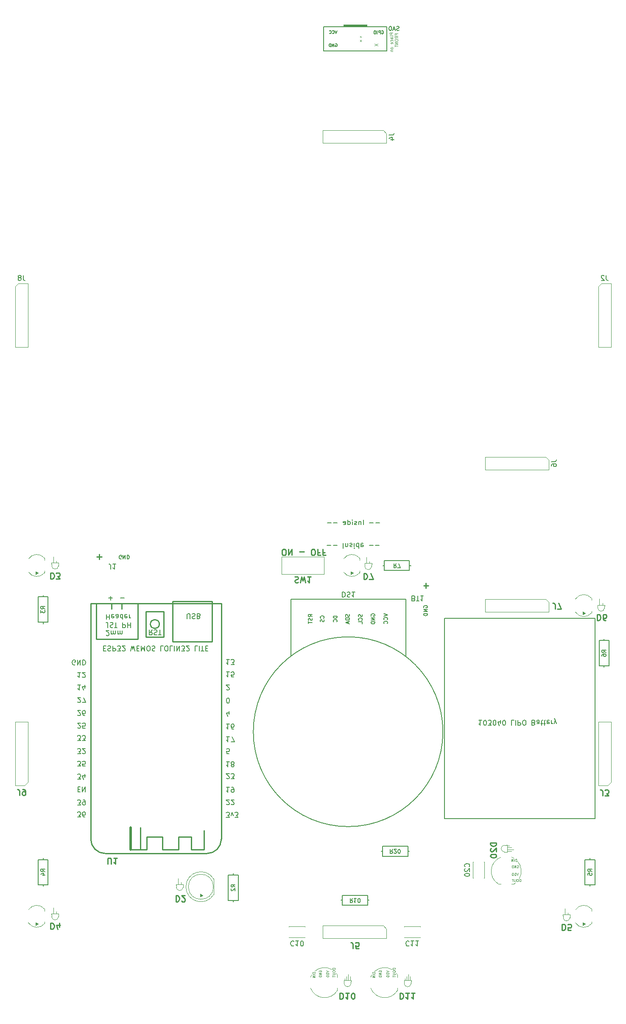
<source format=gbo>
G04 #@! TF.GenerationSoftware,KiCad,Pcbnew,7.0.10*
G04 #@! TF.CreationDate,2024-04-17T21:16:10-05:00*
G04 #@! TF.ProjectId,camera_badge,63616d65-7261-45f6-9261-6467652e6b69,2*
G04 #@! TF.SameCoordinates,Original*
G04 #@! TF.FileFunction,Legend,Bot*
G04 #@! TF.FilePolarity,Positive*
%FSLAX46Y46*%
G04 Gerber Fmt 4.6, Leading zero omitted, Abs format (unit mm)*
G04 Created by KiCad (PCBNEW 7.0.10) date 2024-04-17 21:16:10*
%MOMM*%
%LPD*%
G01*
G04 APERTURE LIST*
%ADD10C,0.150000*%
%ADD11C,0.240000*%
%ADD12C,0.100000*%
%ADD13C,0.120000*%
%ADD14C,0.254000*%
%ADD15C,0.508000*%
%ADD16C,0.250000*%
%ADD17C,0.200000*%
G04 APERTURE END LIST*
D10*
X126127224Y-163167223D02*
G75*
G03*
X88272776Y-163167223I-18927224J0D01*
G01*
X88272776Y-163167223D02*
G75*
G03*
X126127224Y-163167223I18927224J0D01*
G01*
X118750000Y-136750000D02*
X118750000Y-148000000D01*
X95750000Y-136750000D02*
X95750000Y-148000000D01*
X95750000Y-136750000D02*
X118750000Y-136750000D01*
X113463220Y-121488866D02*
X112701316Y-121488866D01*
X112225125Y-121488866D02*
X111463221Y-121488866D01*
X110225125Y-121869819D02*
X110225125Y-120869819D01*
X109748935Y-121203152D02*
X109748935Y-121869819D01*
X109748935Y-121298390D02*
X109701316Y-121250771D01*
X109701316Y-121250771D02*
X109606078Y-121203152D01*
X109606078Y-121203152D02*
X109463221Y-121203152D01*
X109463221Y-121203152D02*
X109367983Y-121250771D01*
X109367983Y-121250771D02*
X109320364Y-121346009D01*
X109320364Y-121346009D02*
X109320364Y-121869819D01*
X108891792Y-121822200D02*
X108796554Y-121869819D01*
X108796554Y-121869819D02*
X108606078Y-121869819D01*
X108606078Y-121869819D02*
X108510840Y-121822200D01*
X108510840Y-121822200D02*
X108463221Y-121726961D01*
X108463221Y-121726961D02*
X108463221Y-121679342D01*
X108463221Y-121679342D02*
X108510840Y-121584104D01*
X108510840Y-121584104D02*
X108606078Y-121536485D01*
X108606078Y-121536485D02*
X108748935Y-121536485D01*
X108748935Y-121536485D02*
X108844173Y-121488866D01*
X108844173Y-121488866D02*
X108891792Y-121393628D01*
X108891792Y-121393628D02*
X108891792Y-121346009D01*
X108891792Y-121346009D02*
X108844173Y-121250771D01*
X108844173Y-121250771D02*
X108748935Y-121203152D01*
X108748935Y-121203152D02*
X108606078Y-121203152D01*
X108606078Y-121203152D02*
X108510840Y-121250771D01*
X108034649Y-121869819D02*
X108034649Y-121203152D01*
X108034649Y-120869819D02*
X108082268Y-120917438D01*
X108082268Y-120917438D02*
X108034649Y-120965057D01*
X108034649Y-120965057D02*
X107987030Y-120917438D01*
X107987030Y-120917438D02*
X108034649Y-120869819D01*
X108034649Y-120869819D02*
X108034649Y-120965057D01*
X107129888Y-121869819D02*
X107129888Y-120869819D01*
X107129888Y-121822200D02*
X107225126Y-121869819D01*
X107225126Y-121869819D02*
X107415602Y-121869819D01*
X107415602Y-121869819D02*
X107510840Y-121822200D01*
X107510840Y-121822200D02*
X107558459Y-121774580D01*
X107558459Y-121774580D02*
X107606078Y-121679342D01*
X107606078Y-121679342D02*
X107606078Y-121393628D01*
X107606078Y-121393628D02*
X107558459Y-121298390D01*
X107558459Y-121298390D02*
X107510840Y-121250771D01*
X107510840Y-121250771D02*
X107415602Y-121203152D01*
X107415602Y-121203152D02*
X107225126Y-121203152D01*
X107225126Y-121203152D02*
X107129888Y-121250771D01*
X106272745Y-121822200D02*
X106367983Y-121869819D01*
X106367983Y-121869819D02*
X106558459Y-121869819D01*
X106558459Y-121869819D02*
X106653697Y-121822200D01*
X106653697Y-121822200D02*
X106701316Y-121726961D01*
X106701316Y-121726961D02*
X106701316Y-121346009D01*
X106701316Y-121346009D02*
X106653697Y-121250771D01*
X106653697Y-121250771D02*
X106558459Y-121203152D01*
X106558459Y-121203152D02*
X106367983Y-121203152D01*
X106367983Y-121203152D02*
X106272745Y-121250771D01*
X106272745Y-121250771D02*
X106225126Y-121346009D01*
X106225126Y-121346009D02*
X106225126Y-121441247D01*
X106225126Y-121441247D02*
X106701316Y-121536485D01*
X105034649Y-121488866D02*
X104272745Y-121488866D01*
X103796554Y-121488866D02*
X103034650Y-121488866D01*
D11*
X94272179Y-127959337D02*
X94500751Y-127959337D01*
X94500751Y-127959337D02*
X94615036Y-127902194D01*
X94615036Y-127902194D02*
X94729322Y-127787908D01*
X94729322Y-127787908D02*
X94786465Y-127559337D01*
X94786465Y-127559337D02*
X94786465Y-127159337D01*
X94786465Y-127159337D02*
X94729322Y-126930765D01*
X94729322Y-126930765D02*
X94615036Y-126816480D01*
X94615036Y-126816480D02*
X94500751Y-126759337D01*
X94500751Y-126759337D02*
X94272179Y-126759337D01*
X94272179Y-126759337D02*
X94157894Y-126816480D01*
X94157894Y-126816480D02*
X94043608Y-126930765D01*
X94043608Y-126930765D02*
X93986465Y-127159337D01*
X93986465Y-127159337D02*
X93986465Y-127559337D01*
X93986465Y-127559337D02*
X94043608Y-127787908D01*
X94043608Y-127787908D02*
X94157894Y-127902194D01*
X94157894Y-127902194D02*
X94272179Y-127959337D01*
X95300751Y-126759337D02*
X95300751Y-127959337D01*
X95300751Y-127959337D02*
X95986465Y-126759337D01*
X95986465Y-126759337D02*
X95986465Y-127959337D01*
X97472180Y-127216480D02*
X98386466Y-127216480D01*
X100100751Y-127959337D02*
X100329323Y-127959337D01*
X100329323Y-127959337D02*
X100443608Y-127902194D01*
X100443608Y-127902194D02*
X100557894Y-127787908D01*
X100557894Y-127787908D02*
X100615037Y-127559337D01*
X100615037Y-127559337D02*
X100615037Y-127159337D01*
X100615037Y-127159337D02*
X100557894Y-126930765D01*
X100557894Y-126930765D02*
X100443608Y-126816480D01*
X100443608Y-126816480D02*
X100329323Y-126759337D01*
X100329323Y-126759337D02*
X100100751Y-126759337D01*
X100100751Y-126759337D02*
X99986466Y-126816480D01*
X99986466Y-126816480D02*
X99872180Y-126930765D01*
X99872180Y-126930765D02*
X99815037Y-127159337D01*
X99815037Y-127159337D02*
X99815037Y-127559337D01*
X99815037Y-127559337D02*
X99872180Y-127787908D01*
X99872180Y-127787908D02*
X99986466Y-127902194D01*
X99986466Y-127902194D02*
X100100751Y-127959337D01*
X101529323Y-127387908D02*
X101129323Y-127387908D01*
X101129323Y-126759337D02*
X101129323Y-127959337D01*
X101129323Y-127959337D02*
X101700751Y-127959337D01*
X102557894Y-127387908D02*
X102157894Y-127387908D01*
X102157894Y-126759337D02*
X102157894Y-127959337D01*
X102157894Y-127959337D02*
X102729322Y-127959337D01*
D10*
X102986779Y-125961133D02*
X103748684Y-125961133D01*
X104224874Y-125961133D02*
X104986779Y-125961133D01*
X106224874Y-125580180D02*
X106224874Y-126580180D01*
X106701064Y-126246847D02*
X106701064Y-125580180D01*
X106701064Y-126151609D02*
X106748683Y-126199228D01*
X106748683Y-126199228D02*
X106843921Y-126246847D01*
X106843921Y-126246847D02*
X106986778Y-126246847D01*
X106986778Y-126246847D02*
X107082016Y-126199228D01*
X107082016Y-126199228D02*
X107129635Y-126103990D01*
X107129635Y-126103990D02*
X107129635Y-125580180D01*
X107558207Y-125627800D02*
X107653445Y-125580180D01*
X107653445Y-125580180D02*
X107843921Y-125580180D01*
X107843921Y-125580180D02*
X107939159Y-125627800D01*
X107939159Y-125627800D02*
X107986778Y-125723038D01*
X107986778Y-125723038D02*
X107986778Y-125770657D01*
X107986778Y-125770657D02*
X107939159Y-125865895D01*
X107939159Y-125865895D02*
X107843921Y-125913514D01*
X107843921Y-125913514D02*
X107701064Y-125913514D01*
X107701064Y-125913514D02*
X107605826Y-125961133D01*
X107605826Y-125961133D02*
X107558207Y-126056371D01*
X107558207Y-126056371D02*
X107558207Y-126103990D01*
X107558207Y-126103990D02*
X107605826Y-126199228D01*
X107605826Y-126199228D02*
X107701064Y-126246847D01*
X107701064Y-126246847D02*
X107843921Y-126246847D01*
X107843921Y-126246847D02*
X107939159Y-126199228D01*
X108415350Y-125580180D02*
X108415350Y-126246847D01*
X108415350Y-126580180D02*
X108367731Y-126532561D01*
X108367731Y-126532561D02*
X108415350Y-126484942D01*
X108415350Y-126484942D02*
X108462969Y-126532561D01*
X108462969Y-126532561D02*
X108415350Y-126580180D01*
X108415350Y-126580180D02*
X108415350Y-126484942D01*
X109320111Y-125580180D02*
X109320111Y-126580180D01*
X109320111Y-125627800D02*
X109224873Y-125580180D01*
X109224873Y-125580180D02*
X109034397Y-125580180D01*
X109034397Y-125580180D02*
X108939159Y-125627800D01*
X108939159Y-125627800D02*
X108891540Y-125675419D01*
X108891540Y-125675419D02*
X108843921Y-125770657D01*
X108843921Y-125770657D02*
X108843921Y-126056371D01*
X108843921Y-126056371D02*
X108891540Y-126151609D01*
X108891540Y-126151609D02*
X108939159Y-126199228D01*
X108939159Y-126199228D02*
X109034397Y-126246847D01*
X109034397Y-126246847D02*
X109224873Y-126246847D01*
X109224873Y-126246847D02*
X109320111Y-126199228D01*
X110177254Y-125627800D02*
X110082016Y-125580180D01*
X110082016Y-125580180D02*
X109891540Y-125580180D01*
X109891540Y-125580180D02*
X109796302Y-125627800D01*
X109796302Y-125627800D02*
X109748683Y-125723038D01*
X109748683Y-125723038D02*
X109748683Y-126103990D01*
X109748683Y-126103990D02*
X109796302Y-126199228D01*
X109796302Y-126199228D02*
X109891540Y-126246847D01*
X109891540Y-126246847D02*
X110082016Y-126246847D01*
X110082016Y-126246847D02*
X110177254Y-126199228D01*
X110177254Y-126199228D02*
X110224873Y-126103990D01*
X110224873Y-126103990D02*
X110224873Y-126008752D01*
X110224873Y-126008752D02*
X109748683Y-125913514D01*
X111415350Y-125961133D02*
X112177255Y-125961133D01*
X112653445Y-125961133D02*
X113415350Y-125961133D01*
X46662295Y-138666667D02*
X46281342Y-138400000D01*
X46662295Y-138209524D02*
X45862295Y-138209524D01*
X45862295Y-138209524D02*
X45862295Y-138514286D01*
X45862295Y-138514286D02*
X45900390Y-138590476D01*
X45900390Y-138590476D02*
X45938485Y-138628571D01*
X45938485Y-138628571D02*
X46014676Y-138666667D01*
X46014676Y-138666667D02*
X46128961Y-138666667D01*
X46128961Y-138666667D02*
X46205152Y-138628571D01*
X46205152Y-138628571D02*
X46243247Y-138590476D01*
X46243247Y-138590476D02*
X46281342Y-138514286D01*
X46281342Y-138514286D02*
X46281342Y-138209524D01*
X45862295Y-138933333D02*
X45862295Y-139428571D01*
X45862295Y-139428571D02*
X46167057Y-139161905D01*
X46167057Y-139161905D02*
X46167057Y-139276190D01*
X46167057Y-139276190D02*
X46205152Y-139352381D01*
X46205152Y-139352381D02*
X46243247Y-139390476D01*
X46243247Y-139390476D02*
X46319438Y-139428571D01*
X46319438Y-139428571D02*
X46509914Y-139428571D01*
X46509914Y-139428571D02*
X46586104Y-139390476D01*
X46586104Y-139390476D02*
X46624200Y-139352381D01*
X46624200Y-139352381D02*
X46662295Y-139276190D01*
X46662295Y-139276190D02*
X46662295Y-139047619D01*
X46662295Y-139047619D02*
X46624200Y-138971428D01*
X46624200Y-138971428D02*
X46586104Y-138933333D01*
D11*
X148500000Y-138707337D02*
X148500000Y-137850194D01*
X148500000Y-137850194D02*
X148442857Y-137678765D01*
X148442857Y-137678765D02*
X148328571Y-137564480D01*
X148328571Y-137564480D02*
X148157143Y-137507337D01*
X148157143Y-137507337D02*
X148042857Y-137507337D01*
X148957143Y-138707337D02*
X149757143Y-138707337D01*
X149757143Y-138707337D02*
X149242857Y-137507337D01*
D10*
X115359819Y-44141666D02*
X116074104Y-44141666D01*
X116074104Y-44141666D02*
X116216961Y-44094047D01*
X116216961Y-44094047D02*
X116312200Y-43998809D01*
X116312200Y-43998809D02*
X116359819Y-43855952D01*
X116359819Y-43855952D02*
X116359819Y-43760714D01*
X115693152Y-45046428D02*
X116359819Y-45046428D01*
X115312200Y-44808333D02*
X116026485Y-44570238D01*
X116026485Y-44570238D02*
X116026485Y-45189285D01*
X131359580Y-190107142D02*
X131407200Y-190059523D01*
X131407200Y-190059523D02*
X131454819Y-189916666D01*
X131454819Y-189916666D02*
X131454819Y-189821428D01*
X131454819Y-189821428D02*
X131407200Y-189678571D01*
X131407200Y-189678571D02*
X131311961Y-189583333D01*
X131311961Y-189583333D02*
X131216723Y-189535714D01*
X131216723Y-189535714D02*
X131026247Y-189488095D01*
X131026247Y-189488095D02*
X130883390Y-189488095D01*
X130883390Y-189488095D02*
X130692914Y-189535714D01*
X130692914Y-189535714D02*
X130597676Y-189583333D01*
X130597676Y-189583333D02*
X130502438Y-189678571D01*
X130502438Y-189678571D02*
X130454819Y-189821428D01*
X130454819Y-189821428D02*
X130454819Y-189916666D01*
X130454819Y-189916666D02*
X130502438Y-190059523D01*
X130502438Y-190059523D02*
X130550057Y-190107142D01*
X130550057Y-190488095D02*
X130502438Y-190535714D01*
X130502438Y-190535714D02*
X130454819Y-190630952D01*
X130454819Y-190630952D02*
X130454819Y-190869047D01*
X130454819Y-190869047D02*
X130502438Y-190964285D01*
X130502438Y-190964285D02*
X130550057Y-191011904D01*
X130550057Y-191011904D02*
X130645295Y-191059523D01*
X130645295Y-191059523D02*
X130740533Y-191059523D01*
X130740533Y-191059523D02*
X130883390Y-191011904D01*
X130883390Y-191011904D02*
X131454819Y-190440476D01*
X131454819Y-190440476D02*
X131454819Y-191059523D01*
X130454819Y-191678571D02*
X130454819Y-191773809D01*
X130454819Y-191773809D02*
X130502438Y-191869047D01*
X130502438Y-191869047D02*
X130550057Y-191916666D01*
X130550057Y-191916666D02*
X130645295Y-191964285D01*
X130645295Y-191964285D02*
X130835771Y-192011904D01*
X130835771Y-192011904D02*
X131073866Y-192011904D01*
X131073866Y-192011904D02*
X131264342Y-191964285D01*
X131264342Y-191964285D02*
X131359580Y-191916666D01*
X131359580Y-191916666D02*
X131407200Y-191869047D01*
X131407200Y-191869047D02*
X131454819Y-191773809D01*
X131454819Y-191773809D02*
X131454819Y-191678571D01*
X131454819Y-191678571D02*
X131407200Y-191583333D01*
X131407200Y-191583333D02*
X131359580Y-191535714D01*
X131359580Y-191535714D02*
X131264342Y-191488095D01*
X131264342Y-191488095D02*
X131073866Y-191440476D01*
X131073866Y-191440476D02*
X130835771Y-191440476D01*
X130835771Y-191440476D02*
X130645295Y-191488095D01*
X130645295Y-191488095D02*
X130550057Y-191535714D01*
X130550057Y-191535714D02*
X130502438Y-191583333D01*
X130502438Y-191583333D02*
X130454819Y-191678571D01*
D11*
X158000000Y-175957337D02*
X158000000Y-175100194D01*
X158000000Y-175100194D02*
X157942857Y-174928765D01*
X157942857Y-174928765D02*
X157828571Y-174814480D01*
X157828571Y-174814480D02*
X157657143Y-174757337D01*
X157657143Y-174757337D02*
X157542857Y-174757337D01*
X158457143Y-175957337D02*
X159200000Y-175957337D01*
X159200000Y-175957337D02*
X158800000Y-175500194D01*
X158800000Y-175500194D02*
X158971429Y-175500194D01*
X158971429Y-175500194D02*
X159085715Y-175443051D01*
X159085715Y-175443051D02*
X159142857Y-175385908D01*
X159142857Y-175385908D02*
X159200000Y-175271622D01*
X159200000Y-175271622D02*
X159200000Y-174985908D01*
X159200000Y-174985908D02*
X159142857Y-174871622D01*
X159142857Y-174871622D02*
X159085715Y-174814480D01*
X159085715Y-174814480D02*
X158971429Y-174757337D01*
X158971429Y-174757337D02*
X158628572Y-174757337D01*
X158628572Y-174757337D02*
X158514286Y-174814480D01*
X158514286Y-174814480D02*
X158457143Y-174871622D01*
D10*
X84612295Y-194126667D02*
X84231342Y-193860000D01*
X84612295Y-193669524D02*
X83812295Y-193669524D01*
X83812295Y-193669524D02*
X83812295Y-193974286D01*
X83812295Y-193974286D02*
X83850390Y-194050476D01*
X83850390Y-194050476D02*
X83888485Y-194088571D01*
X83888485Y-194088571D02*
X83964676Y-194126667D01*
X83964676Y-194126667D02*
X84078961Y-194126667D01*
X84078961Y-194126667D02*
X84155152Y-194088571D01*
X84155152Y-194088571D02*
X84193247Y-194050476D01*
X84193247Y-194050476D02*
X84231342Y-193974286D01*
X84231342Y-193974286D02*
X84231342Y-193669524D01*
X83888485Y-194431428D02*
X83850390Y-194469524D01*
X83850390Y-194469524D02*
X83812295Y-194545714D01*
X83812295Y-194545714D02*
X83812295Y-194736190D01*
X83812295Y-194736190D02*
X83850390Y-194812381D01*
X83850390Y-194812381D02*
X83888485Y-194850476D01*
X83888485Y-194850476D02*
X83964676Y-194888571D01*
X83964676Y-194888571D02*
X84040866Y-194888571D01*
X84040866Y-194888571D02*
X84155152Y-194850476D01*
X84155152Y-194850476D02*
X84612295Y-194393333D01*
X84612295Y-194393333D02*
X84612295Y-194888571D01*
X158662295Y-147356667D02*
X158281342Y-147090000D01*
X158662295Y-146899524D02*
X157862295Y-146899524D01*
X157862295Y-146899524D02*
X157862295Y-147204286D01*
X157862295Y-147204286D02*
X157900390Y-147280476D01*
X157900390Y-147280476D02*
X157938485Y-147318571D01*
X157938485Y-147318571D02*
X158014676Y-147356667D01*
X158014676Y-147356667D02*
X158128961Y-147356667D01*
X158128961Y-147356667D02*
X158205152Y-147318571D01*
X158205152Y-147318571D02*
X158243247Y-147280476D01*
X158243247Y-147280476D02*
X158281342Y-147204286D01*
X158281342Y-147204286D02*
X158281342Y-146899524D01*
X157862295Y-148042381D02*
X157862295Y-147890000D01*
X157862295Y-147890000D02*
X157900390Y-147813809D01*
X157900390Y-147813809D02*
X157938485Y-147775714D01*
X157938485Y-147775714D02*
X158052771Y-147699524D01*
X158052771Y-147699524D02*
X158205152Y-147661428D01*
X158205152Y-147661428D02*
X158509914Y-147661428D01*
X158509914Y-147661428D02*
X158586104Y-147699524D01*
X158586104Y-147699524D02*
X158624200Y-147737619D01*
X158624200Y-147737619D02*
X158662295Y-147813809D01*
X158662295Y-147813809D02*
X158662295Y-147966190D01*
X158662295Y-147966190D02*
X158624200Y-148042381D01*
X158624200Y-148042381D02*
X158586104Y-148080476D01*
X158586104Y-148080476D02*
X158509914Y-148118571D01*
X158509914Y-148118571D02*
X158319438Y-148118571D01*
X158319438Y-148118571D02*
X158243247Y-148080476D01*
X158243247Y-148080476D02*
X158205152Y-148042381D01*
X158205152Y-148042381D02*
X158167057Y-147966190D01*
X158167057Y-147966190D02*
X158167057Y-147813809D01*
X158167057Y-147813809D02*
X158205152Y-147737619D01*
X158205152Y-147737619D02*
X158243247Y-147699524D01*
X158243247Y-147699524D02*
X158319438Y-147661428D01*
D11*
X59185714Y-189557337D02*
X59185714Y-188585908D01*
X59185714Y-188585908D02*
X59242857Y-188471622D01*
X59242857Y-188471622D02*
X59300000Y-188414480D01*
X59300000Y-188414480D02*
X59414285Y-188357337D01*
X59414285Y-188357337D02*
X59642857Y-188357337D01*
X59642857Y-188357337D02*
X59757142Y-188414480D01*
X59757142Y-188414480D02*
X59814285Y-188471622D01*
X59814285Y-188471622D02*
X59871428Y-188585908D01*
X59871428Y-188585908D02*
X59871428Y-189557337D01*
X61071428Y-188357337D02*
X60385714Y-188357337D01*
X60728571Y-188357337D02*
X60728571Y-189557337D01*
X60728571Y-189557337D02*
X60614285Y-189385908D01*
X60614285Y-189385908D02*
X60500000Y-189271622D01*
X60500000Y-189271622D02*
X60385714Y-189214480D01*
D10*
X53786639Y-151342282D02*
X53215211Y-151342282D01*
X53500925Y-151342282D02*
X53500925Y-152342282D01*
X53500925Y-152342282D02*
X53405687Y-152199425D01*
X53405687Y-152199425D02*
X53310449Y-152104187D01*
X53310449Y-152104187D02*
X53215211Y-152056568D01*
X54167592Y-152247044D02*
X54215211Y-152294663D01*
X54215211Y-152294663D02*
X54310449Y-152342282D01*
X54310449Y-152342282D02*
X54548544Y-152342282D01*
X54548544Y-152342282D02*
X54643782Y-152294663D01*
X54643782Y-152294663D02*
X54691401Y-152247044D01*
X54691401Y-152247044D02*
X54739020Y-152151806D01*
X54739020Y-152151806D02*
X54739020Y-152056568D01*
X54739020Y-152056568D02*
X54691401Y-151913711D01*
X54691401Y-151913711D02*
X54119973Y-151342282D01*
X54119973Y-151342282D02*
X54739020Y-151342282D01*
X62489271Y-136492184D02*
X61727367Y-136492184D01*
X83486639Y-148746231D02*
X82915211Y-148746231D01*
X83200925Y-148746231D02*
X83200925Y-149746231D01*
X83200925Y-149746231D02*
X83105687Y-149603374D01*
X83105687Y-149603374D02*
X83010449Y-149508136D01*
X83010449Y-149508136D02*
X82915211Y-149460517D01*
X83819973Y-149746231D02*
X84439020Y-149746231D01*
X84439020Y-149746231D02*
X84105687Y-149365279D01*
X84105687Y-149365279D02*
X84248544Y-149365279D01*
X84248544Y-149365279D02*
X84343782Y-149317660D01*
X84343782Y-149317660D02*
X84391401Y-149270041D01*
X84391401Y-149270041D02*
X84439020Y-149174803D01*
X84439020Y-149174803D02*
X84439020Y-148936708D01*
X84439020Y-148936708D02*
X84391401Y-148841470D01*
X84391401Y-148841470D02*
X84343782Y-148793851D01*
X84343782Y-148793851D02*
X84248544Y-148746231D01*
X84248544Y-148746231D02*
X83962830Y-148746231D01*
X83962830Y-148746231D02*
X83867592Y-148793851D01*
X83867592Y-148793851D02*
X83819973Y-148841470D01*
X83439020Y-167546231D02*
X82962830Y-167546231D01*
X82962830Y-167546231D02*
X82915211Y-167070041D01*
X82915211Y-167070041D02*
X82962830Y-167117660D01*
X82962830Y-167117660D02*
X83058068Y-167165279D01*
X83058068Y-167165279D02*
X83296163Y-167165279D01*
X83296163Y-167165279D02*
X83391401Y-167117660D01*
X83391401Y-167117660D02*
X83439020Y-167070041D01*
X83439020Y-167070041D02*
X83486639Y-166974803D01*
X83486639Y-166974803D02*
X83486639Y-166736708D01*
X83486639Y-166736708D02*
X83439020Y-166641470D01*
X83439020Y-166641470D02*
X83391401Y-166593851D01*
X83391401Y-166593851D02*
X83296163Y-166546231D01*
X83296163Y-166546231D02*
X83058068Y-166546231D01*
X83058068Y-166546231D02*
X82962830Y-166593851D01*
X82962830Y-166593851D02*
X82915211Y-166641470D01*
X53167592Y-172642282D02*
X53786639Y-172642282D01*
X53786639Y-172642282D02*
X53453306Y-172261330D01*
X53453306Y-172261330D02*
X53596163Y-172261330D01*
X53596163Y-172261330D02*
X53691401Y-172213711D01*
X53691401Y-172213711D02*
X53739020Y-172166092D01*
X53739020Y-172166092D02*
X53786639Y-172070854D01*
X53786639Y-172070854D02*
X53786639Y-171832759D01*
X53786639Y-171832759D02*
X53739020Y-171737521D01*
X53739020Y-171737521D02*
X53691401Y-171689902D01*
X53691401Y-171689902D02*
X53596163Y-171642282D01*
X53596163Y-171642282D02*
X53310449Y-171642282D01*
X53310449Y-171642282D02*
X53215211Y-171689902D01*
X53215211Y-171689902D02*
X53167592Y-171737521D01*
X54643782Y-172308949D02*
X54643782Y-171642282D01*
X54405687Y-172689902D02*
X54167592Y-171975616D01*
X54167592Y-171975616D02*
X54786639Y-171975616D01*
X83486639Y-174246231D02*
X82915211Y-174246231D01*
X83200925Y-174246231D02*
X83200925Y-175246231D01*
X83200925Y-175246231D02*
X83105687Y-175103374D01*
X83105687Y-175103374D02*
X83010449Y-175008136D01*
X83010449Y-175008136D02*
X82915211Y-174960517D01*
X83962830Y-174246231D02*
X84153306Y-174246231D01*
X84153306Y-174246231D02*
X84248544Y-174293851D01*
X84248544Y-174293851D02*
X84296163Y-174341470D01*
X84296163Y-174341470D02*
X84391401Y-174484327D01*
X84391401Y-174484327D02*
X84439020Y-174674803D01*
X84439020Y-174674803D02*
X84439020Y-175055755D01*
X84439020Y-175055755D02*
X84391401Y-175150993D01*
X84391401Y-175150993D02*
X84343782Y-175198612D01*
X84343782Y-175198612D02*
X84248544Y-175246231D01*
X84248544Y-175246231D02*
X84058068Y-175246231D01*
X84058068Y-175246231D02*
X83962830Y-175198612D01*
X83962830Y-175198612D02*
X83915211Y-175150993D01*
X83915211Y-175150993D02*
X83867592Y-175055755D01*
X83867592Y-175055755D02*
X83867592Y-174817660D01*
X83867592Y-174817660D02*
X83915211Y-174722422D01*
X83915211Y-174722422D02*
X83962830Y-174674803D01*
X83962830Y-174674803D02*
X84058068Y-174627184D01*
X84058068Y-174627184D02*
X84248544Y-174627184D01*
X84248544Y-174627184D02*
X84343782Y-174674803D01*
X84343782Y-174674803D02*
X84391401Y-174722422D01*
X84391401Y-174722422D02*
X84439020Y-174817660D01*
X53215211Y-159847044D02*
X53262830Y-159894663D01*
X53262830Y-159894663D02*
X53358068Y-159942282D01*
X53358068Y-159942282D02*
X53596163Y-159942282D01*
X53596163Y-159942282D02*
X53691401Y-159894663D01*
X53691401Y-159894663D02*
X53739020Y-159847044D01*
X53739020Y-159847044D02*
X53786639Y-159751806D01*
X53786639Y-159751806D02*
X53786639Y-159656568D01*
X53786639Y-159656568D02*
X53739020Y-159513711D01*
X53739020Y-159513711D02*
X53167592Y-158942282D01*
X53167592Y-158942282D02*
X53786639Y-158942282D01*
X54643782Y-159942282D02*
X54453306Y-159942282D01*
X54453306Y-159942282D02*
X54358068Y-159894663D01*
X54358068Y-159894663D02*
X54310449Y-159847044D01*
X54310449Y-159847044D02*
X54215211Y-159704187D01*
X54215211Y-159704187D02*
X54167592Y-159513711D01*
X54167592Y-159513711D02*
X54167592Y-159132759D01*
X54167592Y-159132759D02*
X54215211Y-159037521D01*
X54215211Y-159037521D02*
X54262830Y-158989902D01*
X54262830Y-158989902D02*
X54358068Y-158942282D01*
X54358068Y-158942282D02*
X54548544Y-158942282D01*
X54548544Y-158942282D02*
X54643782Y-158989902D01*
X54643782Y-158989902D02*
X54691401Y-159037521D01*
X54691401Y-159037521D02*
X54739020Y-159132759D01*
X54739020Y-159132759D02*
X54739020Y-159370854D01*
X54739020Y-159370854D02*
X54691401Y-159466092D01*
X54691401Y-159466092D02*
X54643782Y-159513711D01*
X54643782Y-159513711D02*
X54548544Y-159561330D01*
X54548544Y-159561330D02*
X54358068Y-159561330D01*
X54358068Y-159561330D02*
X54262830Y-159513711D01*
X54262830Y-159513711D02*
X54215211Y-159466092D01*
X54215211Y-159466092D02*
X54167592Y-159370854D01*
X53262830Y-174666092D02*
X53596163Y-174666092D01*
X53739020Y-174142282D02*
X53262830Y-174142282D01*
X53262830Y-174142282D02*
X53262830Y-175142282D01*
X53262830Y-175142282D02*
X53739020Y-175142282D01*
X54167592Y-174142282D02*
X54167592Y-175142282D01*
X54167592Y-175142282D02*
X54739020Y-174142282D01*
X54739020Y-174142282D02*
X54739020Y-175142282D01*
X53215211Y-162347044D02*
X53262830Y-162394663D01*
X53262830Y-162394663D02*
X53358068Y-162442282D01*
X53358068Y-162442282D02*
X53596163Y-162442282D01*
X53596163Y-162442282D02*
X53691401Y-162394663D01*
X53691401Y-162394663D02*
X53739020Y-162347044D01*
X53739020Y-162347044D02*
X53786639Y-162251806D01*
X53786639Y-162251806D02*
X53786639Y-162156568D01*
X53786639Y-162156568D02*
X53739020Y-162013711D01*
X53739020Y-162013711D02*
X53167592Y-161442282D01*
X53167592Y-161442282D02*
X53786639Y-161442282D01*
X54691401Y-162442282D02*
X54215211Y-162442282D01*
X54215211Y-162442282D02*
X54167592Y-161966092D01*
X54167592Y-161966092D02*
X54215211Y-162013711D01*
X54215211Y-162013711D02*
X54310449Y-162061330D01*
X54310449Y-162061330D02*
X54548544Y-162061330D01*
X54548544Y-162061330D02*
X54643782Y-162013711D01*
X54643782Y-162013711D02*
X54691401Y-161966092D01*
X54691401Y-161966092D02*
X54739020Y-161870854D01*
X54739020Y-161870854D02*
X54739020Y-161632759D01*
X54739020Y-161632759D02*
X54691401Y-161537521D01*
X54691401Y-161537521D02*
X54643782Y-161489902D01*
X54643782Y-161489902D02*
X54548544Y-161442282D01*
X54548544Y-161442282D02*
X54310449Y-161442282D01*
X54310449Y-161442282D02*
X54215211Y-161489902D01*
X54215211Y-161489902D02*
X54167592Y-161537521D01*
X82915211Y-172450993D02*
X82962830Y-172498612D01*
X82962830Y-172498612D02*
X83058068Y-172546231D01*
X83058068Y-172546231D02*
X83296163Y-172546231D01*
X83296163Y-172546231D02*
X83391401Y-172498612D01*
X83391401Y-172498612D02*
X83439020Y-172450993D01*
X83439020Y-172450993D02*
X83486639Y-172355755D01*
X83486639Y-172355755D02*
X83486639Y-172260517D01*
X83486639Y-172260517D02*
X83439020Y-172117660D01*
X83439020Y-172117660D02*
X82867592Y-171546231D01*
X82867592Y-171546231D02*
X83486639Y-171546231D01*
X83819973Y-172546231D02*
X84439020Y-172546231D01*
X84439020Y-172546231D02*
X84105687Y-172165279D01*
X84105687Y-172165279D02*
X84248544Y-172165279D01*
X84248544Y-172165279D02*
X84343782Y-172117660D01*
X84343782Y-172117660D02*
X84391401Y-172070041D01*
X84391401Y-172070041D02*
X84439020Y-171974803D01*
X84439020Y-171974803D02*
X84439020Y-171736708D01*
X84439020Y-171736708D02*
X84391401Y-171641470D01*
X84391401Y-171641470D02*
X84343782Y-171593851D01*
X84343782Y-171593851D02*
X84248544Y-171546231D01*
X84248544Y-171546231D02*
X83962830Y-171546231D01*
X83962830Y-171546231D02*
X83867592Y-171593851D01*
X83867592Y-171593851D02*
X83819973Y-171641470D01*
X83391401Y-159712898D02*
X83391401Y-159046231D01*
X83153306Y-160093851D02*
X82915211Y-159379565D01*
X82915211Y-159379565D02*
X83534258Y-159379565D01*
X83486639Y-164146231D02*
X82915211Y-164146231D01*
X83200925Y-164146231D02*
X83200925Y-165146231D01*
X83200925Y-165146231D02*
X83105687Y-165003374D01*
X83105687Y-165003374D02*
X83010449Y-164908136D01*
X83010449Y-164908136D02*
X82915211Y-164860517D01*
X83819973Y-165146231D02*
X84486639Y-165146231D01*
X84486639Y-165146231D02*
X84058068Y-164146231D01*
X53167592Y-164942282D02*
X53786639Y-164942282D01*
X53786639Y-164942282D02*
X53453306Y-164561330D01*
X53453306Y-164561330D02*
X53596163Y-164561330D01*
X53596163Y-164561330D02*
X53691401Y-164513711D01*
X53691401Y-164513711D02*
X53739020Y-164466092D01*
X53739020Y-164466092D02*
X53786639Y-164370854D01*
X53786639Y-164370854D02*
X53786639Y-164132759D01*
X53786639Y-164132759D02*
X53739020Y-164037521D01*
X53739020Y-164037521D02*
X53691401Y-163989902D01*
X53691401Y-163989902D02*
X53596163Y-163942282D01*
X53596163Y-163942282D02*
X53310449Y-163942282D01*
X53310449Y-163942282D02*
X53215211Y-163989902D01*
X53215211Y-163989902D02*
X53167592Y-164037521D01*
X54119973Y-164942282D02*
X54739020Y-164942282D01*
X54739020Y-164942282D02*
X54405687Y-164561330D01*
X54405687Y-164561330D02*
X54548544Y-164561330D01*
X54548544Y-164561330D02*
X54643782Y-164513711D01*
X54643782Y-164513711D02*
X54691401Y-164466092D01*
X54691401Y-164466092D02*
X54739020Y-164370854D01*
X54739020Y-164370854D02*
X54739020Y-164132759D01*
X54739020Y-164132759D02*
X54691401Y-164037521D01*
X54691401Y-164037521D02*
X54643782Y-163989902D01*
X54643782Y-163989902D02*
X54548544Y-163942282D01*
X54548544Y-163942282D02*
X54262830Y-163942282D01*
X54262830Y-163942282D02*
X54167592Y-163989902D01*
X54167592Y-163989902D02*
X54119973Y-164037521D01*
X58353696Y-146568990D02*
X58687029Y-146568990D01*
X58829886Y-146045180D02*
X58353696Y-146045180D01*
X58353696Y-146045180D02*
X58353696Y-147045180D01*
X58353696Y-147045180D02*
X58829886Y-147045180D01*
X59210839Y-146092800D02*
X59353696Y-146045180D01*
X59353696Y-146045180D02*
X59591791Y-146045180D01*
X59591791Y-146045180D02*
X59687029Y-146092800D01*
X59687029Y-146092800D02*
X59734648Y-146140419D01*
X59734648Y-146140419D02*
X59782267Y-146235657D01*
X59782267Y-146235657D02*
X59782267Y-146330895D01*
X59782267Y-146330895D02*
X59734648Y-146426133D01*
X59734648Y-146426133D02*
X59687029Y-146473752D01*
X59687029Y-146473752D02*
X59591791Y-146521371D01*
X59591791Y-146521371D02*
X59401315Y-146568990D01*
X59401315Y-146568990D02*
X59306077Y-146616609D01*
X59306077Y-146616609D02*
X59258458Y-146664228D01*
X59258458Y-146664228D02*
X59210839Y-146759466D01*
X59210839Y-146759466D02*
X59210839Y-146854704D01*
X59210839Y-146854704D02*
X59258458Y-146949942D01*
X59258458Y-146949942D02*
X59306077Y-146997561D01*
X59306077Y-146997561D02*
X59401315Y-147045180D01*
X59401315Y-147045180D02*
X59639410Y-147045180D01*
X59639410Y-147045180D02*
X59782267Y-146997561D01*
X60210839Y-146045180D02*
X60210839Y-147045180D01*
X60210839Y-147045180D02*
X60591791Y-147045180D01*
X60591791Y-147045180D02*
X60687029Y-146997561D01*
X60687029Y-146997561D02*
X60734648Y-146949942D01*
X60734648Y-146949942D02*
X60782267Y-146854704D01*
X60782267Y-146854704D02*
X60782267Y-146711847D01*
X60782267Y-146711847D02*
X60734648Y-146616609D01*
X60734648Y-146616609D02*
X60687029Y-146568990D01*
X60687029Y-146568990D02*
X60591791Y-146521371D01*
X60591791Y-146521371D02*
X60210839Y-146521371D01*
X61115601Y-147045180D02*
X61734648Y-147045180D01*
X61734648Y-147045180D02*
X61401315Y-146664228D01*
X61401315Y-146664228D02*
X61544172Y-146664228D01*
X61544172Y-146664228D02*
X61639410Y-146616609D01*
X61639410Y-146616609D02*
X61687029Y-146568990D01*
X61687029Y-146568990D02*
X61734648Y-146473752D01*
X61734648Y-146473752D02*
X61734648Y-146235657D01*
X61734648Y-146235657D02*
X61687029Y-146140419D01*
X61687029Y-146140419D02*
X61639410Y-146092800D01*
X61639410Y-146092800D02*
X61544172Y-146045180D01*
X61544172Y-146045180D02*
X61258458Y-146045180D01*
X61258458Y-146045180D02*
X61163220Y-146092800D01*
X61163220Y-146092800D02*
X61115601Y-146140419D01*
X62115601Y-146949942D02*
X62163220Y-146997561D01*
X62163220Y-146997561D02*
X62258458Y-147045180D01*
X62258458Y-147045180D02*
X62496553Y-147045180D01*
X62496553Y-147045180D02*
X62591791Y-146997561D01*
X62591791Y-146997561D02*
X62639410Y-146949942D01*
X62639410Y-146949942D02*
X62687029Y-146854704D01*
X62687029Y-146854704D02*
X62687029Y-146759466D01*
X62687029Y-146759466D02*
X62639410Y-146616609D01*
X62639410Y-146616609D02*
X62067982Y-146045180D01*
X62067982Y-146045180D02*
X62687029Y-146045180D01*
X63782268Y-147045180D02*
X64020363Y-146045180D01*
X64020363Y-146045180D02*
X64210839Y-146759466D01*
X64210839Y-146759466D02*
X64401315Y-146045180D01*
X64401315Y-146045180D02*
X64639411Y-147045180D01*
X65020363Y-146568990D02*
X65353696Y-146568990D01*
X65496553Y-146045180D02*
X65020363Y-146045180D01*
X65020363Y-146045180D02*
X65020363Y-147045180D01*
X65020363Y-147045180D02*
X65496553Y-147045180D01*
X65925125Y-146045180D02*
X65925125Y-147045180D01*
X65925125Y-147045180D02*
X66258458Y-146330895D01*
X66258458Y-146330895D02*
X66591791Y-147045180D01*
X66591791Y-147045180D02*
X66591791Y-146045180D01*
X67258458Y-147045180D02*
X67448934Y-147045180D01*
X67448934Y-147045180D02*
X67544172Y-146997561D01*
X67544172Y-146997561D02*
X67639410Y-146902323D01*
X67639410Y-146902323D02*
X67687029Y-146711847D01*
X67687029Y-146711847D02*
X67687029Y-146378514D01*
X67687029Y-146378514D02*
X67639410Y-146188038D01*
X67639410Y-146188038D02*
X67544172Y-146092800D01*
X67544172Y-146092800D02*
X67448934Y-146045180D01*
X67448934Y-146045180D02*
X67258458Y-146045180D01*
X67258458Y-146045180D02*
X67163220Y-146092800D01*
X67163220Y-146092800D02*
X67067982Y-146188038D01*
X67067982Y-146188038D02*
X67020363Y-146378514D01*
X67020363Y-146378514D02*
X67020363Y-146711847D01*
X67020363Y-146711847D02*
X67067982Y-146902323D01*
X67067982Y-146902323D02*
X67163220Y-146997561D01*
X67163220Y-146997561D02*
X67258458Y-147045180D01*
X68067982Y-146092800D02*
X68210839Y-146045180D01*
X68210839Y-146045180D02*
X68448934Y-146045180D01*
X68448934Y-146045180D02*
X68544172Y-146092800D01*
X68544172Y-146092800D02*
X68591791Y-146140419D01*
X68591791Y-146140419D02*
X68639410Y-146235657D01*
X68639410Y-146235657D02*
X68639410Y-146330895D01*
X68639410Y-146330895D02*
X68591791Y-146426133D01*
X68591791Y-146426133D02*
X68544172Y-146473752D01*
X68544172Y-146473752D02*
X68448934Y-146521371D01*
X68448934Y-146521371D02*
X68258458Y-146568990D01*
X68258458Y-146568990D02*
X68163220Y-146616609D01*
X68163220Y-146616609D02*
X68115601Y-146664228D01*
X68115601Y-146664228D02*
X68067982Y-146759466D01*
X68067982Y-146759466D02*
X68067982Y-146854704D01*
X68067982Y-146854704D02*
X68115601Y-146949942D01*
X68115601Y-146949942D02*
X68163220Y-146997561D01*
X68163220Y-146997561D02*
X68258458Y-147045180D01*
X68258458Y-147045180D02*
X68496553Y-147045180D01*
X68496553Y-147045180D02*
X68639410Y-146997561D01*
X70306077Y-146045180D02*
X69829887Y-146045180D01*
X69829887Y-146045180D02*
X69829887Y-147045180D01*
X70829887Y-147045180D02*
X71020363Y-147045180D01*
X71020363Y-147045180D02*
X71115601Y-146997561D01*
X71115601Y-146997561D02*
X71210839Y-146902323D01*
X71210839Y-146902323D02*
X71258458Y-146711847D01*
X71258458Y-146711847D02*
X71258458Y-146378514D01*
X71258458Y-146378514D02*
X71210839Y-146188038D01*
X71210839Y-146188038D02*
X71115601Y-146092800D01*
X71115601Y-146092800D02*
X71020363Y-146045180D01*
X71020363Y-146045180D02*
X70829887Y-146045180D01*
X70829887Y-146045180D02*
X70734649Y-146092800D01*
X70734649Y-146092800D02*
X70639411Y-146188038D01*
X70639411Y-146188038D02*
X70591792Y-146378514D01*
X70591792Y-146378514D02*
X70591792Y-146711847D01*
X70591792Y-146711847D02*
X70639411Y-146902323D01*
X70639411Y-146902323D02*
X70734649Y-146997561D01*
X70734649Y-146997561D02*
X70829887Y-147045180D01*
X72163220Y-146045180D02*
X71687030Y-146045180D01*
X71687030Y-146045180D02*
X71687030Y-147045180D01*
X72496554Y-146045180D02*
X72496554Y-147045180D01*
X72972744Y-146045180D02*
X72972744Y-147045180D01*
X72972744Y-147045180D02*
X73544172Y-146045180D01*
X73544172Y-146045180D02*
X73544172Y-147045180D01*
X73925125Y-147045180D02*
X74544172Y-147045180D01*
X74544172Y-147045180D02*
X74210839Y-146664228D01*
X74210839Y-146664228D02*
X74353696Y-146664228D01*
X74353696Y-146664228D02*
X74448934Y-146616609D01*
X74448934Y-146616609D02*
X74496553Y-146568990D01*
X74496553Y-146568990D02*
X74544172Y-146473752D01*
X74544172Y-146473752D02*
X74544172Y-146235657D01*
X74544172Y-146235657D02*
X74496553Y-146140419D01*
X74496553Y-146140419D02*
X74448934Y-146092800D01*
X74448934Y-146092800D02*
X74353696Y-146045180D01*
X74353696Y-146045180D02*
X74067982Y-146045180D01*
X74067982Y-146045180D02*
X73972744Y-146092800D01*
X73972744Y-146092800D02*
X73925125Y-146140419D01*
X74925125Y-146949942D02*
X74972744Y-146997561D01*
X74972744Y-146997561D02*
X75067982Y-147045180D01*
X75067982Y-147045180D02*
X75306077Y-147045180D01*
X75306077Y-147045180D02*
X75401315Y-146997561D01*
X75401315Y-146997561D02*
X75448934Y-146949942D01*
X75448934Y-146949942D02*
X75496553Y-146854704D01*
X75496553Y-146854704D02*
X75496553Y-146759466D01*
X75496553Y-146759466D02*
X75448934Y-146616609D01*
X75448934Y-146616609D02*
X74877506Y-146045180D01*
X74877506Y-146045180D02*
X75496553Y-146045180D01*
X77163220Y-146045180D02*
X76687030Y-146045180D01*
X76687030Y-146045180D02*
X76687030Y-147045180D01*
X77496554Y-146045180D02*
X77496554Y-147045180D01*
X77829887Y-147045180D02*
X78401315Y-147045180D01*
X78115601Y-146045180D02*
X78115601Y-147045180D01*
X78734649Y-146568990D02*
X79067982Y-146568990D01*
X79210839Y-146045180D02*
X78734649Y-146045180D01*
X78734649Y-146045180D02*
X78734649Y-147045180D01*
X78734649Y-147045180D02*
X79210839Y-147045180D01*
X83486639Y-169146231D02*
X82915211Y-169146231D01*
X83200925Y-169146231D02*
X83200925Y-170146231D01*
X83200925Y-170146231D02*
X83105687Y-170003374D01*
X83105687Y-170003374D02*
X83010449Y-169908136D01*
X83010449Y-169908136D02*
X82915211Y-169860517D01*
X84058068Y-169717660D02*
X83962830Y-169765279D01*
X83962830Y-169765279D02*
X83915211Y-169812898D01*
X83915211Y-169812898D02*
X83867592Y-169908136D01*
X83867592Y-169908136D02*
X83867592Y-169955755D01*
X83867592Y-169955755D02*
X83915211Y-170050993D01*
X83915211Y-170050993D02*
X83962830Y-170098612D01*
X83962830Y-170098612D02*
X84058068Y-170146231D01*
X84058068Y-170146231D02*
X84248544Y-170146231D01*
X84248544Y-170146231D02*
X84343782Y-170098612D01*
X84343782Y-170098612D02*
X84391401Y-170050993D01*
X84391401Y-170050993D02*
X84439020Y-169955755D01*
X84439020Y-169955755D02*
X84439020Y-169908136D01*
X84439020Y-169908136D02*
X84391401Y-169812898D01*
X84391401Y-169812898D02*
X84343782Y-169765279D01*
X84343782Y-169765279D02*
X84248544Y-169717660D01*
X84248544Y-169717660D02*
X84058068Y-169717660D01*
X84058068Y-169717660D02*
X83962830Y-169670041D01*
X83962830Y-169670041D02*
X83915211Y-169622422D01*
X83915211Y-169622422D02*
X83867592Y-169527184D01*
X83867592Y-169527184D02*
X83867592Y-169336708D01*
X83867592Y-169336708D02*
X83915211Y-169241470D01*
X83915211Y-169241470D02*
X83962830Y-169193851D01*
X83962830Y-169193851D02*
X84058068Y-169146231D01*
X84058068Y-169146231D02*
X84248544Y-169146231D01*
X84248544Y-169146231D02*
X84343782Y-169193851D01*
X84343782Y-169193851D02*
X84391401Y-169241470D01*
X84391401Y-169241470D02*
X84439020Y-169336708D01*
X84439020Y-169336708D02*
X84439020Y-169527184D01*
X84439020Y-169527184D02*
X84391401Y-169622422D01*
X84391401Y-169622422D02*
X84343782Y-169670041D01*
X84343782Y-169670041D02*
X84248544Y-169717660D01*
X83486639Y-161646231D02*
X82915211Y-161646231D01*
X83200925Y-161646231D02*
X83200925Y-162646231D01*
X83200925Y-162646231D02*
X83105687Y-162503374D01*
X83105687Y-162503374D02*
X83010449Y-162408136D01*
X83010449Y-162408136D02*
X82915211Y-162360517D01*
X84343782Y-162646231D02*
X84153306Y-162646231D01*
X84153306Y-162646231D02*
X84058068Y-162598612D01*
X84058068Y-162598612D02*
X84010449Y-162550993D01*
X84010449Y-162550993D02*
X83915211Y-162408136D01*
X83915211Y-162408136D02*
X83867592Y-162217660D01*
X83867592Y-162217660D02*
X83867592Y-161836708D01*
X83867592Y-161836708D02*
X83915211Y-161741470D01*
X83915211Y-161741470D02*
X83962830Y-161693851D01*
X83962830Y-161693851D02*
X84058068Y-161646231D01*
X84058068Y-161646231D02*
X84248544Y-161646231D01*
X84248544Y-161646231D02*
X84343782Y-161693851D01*
X84343782Y-161693851D02*
X84391401Y-161741470D01*
X84391401Y-161741470D02*
X84439020Y-161836708D01*
X84439020Y-161836708D02*
X84439020Y-162074803D01*
X84439020Y-162074803D02*
X84391401Y-162170041D01*
X84391401Y-162170041D02*
X84343782Y-162217660D01*
X84343782Y-162217660D02*
X84248544Y-162265279D01*
X84248544Y-162265279D02*
X84058068Y-162265279D01*
X84058068Y-162265279D02*
X83962830Y-162217660D01*
X83962830Y-162217660D02*
X83915211Y-162170041D01*
X83915211Y-162170041D02*
X83867592Y-162074803D01*
X53167592Y-180186231D02*
X53786639Y-180186231D01*
X53786639Y-180186231D02*
X53453306Y-179805279D01*
X53453306Y-179805279D02*
X53596163Y-179805279D01*
X53596163Y-179805279D02*
X53691401Y-179757660D01*
X53691401Y-179757660D02*
X53739020Y-179710041D01*
X53739020Y-179710041D02*
X53786639Y-179614803D01*
X53786639Y-179614803D02*
X53786639Y-179376708D01*
X53786639Y-179376708D02*
X53739020Y-179281470D01*
X53739020Y-179281470D02*
X53691401Y-179233851D01*
X53691401Y-179233851D02*
X53596163Y-179186231D01*
X53596163Y-179186231D02*
X53310449Y-179186231D01*
X53310449Y-179186231D02*
X53215211Y-179233851D01*
X53215211Y-179233851D02*
X53167592Y-179281470D01*
X54643782Y-180186231D02*
X54453306Y-180186231D01*
X54453306Y-180186231D02*
X54358068Y-180138612D01*
X54358068Y-180138612D02*
X54310449Y-180090993D01*
X54310449Y-180090993D02*
X54215211Y-179948136D01*
X54215211Y-179948136D02*
X54167592Y-179757660D01*
X54167592Y-179757660D02*
X54167592Y-179376708D01*
X54167592Y-179376708D02*
X54215211Y-179281470D01*
X54215211Y-179281470D02*
X54262830Y-179233851D01*
X54262830Y-179233851D02*
X54358068Y-179186231D01*
X54358068Y-179186231D02*
X54548544Y-179186231D01*
X54548544Y-179186231D02*
X54643782Y-179233851D01*
X54643782Y-179233851D02*
X54691401Y-179281470D01*
X54691401Y-179281470D02*
X54739020Y-179376708D01*
X54739020Y-179376708D02*
X54739020Y-179614803D01*
X54739020Y-179614803D02*
X54691401Y-179710041D01*
X54691401Y-179710041D02*
X54643782Y-179757660D01*
X54643782Y-179757660D02*
X54548544Y-179805279D01*
X54548544Y-179805279D02*
X54358068Y-179805279D01*
X54358068Y-179805279D02*
X54262830Y-179757660D01*
X54262830Y-179757660D02*
X54215211Y-179710041D01*
X54215211Y-179710041D02*
X54167592Y-179614803D01*
X53215211Y-157247044D02*
X53262830Y-157294663D01*
X53262830Y-157294663D02*
X53358068Y-157342282D01*
X53358068Y-157342282D02*
X53596163Y-157342282D01*
X53596163Y-157342282D02*
X53691401Y-157294663D01*
X53691401Y-157294663D02*
X53739020Y-157247044D01*
X53739020Y-157247044D02*
X53786639Y-157151806D01*
X53786639Y-157151806D02*
X53786639Y-157056568D01*
X53786639Y-157056568D02*
X53739020Y-156913711D01*
X53739020Y-156913711D02*
X53167592Y-156342282D01*
X53167592Y-156342282D02*
X53786639Y-156342282D01*
X54119973Y-157342282D02*
X54786639Y-157342282D01*
X54786639Y-157342282D02*
X54358068Y-156342282D01*
X83153306Y-157446231D02*
X83248544Y-157446231D01*
X83248544Y-157446231D02*
X83343782Y-157398612D01*
X83343782Y-157398612D02*
X83391401Y-157350993D01*
X83391401Y-157350993D02*
X83439020Y-157255755D01*
X83439020Y-157255755D02*
X83486639Y-157065279D01*
X83486639Y-157065279D02*
X83486639Y-156827184D01*
X83486639Y-156827184D02*
X83439020Y-156636708D01*
X83439020Y-156636708D02*
X83391401Y-156541470D01*
X83391401Y-156541470D02*
X83343782Y-156493851D01*
X83343782Y-156493851D02*
X83248544Y-156446231D01*
X83248544Y-156446231D02*
X83153306Y-156446231D01*
X83153306Y-156446231D02*
X83058068Y-156493851D01*
X83058068Y-156493851D02*
X83010449Y-156541470D01*
X83010449Y-156541470D02*
X82962830Y-156636708D01*
X82962830Y-156636708D02*
X82915211Y-156827184D01*
X82915211Y-156827184D02*
X82915211Y-157065279D01*
X82915211Y-157065279D02*
X82962830Y-157255755D01*
X82962830Y-157255755D02*
X83010449Y-157350993D01*
X83010449Y-157350993D02*
X83058068Y-157398612D01*
X83058068Y-157398612D02*
X83153306Y-157446231D01*
X82915211Y-177650993D02*
X82962830Y-177698612D01*
X82962830Y-177698612D02*
X83058068Y-177746231D01*
X83058068Y-177746231D02*
X83296163Y-177746231D01*
X83296163Y-177746231D02*
X83391401Y-177698612D01*
X83391401Y-177698612D02*
X83439020Y-177650993D01*
X83439020Y-177650993D02*
X83486639Y-177555755D01*
X83486639Y-177555755D02*
X83486639Y-177460517D01*
X83486639Y-177460517D02*
X83439020Y-177317660D01*
X83439020Y-177317660D02*
X82867592Y-176746231D01*
X82867592Y-176746231D02*
X83486639Y-176746231D01*
X83867592Y-177650993D02*
X83915211Y-177698612D01*
X83915211Y-177698612D02*
X84010449Y-177746231D01*
X84010449Y-177746231D02*
X84248544Y-177746231D01*
X84248544Y-177746231D02*
X84343782Y-177698612D01*
X84343782Y-177698612D02*
X84391401Y-177650993D01*
X84391401Y-177650993D02*
X84439020Y-177555755D01*
X84439020Y-177555755D02*
X84439020Y-177460517D01*
X84439020Y-177460517D02*
X84391401Y-177317660D01*
X84391401Y-177317660D02*
X83819973Y-176746231D01*
X83819973Y-176746231D02*
X84439020Y-176746231D01*
X53167592Y-167542282D02*
X53786639Y-167542282D01*
X53786639Y-167542282D02*
X53453306Y-167161330D01*
X53453306Y-167161330D02*
X53596163Y-167161330D01*
X53596163Y-167161330D02*
X53691401Y-167113711D01*
X53691401Y-167113711D02*
X53739020Y-167066092D01*
X53739020Y-167066092D02*
X53786639Y-166970854D01*
X53786639Y-166970854D02*
X53786639Y-166732759D01*
X53786639Y-166732759D02*
X53739020Y-166637521D01*
X53739020Y-166637521D02*
X53691401Y-166589902D01*
X53691401Y-166589902D02*
X53596163Y-166542282D01*
X53596163Y-166542282D02*
X53310449Y-166542282D01*
X53310449Y-166542282D02*
X53215211Y-166589902D01*
X53215211Y-166589902D02*
X53167592Y-166637521D01*
X54167592Y-167447044D02*
X54215211Y-167494663D01*
X54215211Y-167494663D02*
X54310449Y-167542282D01*
X54310449Y-167542282D02*
X54548544Y-167542282D01*
X54548544Y-167542282D02*
X54643782Y-167494663D01*
X54643782Y-167494663D02*
X54691401Y-167447044D01*
X54691401Y-167447044D02*
X54739020Y-167351806D01*
X54739020Y-167351806D02*
X54739020Y-167256568D01*
X54739020Y-167256568D02*
X54691401Y-167113711D01*
X54691401Y-167113711D02*
X54119973Y-166542282D01*
X54119973Y-166542282D02*
X54739020Y-166542282D01*
X75062830Y-140611231D02*
X75062830Y-139801708D01*
X75062830Y-139801708D02*
X75110449Y-139706470D01*
X75110449Y-139706470D02*
X75158068Y-139658851D01*
X75158068Y-139658851D02*
X75253306Y-139611231D01*
X75253306Y-139611231D02*
X75443782Y-139611231D01*
X75443782Y-139611231D02*
X75539020Y-139658851D01*
X75539020Y-139658851D02*
X75586639Y-139706470D01*
X75586639Y-139706470D02*
X75634258Y-139801708D01*
X75634258Y-139801708D02*
X75634258Y-140611231D01*
X76062830Y-139658851D02*
X76205687Y-139611231D01*
X76205687Y-139611231D02*
X76443782Y-139611231D01*
X76443782Y-139611231D02*
X76539020Y-139658851D01*
X76539020Y-139658851D02*
X76586639Y-139706470D01*
X76586639Y-139706470D02*
X76634258Y-139801708D01*
X76634258Y-139801708D02*
X76634258Y-139896946D01*
X76634258Y-139896946D02*
X76586639Y-139992184D01*
X76586639Y-139992184D02*
X76539020Y-140039803D01*
X76539020Y-140039803D02*
X76443782Y-140087422D01*
X76443782Y-140087422D02*
X76253306Y-140135041D01*
X76253306Y-140135041D02*
X76158068Y-140182660D01*
X76158068Y-140182660D02*
X76110449Y-140230279D01*
X76110449Y-140230279D02*
X76062830Y-140325517D01*
X76062830Y-140325517D02*
X76062830Y-140420755D01*
X76062830Y-140420755D02*
X76110449Y-140515993D01*
X76110449Y-140515993D02*
X76158068Y-140563612D01*
X76158068Y-140563612D02*
X76253306Y-140611231D01*
X76253306Y-140611231D02*
X76491401Y-140611231D01*
X76491401Y-140611231D02*
X76634258Y-140563612D01*
X77396163Y-140135041D02*
X77539020Y-140087422D01*
X77539020Y-140087422D02*
X77586639Y-140039803D01*
X77586639Y-140039803D02*
X77634258Y-139944565D01*
X77634258Y-139944565D02*
X77634258Y-139801708D01*
X77634258Y-139801708D02*
X77586639Y-139706470D01*
X77586639Y-139706470D02*
X77539020Y-139658851D01*
X77539020Y-139658851D02*
X77443782Y-139611231D01*
X77443782Y-139611231D02*
X77062830Y-139611231D01*
X77062830Y-139611231D02*
X77062830Y-140611231D01*
X77062830Y-140611231D02*
X77396163Y-140611231D01*
X77396163Y-140611231D02*
X77491401Y-140563612D01*
X77491401Y-140563612D02*
X77539020Y-140515993D01*
X77539020Y-140515993D02*
X77586639Y-140420755D01*
X77586639Y-140420755D02*
X77586639Y-140325517D01*
X77586639Y-140325517D02*
X77539020Y-140230279D01*
X77539020Y-140230279D02*
X77491401Y-140182660D01*
X77491401Y-140182660D02*
X77396163Y-140135041D01*
X77396163Y-140135041D02*
X77062830Y-140135041D01*
X68084258Y-142851231D02*
X67750925Y-143327422D01*
X67512830Y-142851231D02*
X67512830Y-143851231D01*
X67512830Y-143851231D02*
X67893782Y-143851231D01*
X67893782Y-143851231D02*
X67989020Y-143803612D01*
X67989020Y-143803612D02*
X68036639Y-143755993D01*
X68036639Y-143755993D02*
X68084258Y-143660755D01*
X68084258Y-143660755D02*
X68084258Y-143517898D01*
X68084258Y-143517898D02*
X68036639Y-143422660D01*
X68036639Y-143422660D02*
X67989020Y-143375041D01*
X67989020Y-143375041D02*
X67893782Y-143327422D01*
X67893782Y-143327422D02*
X67512830Y-143327422D01*
X68465211Y-142898851D02*
X68608068Y-142851231D01*
X68608068Y-142851231D02*
X68846163Y-142851231D01*
X68846163Y-142851231D02*
X68941401Y-142898851D01*
X68941401Y-142898851D02*
X68989020Y-142946470D01*
X68989020Y-142946470D02*
X69036639Y-143041708D01*
X69036639Y-143041708D02*
X69036639Y-143136946D01*
X69036639Y-143136946D02*
X68989020Y-143232184D01*
X68989020Y-143232184D02*
X68941401Y-143279803D01*
X68941401Y-143279803D02*
X68846163Y-143327422D01*
X68846163Y-143327422D02*
X68655687Y-143375041D01*
X68655687Y-143375041D02*
X68560449Y-143422660D01*
X68560449Y-143422660D02*
X68512830Y-143470279D01*
X68512830Y-143470279D02*
X68465211Y-143565517D01*
X68465211Y-143565517D02*
X68465211Y-143660755D01*
X68465211Y-143660755D02*
X68512830Y-143755993D01*
X68512830Y-143755993D02*
X68560449Y-143803612D01*
X68560449Y-143803612D02*
X68655687Y-143851231D01*
X68655687Y-143851231D02*
X68893782Y-143851231D01*
X68893782Y-143851231D02*
X69036639Y-143803612D01*
X69322354Y-143851231D02*
X69893782Y-143851231D01*
X69608068Y-142851231D02*
X69608068Y-143851231D01*
X58915211Y-143875993D02*
X58962830Y-143923612D01*
X58962830Y-143923612D02*
X59058068Y-143971231D01*
X59058068Y-143971231D02*
X59296163Y-143971231D01*
X59296163Y-143971231D02*
X59391401Y-143923612D01*
X59391401Y-143923612D02*
X59439020Y-143875993D01*
X59439020Y-143875993D02*
X59486639Y-143780755D01*
X59486639Y-143780755D02*
X59486639Y-143685517D01*
X59486639Y-143685517D02*
X59439020Y-143542660D01*
X59439020Y-143542660D02*
X58867592Y-142971231D01*
X58867592Y-142971231D02*
X59486639Y-142971231D01*
X59915211Y-142971231D02*
X59915211Y-143637898D01*
X59915211Y-143542660D02*
X59962830Y-143590279D01*
X59962830Y-143590279D02*
X60058068Y-143637898D01*
X60058068Y-143637898D02*
X60200925Y-143637898D01*
X60200925Y-143637898D02*
X60296163Y-143590279D01*
X60296163Y-143590279D02*
X60343782Y-143495041D01*
X60343782Y-143495041D02*
X60343782Y-142971231D01*
X60343782Y-143495041D02*
X60391401Y-143590279D01*
X60391401Y-143590279D02*
X60486639Y-143637898D01*
X60486639Y-143637898D02*
X60629496Y-143637898D01*
X60629496Y-143637898D02*
X60724735Y-143590279D01*
X60724735Y-143590279D02*
X60772354Y-143495041D01*
X60772354Y-143495041D02*
X60772354Y-142971231D01*
X61248544Y-142971231D02*
X61248544Y-143637898D01*
X61248544Y-143542660D02*
X61296163Y-143590279D01*
X61296163Y-143590279D02*
X61391401Y-143637898D01*
X61391401Y-143637898D02*
X61534258Y-143637898D01*
X61534258Y-143637898D02*
X61629496Y-143590279D01*
X61629496Y-143590279D02*
X61677115Y-143495041D01*
X61677115Y-143495041D02*
X61677115Y-142971231D01*
X61677115Y-143495041D02*
X61724734Y-143590279D01*
X61724734Y-143590279D02*
X61819972Y-143637898D01*
X61819972Y-143637898D02*
X61962829Y-143637898D01*
X61962829Y-143637898D02*
X62058068Y-143590279D01*
X62058068Y-143590279D02*
X62105687Y-143495041D01*
X62105687Y-143495041D02*
X62105687Y-142971231D01*
X59248544Y-142361231D02*
X59248544Y-141646946D01*
X59248544Y-141646946D02*
X59200925Y-141504089D01*
X59200925Y-141504089D02*
X59105687Y-141408851D01*
X59105687Y-141408851D02*
X58962830Y-141361231D01*
X58962830Y-141361231D02*
X58867592Y-141361231D01*
X59677116Y-141408851D02*
X59819973Y-141361231D01*
X59819973Y-141361231D02*
X60058068Y-141361231D01*
X60058068Y-141361231D02*
X60153306Y-141408851D01*
X60153306Y-141408851D02*
X60200925Y-141456470D01*
X60200925Y-141456470D02*
X60248544Y-141551708D01*
X60248544Y-141551708D02*
X60248544Y-141646946D01*
X60248544Y-141646946D02*
X60200925Y-141742184D01*
X60200925Y-141742184D02*
X60153306Y-141789803D01*
X60153306Y-141789803D02*
X60058068Y-141837422D01*
X60058068Y-141837422D02*
X59867592Y-141885041D01*
X59867592Y-141885041D02*
X59772354Y-141932660D01*
X59772354Y-141932660D02*
X59724735Y-141980279D01*
X59724735Y-141980279D02*
X59677116Y-142075517D01*
X59677116Y-142075517D02*
X59677116Y-142170755D01*
X59677116Y-142170755D02*
X59724735Y-142265993D01*
X59724735Y-142265993D02*
X59772354Y-142313612D01*
X59772354Y-142313612D02*
X59867592Y-142361231D01*
X59867592Y-142361231D02*
X60105687Y-142361231D01*
X60105687Y-142361231D02*
X60248544Y-142313612D01*
X60534259Y-142361231D02*
X61105687Y-142361231D01*
X60819973Y-141361231D02*
X60819973Y-142361231D01*
X62200926Y-141361231D02*
X62200926Y-142361231D01*
X62200926Y-142361231D02*
X62581878Y-142361231D01*
X62581878Y-142361231D02*
X62677116Y-142313612D01*
X62677116Y-142313612D02*
X62724735Y-142265993D01*
X62724735Y-142265993D02*
X62772354Y-142170755D01*
X62772354Y-142170755D02*
X62772354Y-142027898D01*
X62772354Y-142027898D02*
X62724735Y-141932660D01*
X62724735Y-141932660D02*
X62677116Y-141885041D01*
X62677116Y-141885041D02*
X62581878Y-141837422D01*
X62581878Y-141837422D02*
X62200926Y-141837422D01*
X63200926Y-141361231D02*
X63200926Y-142361231D01*
X63200926Y-141885041D02*
X63772354Y-141885041D01*
X63772354Y-141361231D02*
X63772354Y-142361231D01*
X58962830Y-139751231D02*
X58962830Y-140751231D01*
X58962830Y-140275041D02*
X59534258Y-140275041D01*
X59534258Y-139751231D02*
X59534258Y-140751231D01*
X60391401Y-139798851D02*
X60296163Y-139751231D01*
X60296163Y-139751231D02*
X60105687Y-139751231D01*
X60105687Y-139751231D02*
X60010449Y-139798851D01*
X60010449Y-139798851D02*
X59962830Y-139894089D01*
X59962830Y-139894089D02*
X59962830Y-140275041D01*
X59962830Y-140275041D02*
X60010449Y-140370279D01*
X60010449Y-140370279D02*
X60105687Y-140417898D01*
X60105687Y-140417898D02*
X60296163Y-140417898D01*
X60296163Y-140417898D02*
X60391401Y-140370279D01*
X60391401Y-140370279D02*
X60439020Y-140275041D01*
X60439020Y-140275041D02*
X60439020Y-140179803D01*
X60439020Y-140179803D02*
X59962830Y-140084565D01*
X61296163Y-139751231D02*
X61296163Y-140275041D01*
X61296163Y-140275041D02*
X61248544Y-140370279D01*
X61248544Y-140370279D02*
X61153306Y-140417898D01*
X61153306Y-140417898D02*
X60962830Y-140417898D01*
X60962830Y-140417898D02*
X60867592Y-140370279D01*
X61296163Y-139798851D02*
X61200925Y-139751231D01*
X61200925Y-139751231D02*
X60962830Y-139751231D01*
X60962830Y-139751231D02*
X60867592Y-139798851D01*
X60867592Y-139798851D02*
X60819973Y-139894089D01*
X60819973Y-139894089D02*
X60819973Y-139989327D01*
X60819973Y-139989327D02*
X60867592Y-140084565D01*
X60867592Y-140084565D02*
X60962830Y-140132184D01*
X60962830Y-140132184D02*
X61200925Y-140132184D01*
X61200925Y-140132184D02*
X61296163Y-140179803D01*
X62200925Y-139751231D02*
X62200925Y-140751231D01*
X62200925Y-139798851D02*
X62105687Y-139751231D01*
X62105687Y-139751231D02*
X61915211Y-139751231D01*
X61915211Y-139751231D02*
X61819973Y-139798851D01*
X61819973Y-139798851D02*
X61772354Y-139846470D01*
X61772354Y-139846470D02*
X61724735Y-139941708D01*
X61724735Y-139941708D02*
X61724735Y-140227422D01*
X61724735Y-140227422D02*
X61772354Y-140322660D01*
X61772354Y-140322660D02*
X61819973Y-140370279D01*
X61819973Y-140370279D02*
X61915211Y-140417898D01*
X61915211Y-140417898D02*
X62105687Y-140417898D01*
X62105687Y-140417898D02*
X62200925Y-140370279D01*
X63058068Y-139798851D02*
X62962830Y-139751231D01*
X62962830Y-139751231D02*
X62772354Y-139751231D01*
X62772354Y-139751231D02*
X62677116Y-139798851D01*
X62677116Y-139798851D02*
X62629497Y-139894089D01*
X62629497Y-139894089D02*
X62629497Y-140275041D01*
X62629497Y-140275041D02*
X62677116Y-140370279D01*
X62677116Y-140370279D02*
X62772354Y-140417898D01*
X62772354Y-140417898D02*
X62962830Y-140417898D01*
X62962830Y-140417898D02*
X63058068Y-140370279D01*
X63058068Y-140370279D02*
X63105687Y-140275041D01*
X63105687Y-140275041D02*
X63105687Y-140179803D01*
X63105687Y-140179803D02*
X62629497Y-140084565D01*
X63534259Y-139751231D02*
X63534259Y-140417898D01*
X63534259Y-140227422D02*
X63581878Y-140322660D01*
X63581878Y-140322660D02*
X63629497Y-140370279D01*
X63629497Y-140370279D02*
X63724735Y-140417898D01*
X63724735Y-140417898D02*
X63819973Y-140417898D01*
X53167592Y-170042282D02*
X53786639Y-170042282D01*
X53786639Y-170042282D02*
X53453306Y-169661330D01*
X53453306Y-169661330D02*
X53596163Y-169661330D01*
X53596163Y-169661330D02*
X53691401Y-169613711D01*
X53691401Y-169613711D02*
X53739020Y-169566092D01*
X53739020Y-169566092D02*
X53786639Y-169470854D01*
X53786639Y-169470854D02*
X53786639Y-169232759D01*
X53786639Y-169232759D02*
X53739020Y-169137521D01*
X53739020Y-169137521D02*
X53691401Y-169089902D01*
X53691401Y-169089902D02*
X53596163Y-169042282D01*
X53596163Y-169042282D02*
X53310449Y-169042282D01*
X53310449Y-169042282D02*
X53215211Y-169089902D01*
X53215211Y-169089902D02*
X53167592Y-169137521D01*
X54691401Y-170042282D02*
X54215211Y-170042282D01*
X54215211Y-170042282D02*
X54167592Y-169566092D01*
X54167592Y-169566092D02*
X54215211Y-169613711D01*
X54215211Y-169613711D02*
X54310449Y-169661330D01*
X54310449Y-169661330D02*
X54548544Y-169661330D01*
X54548544Y-169661330D02*
X54643782Y-169613711D01*
X54643782Y-169613711D02*
X54691401Y-169566092D01*
X54691401Y-169566092D02*
X54739020Y-169470854D01*
X54739020Y-169470854D02*
X54739020Y-169232759D01*
X54739020Y-169232759D02*
X54691401Y-169137521D01*
X54691401Y-169137521D02*
X54643782Y-169089902D01*
X54643782Y-169089902D02*
X54548544Y-169042282D01*
X54548544Y-169042282D02*
X54310449Y-169042282D01*
X54310449Y-169042282D02*
X54215211Y-169089902D01*
X54215211Y-169089902D02*
X54167592Y-169137521D01*
X82867592Y-180246231D02*
X83486639Y-180246231D01*
X83486639Y-180246231D02*
X83153306Y-179865279D01*
X83153306Y-179865279D02*
X83296163Y-179865279D01*
X83296163Y-179865279D02*
X83391401Y-179817660D01*
X83391401Y-179817660D02*
X83439020Y-179770041D01*
X83439020Y-179770041D02*
X83486639Y-179674803D01*
X83486639Y-179674803D02*
X83486639Y-179436708D01*
X83486639Y-179436708D02*
X83439020Y-179341470D01*
X83439020Y-179341470D02*
X83391401Y-179293851D01*
X83391401Y-179293851D02*
X83296163Y-179246231D01*
X83296163Y-179246231D02*
X83010449Y-179246231D01*
X83010449Y-179246231D02*
X82915211Y-179293851D01*
X82915211Y-179293851D02*
X82867592Y-179341470D01*
X83819973Y-179912898D02*
X84058068Y-179246231D01*
X84058068Y-179246231D02*
X84296163Y-179912898D01*
X84581878Y-180246231D02*
X85200925Y-180246231D01*
X85200925Y-180246231D02*
X84867592Y-179865279D01*
X84867592Y-179865279D02*
X85010449Y-179865279D01*
X85010449Y-179865279D02*
X85105687Y-179817660D01*
X85105687Y-179817660D02*
X85153306Y-179770041D01*
X85153306Y-179770041D02*
X85200925Y-179674803D01*
X85200925Y-179674803D02*
X85200925Y-179436708D01*
X85200925Y-179436708D02*
X85153306Y-179341470D01*
X85153306Y-179341470D02*
X85105687Y-179293851D01*
X85105687Y-179293851D02*
X85010449Y-179246231D01*
X85010449Y-179246231D02*
X84724735Y-179246231D01*
X84724735Y-179246231D02*
X84629497Y-179293851D01*
X84629497Y-179293851D02*
X84581878Y-179341470D01*
X82915211Y-154750993D02*
X82962830Y-154798612D01*
X82962830Y-154798612D02*
X83058068Y-154846231D01*
X83058068Y-154846231D02*
X83296163Y-154846231D01*
X83296163Y-154846231D02*
X83391401Y-154798612D01*
X83391401Y-154798612D02*
X83439020Y-154750993D01*
X83439020Y-154750993D02*
X83486639Y-154655755D01*
X83486639Y-154655755D02*
X83486639Y-154560517D01*
X83486639Y-154560517D02*
X83439020Y-154417660D01*
X83439020Y-154417660D02*
X82867592Y-153846231D01*
X82867592Y-153846231D02*
X83486639Y-153846231D01*
X53786639Y-153842282D02*
X53215211Y-153842282D01*
X53500925Y-153842282D02*
X53500925Y-154842282D01*
X53500925Y-154842282D02*
X53405687Y-154699425D01*
X53405687Y-154699425D02*
X53310449Y-154604187D01*
X53310449Y-154604187D02*
X53215211Y-154556568D01*
X54643782Y-154508949D02*
X54643782Y-153842282D01*
X54405687Y-154889902D02*
X54167592Y-154175616D01*
X54167592Y-154175616D02*
X54786639Y-154175616D01*
X60151220Y-136486133D02*
X59389316Y-136486133D01*
X59770268Y-136105180D02*
X59770268Y-136867085D01*
X53167592Y-177766231D02*
X53786639Y-177766231D01*
X53786639Y-177766231D02*
X53453306Y-177385279D01*
X53453306Y-177385279D02*
X53596163Y-177385279D01*
X53596163Y-177385279D02*
X53691401Y-177337660D01*
X53691401Y-177337660D02*
X53739020Y-177290041D01*
X53739020Y-177290041D02*
X53786639Y-177194803D01*
X53786639Y-177194803D02*
X53786639Y-176956708D01*
X53786639Y-176956708D02*
X53739020Y-176861470D01*
X53739020Y-176861470D02*
X53691401Y-176813851D01*
X53691401Y-176813851D02*
X53596163Y-176766231D01*
X53596163Y-176766231D02*
X53310449Y-176766231D01*
X53310449Y-176766231D02*
X53215211Y-176813851D01*
X53215211Y-176813851D02*
X53167592Y-176861470D01*
X54262830Y-176766231D02*
X54453306Y-176766231D01*
X54453306Y-176766231D02*
X54548544Y-176813851D01*
X54548544Y-176813851D02*
X54596163Y-176861470D01*
X54596163Y-176861470D02*
X54691401Y-177004327D01*
X54691401Y-177004327D02*
X54739020Y-177194803D01*
X54739020Y-177194803D02*
X54739020Y-177575755D01*
X54739020Y-177575755D02*
X54691401Y-177670993D01*
X54691401Y-177670993D02*
X54643782Y-177718612D01*
X54643782Y-177718612D02*
X54548544Y-177766231D01*
X54548544Y-177766231D02*
X54358068Y-177766231D01*
X54358068Y-177766231D02*
X54262830Y-177718612D01*
X54262830Y-177718612D02*
X54215211Y-177670993D01*
X54215211Y-177670993D02*
X54167592Y-177575755D01*
X54167592Y-177575755D02*
X54167592Y-177337660D01*
X54167592Y-177337660D02*
X54215211Y-177242422D01*
X54215211Y-177242422D02*
X54262830Y-177194803D01*
X54262830Y-177194803D02*
X54358068Y-177147184D01*
X54358068Y-177147184D02*
X54548544Y-177147184D01*
X54548544Y-177147184D02*
X54643782Y-177194803D01*
X54643782Y-177194803D02*
X54691401Y-177242422D01*
X54691401Y-177242422D02*
X54739020Y-177337660D01*
X83486639Y-151246231D02*
X82915211Y-151246231D01*
X83200925Y-151246231D02*
X83200925Y-152246231D01*
X83200925Y-152246231D02*
X83105687Y-152103374D01*
X83105687Y-152103374D02*
X83010449Y-152008136D01*
X83010449Y-152008136D02*
X82915211Y-151960517D01*
X84391401Y-152246231D02*
X83915211Y-152246231D01*
X83915211Y-152246231D02*
X83867592Y-151770041D01*
X83867592Y-151770041D02*
X83915211Y-151817660D01*
X83915211Y-151817660D02*
X84010449Y-151865279D01*
X84010449Y-151865279D02*
X84248544Y-151865279D01*
X84248544Y-151865279D02*
X84343782Y-151817660D01*
X84343782Y-151817660D02*
X84391401Y-151770041D01*
X84391401Y-151770041D02*
X84439020Y-151674803D01*
X84439020Y-151674803D02*
X84439020Y-151436708D01*
X84439020Y-151436708D02*
X84391401Y-151341470D01*
X84391401Y-151341470D02*
X84343782Y-151293851D01*
X84343782Y-151293851D02*
X84248544Y-151246231D01*
X84248544Y-151246231D02*
X84010449Y-151246231D01*
X84010449Y-151246231D02*
X83915211Y-151293851D01*
X83915211Y-151293851D02*
X83867592Y-151341470D01*
X52686639Y-149788612D02*
X52591401Y-149836231D01*
X52591401Y-149836231D02*
X52448544Y-149836231D01*
X52448544Y-149836231D02*
X52305687Y-149788612D01*
X52305687Y-149788612D02*
X52210449Y-149693374D01*
X52210449Y-149693374D02*
X52162830Y-149598136D01*
X52162830Y-149598136D02*
X52115211Y-149407660D01*
X52115211Y-149407660D02*
X52115211Y-149264803D01*
X52115211Y-149264803D02*
X52162830Y-149074327D01*
X52162830Y-149074327D02*
X52210449Y-148979089D01*
X52210449Y-148979089D02*
X52305687Y-148883851D01*
X52305687Y-148883851D02*
X52448544Y-148836231D01*
X52448544Y-148836231D02*
X52543782Y-148836231D01*
X52543782Y-148836231D02*
X52686639Y-148883851D01*
X52686639Y-148883851D02*
X52734258Y-148931470D01*
X52734258Y-148931470D02*
X52734258Y-149264803D01*
X52734258Y-149264803D02*
X52543782Y-149264803D01*
X53162830Y-148836231D02*
X53162830Y-149836231D01*
X53162830Y-149836231D02*
X53734258Y-148836231D01*
X53734258Y-148836231D02*
X53734258Y-149836231D01*
X54210449Y-148836231D02*
X54210449Y-149836231D01*
X54210449Y-149836231D02*
X54448544Y-149836231D01*
X54448544Y-149836231D02*
X54591401Y-149788612D01*
X54591401Y-149788612D02*
X54686639Y-149693374D01*
X54686639Y-149693374D02*
X54734258Y-149598136D01*
X54734258Y-149598136D02*
X54781877Y-149407660D01*
X54781877Y-149407660D02*
X54781877Y-149264803D01*
X54781877Y-149264803D02*
X54734258Y-149074327D01*
X54734258Y-149074327D02*
X54686639Y-148979089D01*
X54686639Y-148979089D02*
X54591401Y-148883851D01*
X54591401Y-148883851D02*
X54448544Y-148836231D01*
X54448544Y-148836231D02*
X54210449Y-148836231D01*
D11*
X47814286Y-131457337D02*
X47814286Y-132657337D01*
X47814286Y-132657337D02*
X48100000Y-132657337D01*
X48100000Y-132657337D02*
X48271429Y-132600194D01*
X48271429Y-132600194D02*
X48385714Y-132485908D01*
X48385714Y-132485908D02*
X48442857Y-132371622D01*
X48442857Y-132371622D02*
X48500000Y-132143051D01*
X48500000Y-132143051D02*
X48500000Y-131971622D01*
X48500000Y-131971622D02*
X48442857Y-131743051D01*
X48442857Y-131743051D02*
X48385714Y-131628765D01*
X48385714Y-131628765D02*
X48271429Y-131514480D01*
X48271429Y-131514480D02*
X48100000Y-131457337D01*
X48100000Y-131457337D02*
X47814286Y-131457337D01*
X48900000Y-132657337D02*
X49642857Y-132657337D01*
X49642857Y-132657337D02*
X49242857Y-132200194D01*
X49242857Y-132200194D02*
X49414286Y-132200194D01*
X49414286Y-132200194D02*
X49528572Y-132143051D01*
X49528572Y-132143051D02*
X49585714Y-132085908D01*
X49585714Y-132085908D02*
X49642857Y-131971622D01*
X49642857Y-131971622D02*
X49642857Y-131685908D01*
X49642857Y-131685908D02*
X49585714Y-131571622D01*
X49585714Y-131571622D02*
X49528572Y-131514480D01*
X49528572Y-131514480D02*
X49414286Y-131457337D01*
X49414286Y-131457337D02*
X49071429Y-131457337D01*
X49071429Y-131457337D02*
X48957143Y-131514480D01*
X48957143Y-131514480D02*
X48900000Y-131571622D01*
D10*
X120289285Y-136613990D02*
X120432142Y-136566371D01*
X120432142Y-136566371D02*
X120479761Y-136518752D01*
X120479761Y-136518752D02*
X120527380Y-136423514D01*
X120527380Y-136423514D02*
X120527380Y-136280657D01*
X120527380Y-136280657D02*
X120479761Y-136185419D01*
X120479761Y-136185419D02*
X120432142Y-136137800D01*
X120432142Y-136137800D02*
X120336904Y-136090180D01*
X120336904Y-136090180D02*
X119955952Y-136090180D01*
X119955952Y-136090180D02*
X119955952Y-137090180D01*
X119955952Y-137090180D02*
X120289285Y-137090180D01*
X120289285Y-137090180D02*
X120384523Y-137042561D01*
X120384523Y-137042561D02*
X120432142Y-136994942D01*
X120432142Y-136994942D02*
X120479761Y-136899704D01*
X120479761Y-136899704D02*
X120479761Y-136804466D01*
X120479761Y-136804466D02*
X120432142Y-136709228D01*
X120432142Y-136709228D02*
X120384523Y-136661609D01*
X120384523Y-136661609D02*
X120289285Y-136613990D01*
X120289285Y-136613990D02*
X119955952Y-136613990D01*
X120813095Y-137090180D02*
X121384523Y-137090180D01*
X121098809Y-136090180D02*
X121098809Y-137090180D01*
X122241666Y-136090180D02*
X121670238Y-136090180D01*
X121955952Y-136090180D02*
X121955952Y-137090180D01*
X121955952Y-137090180D02*
X121860714Y-136947323D01*
X121860714Y-136947323D02*
X121765476Y-136852085D01*
X121765476Y-136852085D02*
X121670238Y-136804466D01*
X122324878Y-138428571D02*
X122289164Y-138357143D01*
X122289164Y-138357143D02*
X122289164Y-138250000D01*
X122289164Y-138250000D02*
X122324878Y-138142857D01*
X122324878Y-138142857D02*
X122396307Y-138071428D01*
X122396307Y-138071428D02*
X122467735Y-138035714D01*
X122467735Y-138035714D02*
X122610592Y-138000000D01*
X122610592Y-138000000D02*
X122717735Y-138000000D01*
X122717735Y-138000000D02*
X122860592Y-138035714D01*
X122860592Y-138035714D02*
X122932021Y-138071428D01*
X122932021Y-138071428D02*
X123003450Y-138142857D01*
X123003450Y-138142857D02*
X123039164Y-138250000D01*
X123039164Y-138250000D02*
X123039164Y-138321428D01*
X123039164Y-138321428D02*
X123003450Y-138428571D01*
X123003450Y-138428571D02*
X122967735Y-138464285D01*
X122967735Y-138464285D02*
X122717735Y-138464285D01*
X122717735Y-138464285D02*
X122717735Y-138321428D01*
X123039164Y-138785714D02*
X122289164Y-138785714D01*
X122289164Y-138785714D02*
X123039164Y-139214285D01*
X123039164Y-139214285D02*
X122289164Y-139214285D01*
X123039164Y-139571428D02*
X122289164Y-139571428D01*
X122289164Y-139571428D02*
X122289164Y-139749999D01*
X122289164Y-139749999D02*
X122324878Y-139857142D01*
X122324878Y-139857142D02*
X122396307Y-139928571D01*
X122396307Y-139928571D02*
X122467735Y-139964285D01*
X122467735Y-139964285D02*
X122610592Y-139999999D01*
X122610592Y-139999999D02*
X122717735Y-139999999D01*
X122717735Y-139999999D02*
X122860592Y-139964285D01*
X122860592Y-139964285D02*
X122932021Y-139928571D01*
X122932021Y-139928571D02*
X123003450Y-139857142D01*
X123003450Y-139857142D02*
X123039164Y-139749999D01*
X123039164Y-139749999D02*
X123039164Y-139571428D01*
D11*
X105542857Y-215297337D02*
X105542857Y-216497337D01*
X105542857Y-216497337D02*
X105828571Y-216497337D01*
X105828571Y-216497337D02*
X106000000Y-216440194D01*
X106000000Y-216440194D02*
X106114285Y-216325908D01*
X106114285Y-216325908D02*
X106171428Y-216211622D01*
X106171428Y-216211622D02*
X106228571Y-215983051D01*
X106228571Y-215983051D02*
X106228571Y-215811622D01*
X106228571Y-215811622D02*
X106171428Y-215583051D01*
X106171428Y-215583051D02*
X106114285Y-215468765D01*
X106114285Y-215468765D02*
X106000000Y-215354480D01*
X106000000Y-215354480D02*
X105828571Y-215297337D01*
X105828571Y-215297337D02*
X105542857Y-215297337D01*
X107371428Y-215297337D02*
X106685714Y-215297337D01*
X107028571Y-215297337D02*
X107028571Y-216497337D01*
X107028571Y-216497337D02*
X106914285Y-216325908D01*
X106914285Y-216325908D02*
X106800000Y-216211622D01*
X106800000Y-216211622D02*
X106685714Y-216154480D01*
X108114285Y-216497337D02*
X108228571Y-216497337D01*
X108228571Y-216497337D02*
X108342857Y-216440194D01*
X108342857Y-216440194D02*
X108400000Y-216383051D01*
X108400000Y-216383051D02*
X108457142Y-216268765D01*
X108457142Y-216268765D02*
X108514285Y-216040194D01*
X108514285Y-216040194D02*
X108514285Y-215754480D01*
X108514285Y-215754480D02*
X108457142Y-215525908D01*
X108457142Y-215525908D02*
X108400000Y-215411622D01*
X108400000Y-215411622D02*
X108342857Y-215354480D01*
X108342857Y-215354480D02*
X108228571Y-215297337D01*
X108228571Y-215297337D02*
X108114285Y-215297337D01*
X108114285Y-215297337D02*
X108000000Y-215354480D01*
X108000000Y-215354480D02*
X107942857Y-215411622D01*
X107942857Y-215411622D02*
X107885714Y-215525908D01*
X107885714Y-215525908D02*
X107828571Y-215754480D01*
X107828571Y-215754480D02*
X107828571Y-216040194D01*
X107828571Y-216040194D02*
X107885714Y-216268765D01*
X107885714Y-216268765D02*
X107942857Y-216383051D01*
X107942857Y-216383051D02*
X108000000Y-216440194D01*
X108000000Y-216440194D02*
X108114285Y-216497337D01*
D12*
X101374919Y-211059047D02*
X101351109Y-211011428D01*
X101351109Y-211011428D02*
X101351109Y-210939999D01*
X101351109Y-210939999D02*
X101374919Y-210868571D01*
X101374919Y-210868571D02*
X101422538Y-210820952D01*
X101422538Y-210820952D02*
X101470157Y-210797142D01*
X101470157Y-210797142D02*
X101565395Y-210773333D01*
X101565395Y-210773333D02*
X101636823Y-210773333D01*
X101636823Y-210773333D02*
X101732061Y-210797142D01*
X101732061Y-210797142D02*
X101779680Y-210820952D01*
X101779680Y-210820952D02*
X101827300Y-210868571D01*
X101827300Y-210868571D02*
X101851109Y-210939999D01*
X101851109Y-210939999D02*
X101851109Y-210987618D01*
X101851109Y-210987618D02*
X101827300Y-211059047D01*
X101827300Y-211059047D02*
X101803490Y-211082856D01*
X101803490Y-211082856D02*
X101636823Y-211082856D01*
X101636823Y-211082856D02*
X101636823Y-210987618D01*
X101851109Y-211297142D02*
X101351109Y-211297142D01*
X101351109Y-211297142D02*
X101851109Y-211582856D01*
X101851109Y-211582856D02*
X101351109Y-211582856D01*
X101851109Y-211820952D02*
X101351109Y-211820952D01*
X101351109Y-211820952D02*
X101351109Y-211940000D01*
X101351109Y-211940000D02*
X101374919Y-212011428D01*
X101374919Y-212011428D02*
X101422538Y-212059047D01*
X101422538Y-212059047D02*
X101470157Y-212082857D01*
X101470157Y-212082857D02*
X101565395Y-212106666D01*
X101565395Y-212106666D02*
X101636823Y-212106666D01*
X101636823Y-212106666D02*
X101732061Y-212082857D01*
X101732061Y-212082857D02*
X101779680Y-212059047D01*
X101779680Y-212059047D02*
X101827300Y-212011428D01*
X101827300Y-212011428D02*
X101851109Y-211940000D01*
X101851109Y-211940000D02*
X101851109Y-211820952D01*
X100576109Y-211178095D02*
X100076109Y-211178095D01*
X100076109Y-211178095D02*
X100076109Y-211297143D01*
X100076109Y-211297143D02*
X100099919Y-211368571D01*
X100099919Y-211368571D02*
X100147538Y-211416190D01*
X100147538Y-211416190D02*
X100195157Y-211440000D01*
X100195157Y-211440000D02*
X100290395Y-211463809D01*
X100290395Y-211463809D02*
X100361823Y-211463809D01*
X100361823Y-211463809D02*
X100457061Y-211440000D01*
X100457061Y-211440000D02*
X100504680Y-211416190D01*
X100504680Y-211416190D02*
X100552300Y-211368571D01*
X100552300Y-211368571D02*
X100576109Y-211297143D01*
X100576109Y-211297143D02*
X100576109Y-211178095D01*
X100576109Y-211678095D02*
X100076109Y-211678095D01*
X100576109Y-211916190D02*
X100076109Y-211916190D01*
X100076109Y-211916190D02*
X100576109Y-212201904D01*
X100576109Y-212201904D02*
X100076109Y-212201904D01*
X104576109Y-210344761D02*
X104076109Y-210344761D01*
X104076109Y-210344761D02*
X104076109Y-210463809D01*
X104076109Y-210463809D02*
X104099919Y-210535237D01*
X104099919Y-210535237D02*
X104147538Y-210582856D01*
X104147538Y-210582856D02*
X104195157Y-210606666D01*
X104195157Y-210606666D02*
X104290395Y-210630475D01*
X104290395Y-210630475D02*
X104361823Y-210630475D01*
X104361823Y-210630475D02*
X104457061Y-210606666D01*
X104457061Y-210606666D02*
X104504680Y-210582856D01*
X104504680Y-210582856D02*
X104552300Y-210535237D01*
X104552300Y-210535237D02*
X104576109Y-210463809D01*
X104576109Y-210463809D02*
X104576109Y-210344761D01*
X104076109Y-210939999D02*
X104076109Y-211035237D01*
X104076109Y-211035237D02*
X104099919Y-211082856D01*
X104099919Y-211082856D02*
X104147538Y-211130475D01*
X104147538Y-211130475D02*
X104242776Y-211154285D01*
X104242776Y-211154285D02*
X104409442Y-211154285D01*
X104409442Y-211154285D02*
X104504680Y-211130475D01*
X104504680Y-211130475D02*
X104552300Y-211082856D01*
X104552300Y-211082856D02*
X104576109Y-211035237D01*
X104576109Y-211035237D02*
X104576109Y-210939999D01*
X104576109Y-210939999D02*
X104552300Y-210892380D01*
X104552300Y-210892380D02*
X104504680Y-210844761D01*
X104504680Y-210844761D02*
X104409442Y-210820952D01*
X104409442Y-210820952D02*
X104242776Y-210820952D01*
X104242776Y-210820952D02*
X104147538Y-210844761D01*
X104147538Y-210844761D02*
X104099919Y-210892380D01*
X104099919Y-210892380D02*
X104076109Y-210939999D01*
X104076109Y-211368571D02*
X104480871Y-211368571D01*
X104480871Y-211368571D02*
X104528490Y-211392381D01*
X104528490Y-211392381D02*
X104552300Y-211416190D01*
X104552300Y-211416190D02*
X104576109Y-211463809D01*
X104576109Y-211463809D02*
X104576109Y-211559047D01*
X104576109Y-211559047D02*
X104552300Y-211606666D01*
X104552300Y-211606666D02*
X104528490Y-211630476D01*
X104528490Y-211630476D02*
X104480871Y-211654285D01*
X104480871Y-211654285D02*
X104076109Y-211654285D01*
X104076109Y-211820953D02*
X104076109Y-212106667D01*
X104576109Y-211963810D02*
X104076109Y-211963810D01*
X102851109Y-210798334D02*
X103351109Y-210965000D01*
X103351109Y-210965000D02*
X102851109Y-211131667D01*
X103351109Y-211298333D02*
X102851109Y-211298333D01*
X102851109Y-211298333D02*
X102851109Y-211417381D01*
X102851109Y-211417381D02*
X102874919Y-211488809D01*
X102874919Y-211488809D02*
X102922538Y-211536428D01*
X102922538Y-211536428D02*
X102970157Y-211560238D01*
X102970157Y-211560238D02*
X103065395Y-211584047D01*
X103065395Y-211584047D02*
X103136823Y-211584047D01*
X103136823Y-211584047D02*
X103232061Y-211560238D01*
X103232061Y-211560238D02*
X103279680Y-211536428D01*
X103279680Y-211536428D02*
X103327300Y-211488809D01*
X103327300Y-211488809D02*
X103351109Y-211417381D01*
X103351109Y-211417381D02*
X103351109Y-211298333D01*
X103351109Y-211798333D02*
X102851109Y-211798333D01*
X102851109Y-211798333D02*
X102851109Y-211917381D01*
X102851109Y-211917381D02*
X102874919Y-211988809D01*
X102874919Y-211988809D02*
X102922538Y-212036428D01*
X102922538Y-212036428D02*
X102970157Y-212060238D01*
X102970157Y-212060238D02*
X103065395Y-212084047D01*
X103065395Y-212084047D02*
X103136823Y-212084047D01*
X103136823Y-212084047D02*
X103232061Y-212060238D01*
X103232061Y-212060238D02*
X103279680Y-212036428D01*
X103279680Y-212036428D02*
X103327300Y-211988809D01*
X103327300Y-211988809D02*
X103351109Y-211917381D01*
X103351109Y-211917381D02*
X103351109Y-211798333D01*
D10*
X42333333Y-72124819D02*
X42333333Y-72839104D01*
X42333333Y-72839104D02*
X42380952Y-72981961D01*
X42380952Y-72981961D02*
X42476190Y-73077200D01*
X42476190Y-73077200D02*
X42619047Y-73124819D01*
X42619047Y-73124819D02*
X42714285Y-73124819D01*
X41714285Y-72553390D02*
X41809523Y-72505771D01*
X41809523Y-72505771D02*
X41857142Y-72458152D01*
X41857142Y-72458152D02*
X41904761Y-72362914D01*
X41904761Y-72362914D02*
X41904761Y-72315295D01*
X41904761Y-72315295D02*
X41857142Y-72220057D01*
X41857142Y-72220057D02*
X41809523Y-72172438D01*
X41809523Y-72172438D02*
X41714285Y-72124819D01*
X41714285Y-72124819D02*
X41523809Y-72124819D01*
X41523809Y-72124819D02*
X41428571Y-72172438D01*
X41428571Y-72172438D02*
X41380952Y-72220057D01*
X41380952Y-72220057D02*
X41333333Y-72315295D01*
X41333333Y-72315295D02*
X41333333Y-72362914D01*
X41333333Y-72362914D02*
X41380952Y-72458152D01*
X41380952Y-72458152D02*
X41428571Y-72505771D01*
X41428571Y-72505771D02*
X41523809Y-72553390D01*
X41523809Y-72553390D02*
X41714285Y-72553390D01*
X41714285Y-72553390D02*
X41809523Y-72601009D01*
X41809523Y-72601009D02*
X41857142Y-72648628D01*
X41857142Y-72648628D02*
X41904761Y-72743866D01*
X41904761Y-72743866D02*
X41904761Y-72934342D01*
X41904761Y-72934342D02*
X41857142Y-73029580D01*
X41857142Y-73029580D02*
X41809523Y-73077200D01*
X41809523Y-73077200D02*
X41714285Y-73124819D01*
X41714285Y-73124819D02*
X41523809Y-73124819D01*
X41523809Y-73124819D02*
X41428571Y-73077200D01*
X41428571Y-73077200D02*
X41380952Y-73029580D01*
X41380952Y-73029580D02*
X41333333Y-72934342D01*
X41333333Y-72934342D02*
X41333333Y-72743866D01*
X41333333Y-72743866D02*
X41380952Y-72648628D01*
X41380952Y-72648628D02*
X41428571Y-72601009D01*
X41428571Y-72601009D02*
X41523809Y-72553390D01*
X147784819Y-109266666D02*
X148499104Y-109266666D01*
X148499104Y-109266666D02*
X148641961Y-109219047D01*
X148641961Y-109219047D02*
X148737200Y-109123809D01*
X148737200Y-109123809D02*
X148784819Y-108980952D01*
X148784819Y-108980952D02*
X148784819Y-108885714D01*
X147784819Y-110171428D02*
X147784819Y-109980952D01*
X147784819Y-109980952D02*
X147832438Y-109885714D01*
X147832438Y-109885714D02*
X147880057Y-109838095D01*
X147880057Y-109838095D02*
X148022914Y-109742857D01*
X148022914Y-109742857D02*
X148213390Y-109695238D01*
X148213390Y-109695238D02*
X148594342Y-109695238D01*
X148594342Y-109695238D02*
X148689580Y-109742857D01*
X148689580Y-109742857D02*
X148737200Y-109790476D01*
X148737200Y-109790476D02*
X148784819Y-109885714D01*
X148784819Y-109885714D02*
X148784819Y-110076190D01*
X148784819Y-110076190D02*
X148737200Y-110171428D01*
X148737200Y-110171428D02*
X148689580Y-110219047D01*
X148689580Y-110219047D02*
X148594342Y-110266666D01*
X148594342Y-110266666D02*
X148356247Y-110266666D01*
X148356247Y-110266666D02*
X148261009Y-110219047D01*
X148261009Y-110219047D02*
X148213390Y-110171428D01*
X148213390Y-110171428D02*
X148165771Y-110076190D01*
X148165771Y-110076190D02*
X148165771Y-109885714D01*
X148165771Y-109885714D02*
X148213390Y-109790476D01*
X148213390Y-109790476D02*
X148261009Y-109742857D01*
X148261009Y-109742857D02*
X148356247Y-109695238D01*
D11*
X156914286Y-139757337D02*
X156914286Y-140957337D01*
X156914286Y-140957337D02*
X157200000Y-140957337D01*
X157200000Y-140957337D02*
X157371429Y-140900194D01*
X157371429Y-140900194D02*
X157485714Y-140785908D01*
X157485714Y-140785908D02*
X157542857Y-140671622D01*
X157542857Y-140671622D02*
X157600000Y-140443051D01*
X157600000Y-140443051D02*
X157600000Y-140271622D01*
X157600000Y-140271622D02*
X157542857Y-140043051D01*
X157542857Y-140043051D02*
X157485714Y-139928765D01*
X157485714Y-139928765D02*
X157371429Y-139814480D01*
X157371429Y-139814480D02*
X157200000Y-139757337D01*
X157200000Y-139757337D02*
X156914286Y-139757337D01*
X158628572Y-140957337D02*
X158400000Y-140957337D01*
X158400000Y-140957337D02*
X158285714Y-140900194D01*
X158285714Y-140900194D02*
X158228572Y-140843051D01*
X158228572Y-140843051D02*
X158114286Y-140671622D01*
X158114286Y-140671622D02*
X158057143Y-140443051D01*
X158057143Y-140443051D02*
X158057143Y-139985908D01*
X158057143Y-139985908D02*
X158114286Y-139871622D01*
X158114286Y-139871622D02*
X158171429Y-139814480D01*
X158171429Y-139814480D02*
X158285714Y-139757337D01*
X158285714Y-139757337D02*
X158514286Y-139757337D01*
X158514286Y-139757337D02*
X158628572Y-139814480D01*
X158628572Y-139814480D02*
X158685714Y-139871622D01*
X158685714Y-139871622D02*
X158742857Y-139985908D01*
X158742857Y-139985908D02*
X158742857Y-140271622D01*
X158742857Y-140271622D02*
X158685714Y-140385908D01*
X158685714Y-140385908D02*
X158628572Y-140443051D01*
X158628572Y-140443051D02*
X158514286Y-140500194D01*
X158514286Y-140500194D02*
X158285714Y-140500194D01*
X158285714Y-140500194D02*
X158171429Y-140443051D01*
X158171429Y-140443051D02*
X158114286Y-140385908D01*
X158114286Y-140385908D02*
X158057143Y-140271622D01*
X136792662Y-185292857D02*
X135592662Y-185292857D01*
X135592662Y-185292857D02*
X135592662Y-185578571D01*
X135592662Y-185578571D02*
X135649805Y-185750000D01*
X135649805Y-185750000D02*
X135764091Y-185864285D01*
X135764091Y-185864285D02*
X135878377Y-185921428D01*
X135878377Y-185921428D02*
X136106948Y-185978571D01*
X136106948Y-185978571D02*
X136278377Y-185978571D01*
X136278377Y-185978571D02*
X136506948Y-185921428D01*
X136506948Y-185921428D02*
X136621234Y-185864285D01*
X136621234Y-185864285D02*
X136735520Y-185750000D01*
X136735520Y-185750000D02*
X136792662Y-185578571D01*
X136792662Y-185578571D02*
X136792662Y-185292857D01*
X135706948Y-186435714D02*
X135649805Y-186492857D01*
X135649805Y-186492857D02*
X135592662Y-186607143D01*
X135592662Y-186607143D02*
X135592662Y-186892857D01*
X135592662Y-186892857D02*
X135649805Y-187007143D01*
X135649805Y-187007143D02*
X135706948Y-187064285D01*
X135706948Y-187064285D02*
X135821234Y-187121428D01*
X135821234Y-187121428D02*
X135935520Y-187121428D01*
X135935520Y-187121428D02*
X136106948Y-187064285D01*
X136106948Y-187064285D02*
X136792662Y-186378571D01*
X136792662Y-186378571D02*
X136792662Y-187121428D01*
X135592662Y-187864285D02*
X135592662Y-187978571D01*
X135592662Y-187978571D02*
X135649805Y-188092857D01*
X135649805Y-188092857D02*
X135706948Y-188150000D01*
X135706948Y-188150000D02*
X135821234Y-188207142D01*
X135821234Y-188207142D02*
X136049805Y-188264285D01*
X136049805Y-188264285D02*
X136335520Y-188264285D01*
X136335520Y-188264285D02*
X136564091Y-188207142D01*
X136564091Y-188207142D02*
X136678377Y-188150000D01*
X136678377Y-188150000D02*
X136735520Y-188092857D01*
X136735520Y-188092857D02*
X136792662Y-187978571D01*
X136792662Y-187978571D02*
X136792662Y-187864285D01*
X136792662Y-187864285D02*
X136735520Y-187750000D01*
X136735520Y-187750000D02*
X136678377Y-187692857D01*
X136678377Y-187692857D02*
X136564091Y-187635714D01*
X136564091Y-187635714D02*
X136335520Y-187578571D01*
X136335520Y-187578571D02*
X136049805Y-187578571D01*
X136049805Y-187578571D02*
X135821234Y-187635714D01*
X135821234Y-187635714D02*
X135706948Y-187692857D01*
X135706948Y-187692857D02*
X135649805Y-187750000D01*
X135649805Y-187750000D02*
X135592662Y-187864285D01*
D12*
X140930952Y-189874919D02*
X140978571Y-189851109D01*
X140978571Y-189851109D02*
X141050000Y-189851109D01*
X141050000Y-189851109D02*
X141121428Y-189874919D01*
X141121428Y-189874919D02*
X141169047Y-189922538D01*
X141169047Y-189922538D02*
X141192857Y-189970157D01*
X141192857Y-189970157D02*
X141216666Y-190065395D01*
X141216666Y-190065395D02*
X141216666Y-190136823D01*
X141216666Y-190136823D02*
X141192857Y-190232061D01*
X141192857Y-190232061D02*
X141169047Y-190279680D01*
X141169047Y-190279680D02*
X141121428Y-190327300D01*
X141121428Y-190327300D02*
X141050000Y-190351109D01*
X141050000Y-190351109D02*
X141002381Y-190351109D01*
X141002381Y-190351109D02*
X140930952Y-190327300D01*
X140930952Y-190327300D02*
X140907143Y-190303490D01*
X140907143Y-190303490D02*
X140907143Y-190136823D01*
X140907143Y-190136823D02*
X141002381Y-190136823D01*
X140692857Y-190351109D02*
X140692857Y-189851109D01*
X140692857Y-189851109D02*
X140407143Y-190351109D01*
X140407143Y-190351109D02*
X140407143Y-189851109D01*
X140169047Y-190351109D02*
X140169047Y-189851109D01*
X140169047Y-189851109D02*
X140049999Y-189851109D01*
X140049999Y-189851109D02*
X139978571Y-189874919D01*
X139978571Y-189874919D02*
X139930952Y-189922538D01*
X139930952Y-189922538D02*
X139907142Y-189970157D01*
X139907142Y-189970157D02*
X139883333Y-190065395D01*
X139883333Y-190065395D02*
X139883333Y-190136823D01*
X139883333Y-190136823D02*
X139907142Y-190232061D01*
X139907142Y-190232061D02*
X139930952Y-190279680D01*
X139930952Y-190279680D02*
X139978571Y-190327300D01*
X139978571Y-190327300D02*
X140049999Y-190351109D01*
X140049999Y-190351109D02*
X140169047Y-190351109D01*
X141191665Y-191351109D02*
X141024999Y-191851109D01*
X141024999Y-191851109D02*
X140858332Y-191351109D01*
X140691666Y-191851109D02*
X140691666Y-191351109D01*
X140691666Y-191351109D02*
X140572618Y-191351109D01*
X140572618Y-191351109D02*
X140501190Y-191374919D01*
X140501190Y-191374919D02*
X140453571Y-191422538D01*
X140453571Y-191422538D02*
X140429761Y-191470157D01*
X140429761Y-191470157D02*
X140405952Y-191565395D01*
X140405952Y-191565395D02*
X140405952Y-191636823D01*
X140405952Y-191636823D02*
X140429761Y-191732061D01*
X140429761Y-191732061D02*
X140453571Y-191779680D01*
X140453571Y-191779680D02*
X140501190Y-191827300D01*
X140501190Y-191827300D02*
X140572618Y-191851109D01*
X140572618Y-191851109D02*
X140691666Y-191851109D01*
X140191666Y-191851109D02*
X140191666Y-191351109D01*
X140191666Y-191351109D02*
X140072618Y-191351109D01*
X140072618Y-191351109D02*
X140001190Y-191374919D01*
X140001190Y-191374919D02*
X139953571Y-191422538D01*
X139953571Y-191422538D02*
X139929761Y-191470157D01*
X139929761Y-191470157D02*
X139905952Y-191565395D01*
X139905952Y-191565395D02*
X139905952Y-191636823D01*
X139905952Y-191636823D02*
X139929761Y-191732061D01*
X139929761Y-191732061D02*
X139953571Y-191779680D01*
X139953571Y-191779680D02*
X140001190Y-191827300D01*
X140001190Y-191827300D02*
X140072618Y-191851109D01*
X140072618Y-191851109D02*
X140191666Y-191851109D01*
X140811904Y-189076109D02*
X140811904Y-188576109D01*
X140811904Y-188576109D02*
X140692856Y-188576109D01*
X140692856Y-188576109D02*
X140621428Y-188599919D01*
X140621428Y-188599919D02*
X140573809Y-188647538D01*
X140573809Y-188647538D02*
X140549999Y-188695157D01*
X140549999Y-188695157D02*
X140526190Y-188790395D01*
X140526190Y-188790395D02*
X140526190Y-188861823D01*
X140526190Y-188861823D02*
X140549999Y-188957061D01*
X140549999Y-188957061D02*
X140573809Y-189004680D01*
X140573809Y-189004680D02*
X140621428Y-189052300D01*
X140621428Y-189052300D02*
X140692856Y-189076109D01*
X140692856Y-189076109D02*
X140811904Y-189076109D01*
X140311904Y-189076109D02*
X140311904Y-188576109D01*
X140073809Y-189076109D02*
X140073809Y-188576109D01*
X140073809Y-188576109D02*
X139788095Y-189076109D01*
X139788095Y-189076109D02*
X139788095Y-188576109D01*
X141645238Y-193076109D02*
X141645238Y-192576109D01*
X141645238Y-192576109D02*
X141526190Y-192576109D01*
X141526190Y-192576109D02*
X141454762Y-192599919D01*
X141454762Y-192599919D02*
X141407143Y-192647538D01*
X141407143Y-192647538D02*
X141383333Y-192695157D01*
X141383333Y-192695157D02*
X141359524Y-192790395D01*
X141359524Y-192790395D02*
X141359524Y-192861823D01*
X141359524Y-192861823D02*
X141383333Y-192957061D01*
X141383333Y-192957061D02*
X141407143Y-193004680D01*
X141407143Y-193004680D02*
X141454762Y-193052300D01*
X141454762Y-193052300D02*
X141526190Y-193076109D01*
X141526190Y-193076109D02*
X141645238Y-193076109D01*
X141050000Y-192576109D02*
X140954762Y-192576109D01*
X140954762Y-192576109D02*
X140907143Y-192599919D01*
X140907143Y-192599919D02*
X140859524Y-192647538D01*
X140859524Y-192647538D02*
X140835714Y-192742776D01*
X140835714Y-192742776D02*
X140835714Y-192909442D01*
X140835714Y-192909442D02*
X140859524Y-193004680D01*
X140859524Y-193004680D02*
X140907143Y-193052300D01*
X140907143Y-193052300D02*
X140954762Y-193076109D01*
X140954762Y-193076109D02*
X141050000Y-193076109D01*
X141050000Y-193076109D02*
X141097619Y-193052300D01*
X141097619Y-193052300D02*
X141145238Y-193004680D01*
X141145238Y-193004680D02*
X141169047Y-192909442D01*
X141169047Y-192909442D02*
X141169047Y-192742776D01*
X141169047Y-192742776D02*
X141145238Y-192647538D01*
X141145238Y-192647538D02*
X141097619Y-192599919D01*
X141097619Y-192599919D02*
X141050000Y-192576109D01*
X140621428Y-192576109D02*
X140621428Y-192980871D01*
X140621428Y-192980871D02*
X140597618Y-193028490D01*
X140597618Y-193028490D02*
X140573809Y-193052300D01*
X140573809Y-193052300D02*
X140526190Y-193076109D01*
X140526190Y-193076109D02*
X140430952Y-193076109D01*
X140430952Y-193076109D02*
X140383333Y-193052300D01*
X140383333Y-193052300D02*
X140359523Y-193028490D01*
X140359523Y-193028490D02*
X140335714Y-192980871D01*
X140335714Y-192980871D02*
X140335714Y-192576109D01*
X140169046Y-192576109D02*
X139883332Y-192576109D01*
X140026189Y-193076109D02*
X140026189Y-192576109D01*
D10*
X96357142Y-205015419D02*
X96309523Y-204967800D01*
X96309523Y-204967800D02*
X96166666Y-204920180D01*
X96166666Y-204920180D02*
X96071428Y-204920180D01*
X96071428Y-204920180D02*
X95928571Y-204967800D01*
X95928571Y-204967800D02*
X95833333Y-205063038D01*
X95833333Y-205063038D02*
X95785714Y-205158276D01*
X95785714Y-205158276D02*
X95738095Y-205348752D01*
X95738095Y-205348752D02*
X95738095Y-205491609D01*
X95738095Y-205491609D02*
X95785714Y-205682085D01*
X95785714Y-205682085D02*
X95833333Y-205777323D01*
X95833333Y-205777323D02*
X95928571Y-205872561D01*
X95928571Y-205872561D02*
X96071428Y-205920180D01*
X96071428Y-205920180D02*
X96166666Y-205920180D01*
X96166666Y-205920180D02*
X96309523Y-205872561D01*
X96309523Y-205872561D02*
X96357142Y-205824942D01*
X97309523Y-204920180D02*
X96738095Y-204920180D01*
X97023809Y-204920180D02*
X97023809Y-205920180D01*
X97023809Y-205920180D02*
X96928571Y-205777323D01*
X96928571Y-205777323D02*
X96833333Y-205682085D01*
X96833333Y-205682085D02*
X96738095Y-205634466D01*
X97928571Y-205920180D02*
X98023809Y-205920180D01*
X98023809Y-205920180D02*
X98119047Y-205872561D01*
X98119047Y-205872561D02*
X98166666Y-205824942D01*
X98166666Y-205824942D02*
X98214285Y-205729704D01*
X98214285Y-205729704D02*
X98261904Y-205539228D01*
X98261904Y-205539228D02*
X98261904Y-205301133D01*
X98261904Y-205301133D02*
X98214285Y-205110657D01*
X98214285Y-205110657D02*
X98166666Y-205015419D01*
X98166666Y-205015419D02*
X98119047Y-204967800D01*
X98119047Y-204967800D02*
X98023809Y-204920180D01*
X98023809Y-204920180D02*
X97928571Y-204920180D01*
X97928571Y-204920180D02*
X97833333Y-204967800D01*
X97833333Y-204967800D02*
X97785714Y-205015419D01*
X97785714Y-205015419D02*
X97738095Y-205110657D01*
X97738095Y-205110657D02*
X97690476Y-205301133D01*
X97690476Y-205301133D02*
X97690476Y-205539228D01*
X97690476Y-205539228D02*
X97738095Y-205729704D01*
X97738095Y-205729704D02*
X97785714Y-205824942D01*
X97785714Y-205824942D02*
X97833333Y-205872561D01*
X97833333Y-205872561D02*
X97928571Y-205920180D01*
D11*
X149914286Y-201557337D02*
X149914286Y-202757337D01*
X149914286Y-202757337D02*
X150200000Y-202757337D01*
X150200000Y-202757337D02*
X150371429Y-202700194D01*
X150371429Y-202700194D02*
X150485714Y-202585908D01*
X150485714Y-202585908D02*
X150542857Y-202471622D01*
X150542857Y-202471622D02*
X150600000Y-202243051D01*
X150600000Y-202243051D02*
X150600000Y-202071622D01*
X150600000Y-202071622D02*
X150542857Y-201843051D01*
X150542857Y-201843051D02*
X150485714Y-201728765D01*
X150485714Y-201728765D02*
X150371429Y-201614480D01*
X150371429Y-201614480D02*
X150200000Y-201557337D01*
X150200000Y-201557337D02*
X149914286Y-201557337D01*
X151685714Y-202757337D02*
X151114286Y-202757337D01*
X151114286Y-202757337D02*
X151057143Y-202185908D01*
X151057143Y-202185908D02*
X151114286Y-202243051D01*
X151114286Y-202243051D02*
X151228572Y-202300194D01*
X151228572Y-202300194D02*
X151514286Y-202300194D01*
X151514286Y-202300194D02*
X151628572Y-202243051D01*
X151628572Y-202243051D02*
X151685714Y-202185908D01*
X151685714Y-202185908D02*
X151742857Y-202071622D01*
X151742857Y-202071622D02*
X151742857Y-201785908D01*
X151742857Y-201785908D02*
X151685714Y-201671622D01*
X151685714Y-201671622D02*
X151628572Y-201614480D01*
X151628572Y-201614480D02*
X151514286Y-201557337D01*
X151514286Y-201557337D02*
X151228572Y-201557337D01*
X151228572Y-201557337D02*
X151114286Y-201614480D01*
X151114286Y-201614480D02*
X151057143Y-201671622D01*
D10*
X155862295Y-191066667D02*
X155481342Y-190800000D01*
X155862295Y-190609524D02*
X155062295Y-190609524D01*
X155062295Y-190609524D02*
X155062295Y-190914286D01*
X155062295Y-190914286D02*
X155100390Y-190990476D01*
X155100390Y-190990476D02*
X155138485Y-191028571D01*
X155138485Y-191028571D02*
X155214676Y-191066667D01*
X155214676Y-191066667D02*
X155328961Y-191066667D01*
X155328961Y-191066667D02*
X155405152Y-191028571D01*
X155405152Y-191028571D02*
X155443247Y-190990476D01*
X155443247Y-190990476D02*
X155481342Y-190914286D01*
X155481342Y-190914286D02*
X155481342Y-190609524D01*
X155062295Y-191790476D02*
X155062295Y-191409524D01*
X155062295Y-191409524D02*
X155443247Y-191371428D01*
X155443247Y-191371428D02*
X155405152Y-191409524D01*
X155405152Y-191409524D02*
X155367057Y-191485714D01*
X155367057Y-191485714D02*
X155367057Y-191676190D01*
X155367057Y-191676190D02*
X155405152Y-191752381D01*
X155405152Y-191752381D02*
X155443247Y-191790476D01*
X155443247Y-191790476D02*
X155519438Y-191828571D01*
X155519438Y-191828571D02*
X155709914Y-191828571D01*
X155709914Y-191828571D02*
X155786104Y-191790476D01*
X155786104Y-191790476D02*
X155824200Y-191752381D01*
X155824200Y-191752381D02*
X155862295Y-191676190D01*
X155862295Y-191676190D02*
X155862295Y-191485714D01*
X155862295Y-191485714D02*
X155824200Y-191409524D01*
X155824200Y-191409524D02*
X155786104Y-191371428D01*
X158733333Y-72124819D02*
X158733333Y-72839104D01*
X158733333Y-72839104D02*
X158780952Y-72981961D01*
X158780952Y-72981961D02*
X158876190Y-73077200D01*
X158876190Y-73077200D02*
X159019047Y-73124819D01*
X159019047Y-73124819D02*
X159114285Y-73124819D01*
X158304761Y-72220057D02*
X158257142Y-72172438D01*
X158257142Y-72172438D02*
X158161904Y-72124819D01*
X158161904Y-72124819D02*
X157923809Y-72124819D01*
X157923809Y-72124819D02*
X157828571Y-72172438D01*
X157828571Y-72172438D02*
X157780952Y-72220057D01*
X157780952Y-72220057D02*
X157733333Y-72315295D01*
X157733333Y-72315295D02*
X157733333Y-72410533D01*
X157733333Y-72410533D02*
X157780952Y-72553390D01*
X157780952Y-72553390D02*
X158352380Y-73124819D01*
X158352380Y-73124819D02*
X157733333Y-73124819D01*
X116796667Y-129637704D02*
X116530000Y-130018657D01*
X116339524Y-129637704D02*
X116339524Y-130437704D01*
X116339524Y-130437704D02*
X116644286Y-130437704D01*
X116644286Y-130437704D02*
X116720476Y-130399609D01*
X116720476Y-130399609D02*
X116758571Y-130361514D01*
X116758571Y-130361514D02*
X116796667Y-130285323D01*
X116796667Y-130285323D02*
X116796667Y-130171038D01*
X116796667Y-130171038D02*
X116758571Y-130094847D01*
X116758571Y-130094847D02*
X116720476Y-130056752D01*
X116720476Y-130056752D02*
X116644286Y-130018657D01*
X116644286Y-130018657D02*
X116339524Y-130018657D01*
X117063333Y-130437704D02*
X117596667Y-130437704D01*
X117596667Y-130437704D02*
X117253809Y-129637704D01*
X105000000Y-23269771D02*
X104800000Y-23869771D01*
X104800000Y-23869771D02*
X104600000Y-23269771D01*
X104057142Y-23812628D02*
X104085714Y-23841200D01*
X104085714Y-23841200D02*
X104171428Y-23869771D01*
X104171428Y-23869771D02*
X104228571Y-23869771D01*
X104228571Y-23869771D02*
X104314285Y-23841200D01*
X104314285Y-23841200D02*
X104371428Y-23784057D01*
X104371428Y-23784057D02*
X104399999Y-23726914D01*
X104399999Y-23726914D02*
X104428571Y-23612628D01*
X104428571Y-23612628D02*
X104428571Y-23526914D01*
X104428571Y-23526914D02*
X104399999Y-23412628D01*
X104399999Y-23412628D02*
X104371428Y-23355485D01*
X104371428Y-23355485D02*
X104314285Y-23298342D01*
X104314285Y-23298342D02*
X104228571Y-23269771D01*
X104228571Y-23269771D02*
X104171428Y-23269771D01*
X104171428Y-23269771D02*
X104085714Y-23298342D01*
X104085714Y-23298342D02*
X104057142Y-23326914D01*
X103457142Y-23812628D02*
X103485714Y-23841200D01*
X103485714Y-23841200D02*
X103571428Y-23869771D01*
X103571428Y-23869771D02*
X103628571Y-23869771D01*
X103628571Y-23869771D02*
X103714285Y-23841200D01*
X103714285Y-23841200D02*
X103771428Y-23784057D01*
X103771428Y-23784057D02*
X103799999Y-23726914D01*
X103799999Y-23726914D02*
X103828571Y-23612628D01*
X103828571Y-23612628D02*
X103828571Y-23526914D01*
X103828571Y-23526914D02*
X103799999Y-23412628D01*
X103799999Y-23412628D02*
X103771428Y-23355485D01*
X103771428Y-23355485D02*
X103714285Y-23298342D01*
X103714285Y-23298342D02*
X103628571Y-23269771D01*
X103628571Y-23269771D02*
X103571428Y-23269771D01*
X103571428Y-23269771D02*
X103485714Y-23298342D01*
X103485714Y-23298342D02*
X103457142Y-23326914D01*
X117340476Y-23224200D02*
X117226190Y-23262295D01*
X117226190Y-23262295D02*
X117035714Y-23262295D01*
X117035714Y-23262295D02*
X116959523Y-23224200D01*
X116959523Y-23224200D02*
X116921428Y-23186104D01*
X116921428Y-23186104D02*
X116883333Y-23109914D01*
X116883333Y-23109914D02*
X116883333Y-23033723D01*
X116883333Y-23033723D02*
X116921428Y-22957533D01*
X116921428Y-22957533D02*
X116959523Y-22919438D01*
X116959523Y-22919438D02*
X117035714Y-22881342D01*
X117035714Y-22881342D02*
X117188095Y-22843247D01*
X117188095Y-22843247D02*
X117264285Y-22805152D01*
X117264285Y-22805152D02*
X117302380Y-22767057D01*
X117302380Y-22767057D02*
X117340476Y-22690866D01*
X117340476Y-22690866D02*
X117340476Y-22614676D01*
X117340476Y-22614676D02*
X117302380Y-22538485D01*
X117302380Y-22538485D02*
X117264285Y-22500390D01*
X117264285Y-22500390D02*
X117188095Y-22462295D01*
X117188095Y-22462295D02*
X116997618Y-22462295D01*
X116997618Y-22462295D02*
X116883333Y-22500390D01*
X116578571Y-23033723D02*
X116197618Y-23033723D01*
X116654761Y-23262295D02*
X116388094Y-22462295D01*
X116388094Y-22462295D02*
X116121428Y-23262295D01*
X115702380Y-22462295D02*
X115549999Y-22462295D01*
X115549999Y-22462295D02*
X115473809Y-22500390D01*
X115473809Y-22500390D02*
X115397618Y-22576580D01*
X115397618Y-22576580D02*
X115359523Y-22728961D01*
X115359523Y-22728961D02*
X115359523Y-22995628D01*
X115359523Y-22995628D02*
X115397618Y-23148009D01*
X115397618Y-23148009D02*
X115473809Y-23224200D01*
X115473809Y-23224200D02*
X115549999Y-23262295D01*
X115549999Y-23262295D02*
X115702380Y-23262295D01*
X115702380Y-23262295D02*
X115778571Y-23224200D01*
X115778571Y-23224200D02*
X115854761Y-23148009D01*
X115854761Y-23148009D02*
X115892857Y-22995628D01*
X115892857Y-22995628D02*
X115892857Y-22728961D01*
X115892857Y-22728961D02*
X115854761Y-22576580D01*
X115854761Y-22576580D02*
X115778571Y-22500390D01*
X115778571Y-22500390D02*
X115702380Y-22462295D01*
D12*
X116808085Y-24098497D02*
X116808085Y-23898497D01*
X117122371Y-23898497D02*
X116522371Y-23898497D01*
X116522371Y-23898497D02*
X116522371Y-24184211D01*
X117122371Y-24755640D02*
X116836657Y-24555640D01*
X117122371Y-24412783D02*
X116522371Y-24412783D01*
X116522371Y-24412783D02*
X116522371Y-24641354D01*
X116522371Y-24641354D02*
X116550942Y-24698497D01*
X116550942Y-24698497D02*
X116579514Y-24727068D01*
X116579514Y-24727068D02*
X116636657Y-24755640D01*
X116636657Y-24755640D02*
X116722371Y-24755640D01*
X116722371Y-24755640D02*
X116779514Y-24727068D01*
X116779514Y-24727068D02*
X116808085Y-24698497D01*
X116808085Y-24698497D02*
X116836657Y-24641354D01*
X116836657Y-24641354D02*
X116836657Y-24412783D01*
X116522371Y-25127068D02*
X116522371Y-25241354D01*
X116522371Y-25241354D02*
X116550942Y-25298497D01*
X116550942Y-25298497D02*
X116608085Y-25355640D01*
X116608085Y-25355640D02*
X116722371Y-25384211D01*
X116722371Y-25384211D02*
X116922371Y-25384211D01*
X116922371Y-25384211D02*
X117036657Y-25355640D01*
X117036657Y-25355640D02*
X117093800Y-25298497D01*
X117093800Y-25298497D02*
X117122371Y-25241354D01*
X117122371Y-25241354D02*
X117122371Y-25127068D01*
X117122371Y-25127068D02*
X117093800Y-25069926D01*
X117093800Y-25069926D02*
X117036657Y-25012783D01*
X117036657Y-25012783D02*
X116922371Y-24984211D01*
X116922371Y-24984211D02*
X116722371Y-24984211D01*
X116722371Y-24984211D02*
X116608085Y-25012783D01*
X116608085Y-25012783D02*
X116550942Y-25069926D01*
X116550942Y-25069926D02*
X116522371Y-25127068D01*
X117122371Y-25641354D02*
X116522371Y-25641354D01*
X116522371Y-25641354D02*
X117122371Y-25984211D01*
X117122371Y-25984211D02*
X116522371Y-25984211D01*
X116522371Y-26184210D02*
X116522371Y-26527068D01*
X117122371Y-26355639D02*
X116522371Y-26355639D01*
D10*
X104657142Y-25898342D02*
X104714285Y-25869771D01*
X104714285Y-25869771D02*
X104799999Y-25869771D01*
X104799999Y-25869771D02*
X104885713Y-25898342D01*
X104885713Y-25898342D02*
X104942856Y-25955485D01*
X104942856Y-25955485D02*
X104971427Y-26012628D01*
X104971427Y-26012628D02*
X104999999Y-26126914D01*
X104999999Y-26126914D02*
X104999999Y-26212628D01*
X104999999Y-26212628D02*
X104971427Y-26326914D01*
X104971427Y-26326914D02*
X104942856Y-26384057D01*
X104942856Y-26384057D02*
X104885713Y-26441200D01*
X104885713Y-26441200D02*
X104799999Y-26469771D01*
X104799999Y-26469771D02*
X104742856Y-26469771D01*
X104742856Y-26469771D02*
X104657142Y-26441200D01*
X104657142Y-26441200D02*
X104628570Y-26412628D01*
X104628570Y-26412628D02*
X104628570Y-26212628D01*
X104628570Y-26212628D02*
X104742856Y-26212628D01*
X104371427Y-26469771D02*
X104371427Y-25869771D01*
X104371427Y-25869771D02*
X104028570Y-26469771D01*
X104028570Y-26469771D02*
X104028570Y-25869771D01*
X103742856Y-26469771D02*
X103742856Y-25869771D01*
X103742856Y-25869771D02*
X103599999Y-25869771D01*
X103599999Y-25869771D02*
X103514285Y-25898342D01*
X103514285Y-25898342D02*
X103457142Y-25955485D01*
X103457142Y-25955485D02*
X103428571Y-26012628D01*
X103428571Y-26012628D02*
X103399999Y-26126914D01*
X103399999Y-26126914D02*
X103399999Y-26212628D01*
X103399999Y-26212628D02*
X103428571Y-26326914D01*
X103428571Y-26326914D02*
X103457142Y-26384057D01*
X103457142Y-26384057D02*
X103514285Y-26441200D01*
X103514285Y-26441200D02*
X103599999Y-26469771D01*
X103599999Y-26469771D02*
X103742856Y-26469771D01*
D12*
X116122371Y-23698496D02*
X115522371Y-23698496D01*
X115522371Y-23698496D02*
X115522371Y-23927067D01*
X115522371Y-23927067D02*
X115550942Y-23984210D01*
X115550942Y-23984210D02*
X115579514Y-24012781D01*
X115579514Y-24012781D02*
X115636657Y-24041353D01*
X115636657Y-24041353D02*
X115722371Y-24041353D01*
X115722371Y-24041353D02*
X115779514Y-24012781D01*
X115779514Y-24012781D02*
X115808085Y-23984210D01*
X115808085Y-23984210D02*
X115836657Y-23927067D01*
X115836657Y-23927067D02*
X115836657Y-23698496D01*
X116122371Y-24384210D02*
X116093800Y-24327067D01*
X116093800Y-24327067D02*
X116036657Y-24298496D01*
X116036657Y-24298496D02*
X115522371Y-24298496D01*
X116122371Y-24869925D02*
X115808085Y-24869925D01*
X115808085Y-24869925D02*
X115750942Y-24841353D01*
X115750942Y-24841353D02*
X115722371Y-24784210D01*
X115722371Y-24784210D02*
X115722371Y-24669925D01*
X115722371Y-24669925D02*
X115750942Y-24612782D01*
X116093800Y-24869925D02*
X116122371Y-24812782D01*
X116122371Y-24812782D02*
X116122371Y-24669925D01*
X116122371Y-24669925D02*
X116093800Y-24612782D01*
X116093800Y-24612782D02*
X116036657Y-24584210D01*
X116036657Y-24584210D02*
X115979514Y-24584210D01*
X115979514Y-24584210D02*
X115922371Y-24612782D01*
X115922371Y-24612782D02*
X115893800Y-24669925D01*
X115893800Y-24669925D02*
X115893800Y-24812782D01*
X115893800Y-24812782D02*
X115865228Y-24869925D01*
X116093800Y-25412782D02*
X116122371Y-25355639D01*
X116122371Y-25355639D02*
X116122371Y-25241353D01*
X116122371Y-25241353D02*
X116093800Y-25184210D01*
X116093800Y-25184210D02*
X116065228Y-25155639D01*
X116065228Y-25155639D02*
X116008085Y-25127067D01*
X116008085Y-25127067D02*
X115836657Y-25127067D01*
X115836657Y-25127067D02*
X115779514Y-25155639D01*
X115779514Y-25155639D02*
X115750942Y-25184210D01*
X115750942Y-25184210D02*
X115722371Y-25241353D01*
X115722371Y-25241353D02*
X115722371Y-25355639D01*
X115722371Y-25355639D02*
X115750942Y-25412782D01*
X116093800Y-25898496D02*
X116122371Y-25841353D01*
X116122371Y-25841353D02*
X116122371Y-25727068D01*
X116122371Y-25727068D02*
X116093800Y-25669925D01*
X116093800Y-25669925D02*
X116036657Y-25641353D01*
X116036657Y-25641353D02*
X115808085Y-25641353D01*
X115808085Y-25641353D02*
X115750942Y-25669925D01*
X115750942Y-25669925D02*
X115722371Y-25727068D01*
X115722371Y-25727068D02*
X115722371Y-25841353D01*
X115722371Y-25841353D02*
X115750942Y-25898496D01*
X115750942Y-25898496D02*
X115808085Y-25927068D01*
X115808085Y-25927068D02*
X115865228Y-25927068D01*
X115865228Y-25927068D02*
X115922371Y-25641353D01*
X116122371Y-26727068D02*
X116093800Y-26669925D01*
X116093800Y-26669925D02*
X116065228Y-26641354D01*
X116065228Y-26641354D02*
X116008085Y-26612782D01*
X116008085Y-26612782D02*
X115836657Y-26612782D01*
X115836657Y-26612782D02*
X115779514Y-26641354D01*
X115779514Y-26641354D02*
X115750942Y-26669925D01*
X115750942Y-26669925D02*
X115722371Y-26727068D01*
X115722371Y-26727068D02*
X115722371Y-26812782D01*
X115722371Y-26812782D02*
X115750942Y-26869925D01*
X115750942Y-26869925D02*
X115779514Y-26898497D01*
X115779514Y-26898497D02*
X115836657Y-26927068D01*
X115836657Y-26927068D02*
X116008085Y-26927068D01*
X116008085Y-26927068D02*
X116065228Y-26898497D01*
X116065228Y-26898497D02*
X116093800Y-26869925D01*
X116093800Y-26869925D02*
X116122371Y-26812782D01*
X116122371Y-26812782D02*
X116122371Y-26727068D01*
X115722371Y-27184211D02*
X116122371Y-27184211D01*
X115779514Y-27184211D02*
X115750942Y-27212782D01*
X115750942Y-27212782D02*
X115722371Y-27269925D01*
X115722371Y-27269925D02*
X115722371Y-27355639D01*
X115722371Y-27355639D02*
X115750942Y-27412782D01*
X115750942Y-27412782D02*
X115808085Y-27441354D01*
X115808085Y-27441354D02*
X116122371Y-27441354D01*
D10*
X113899999Y-23348342D02*
X113957142Y-23319771D01*
X113957142Y-23319771D02*
X114042856Y-23319771D01*
X114042856Y-23319771D02*
X114128570Y-23348342D01*
X114128570Y-23348342D02*
X114185713Y-23405485D01*
X114185713Y-23405485D02*
X114214284Y-23462628D01*
X114214284Y-23462628D02*
X114242856Y-23576914D01*
X114242856Y-23576914D02*
X114242856Y-23662628D01*
X114242856Y-23662628D02*
X114214284Y-23776914D01*
X114214284Y-23776914D02*
X114185713Y-23834057D01*
X114185713Y-23834057D02*
X114128570Y-23891200D01*
X114128570Y-23891200D02*
X114042856Y-23919771D01*
X114042856Y-23919771D02*
X113985713Y-23919771D01*
X113985713Y-23919771D02*
X113899999Y-23891200D01*
X113899999Y-23891200D02*
X113871427Y-23862628D01*
X113871427Y-23862628D02*
X113871427Y-23662628D01*
X113871427Y-23662628D02*
X113985713Y-23662628D01*
X113614284Y-23919771D02*
X113614284Y-23319771D01*
X113614284Y-23319771D02*
X113385713Y-23319771D01*
X113385713Y-23319771D02*
X113328570Y-23348342D01*
X113328570Y-23348342D02*
X113299999Y-23376914D01*
X113299999Y-23376914D02*
X113271427Y-23434057D01*
X113271427Y-23434057D02*
X113271427Y-23519771D01*
X113271427Y-23519771D02*
X113299999Y-23576914D01*
X113299999Y-23576914D02*
X113328570Y-23605485D01*
X113328570Y-23605485D02*
X113385713Y-23634057D01*
X113385713Y-23634057D02*
X113614284Y-23634057D01*
X113014284Y-23919771D02*
X113014284Y-23319771D01*
X112614285Y-23319771D02*
X112499999Y-23319771D01*
X112499999Y-23319771D02*
X112442856Y-23348342D01*
X112442856Y-23348342D02*
X112385713Y-23405485D01*
X112385713Y-23405485D02*
X112357142Y-23519771D01*
X112357142Y-23519771D02*
X112357142Y-23719771D01*
X112357142Y-23719771D02*
X112385713Y-23834057D01*
X112385713Y-23834057D02*
X112442856Y-23891200D01*
X112442856Y-23891200D02*
X112499999Y-23919771D01*
X112499999Y-23919771D02*
X112614285Y-23919771D01*
X112614285Y-23919771D02*
X112671428Y-23891200D01*
X112671428Y-23891200D02*
X112728570Y-23834057D01*
X112728570Y-23834057D02*
X112757142Y-23719771D01*
X112757142Y-23719771D02*
X112757142Y-23519771D01*
X112757142Y-23519771D02*
X112728570Y-23405485D01*
X112728570Y-23405485D02*
X112671428Y-23348342D01*
X112671428Y-23348342D02*
X112614285Y-23319771D01*
D11*
X96550000Y-132264480D02*
X96721429Y-132207337D01*
X96721429Y-132207337D02*
X97007143Y-132207337D01*
X97007143Y-132207337D02*
X97121429Y-132264480D01*
X97121429Y-132264480D02*
X97178571Y-132321622D01*
X97178571Y-132321622D02*
X97235714Y-132435908D01*
X97235714Y-132435908D02*
X97235714Y-132550194D01*
X97235714Y-132550194D02*
X97178571Y-132664480D01*
X97178571Y-132664480D02*
X97121429Y-132721622D01*
X97121429Y-132721622D02*
X97007143Y-132778765D01*
X97007143Y-132778765D02*
X96778571Y-132835908D01*
X96778571Y-132835908D02*
X96664286Y-132893051D01*
X96664286Y-132893051D02*
X96607143Y-132950194D01*
X96607143Y-132950194D02*
X96550000Y-133064480D01*
X96550000Y-133064480D02*
X96550000Y-133178765D01*
X96550000Y-133178765D02*
X96607143Y-133293051D01*
X96607143Y-133293051D02*
X96664286Y-133350194D01*
X96664286Y-133350194D02*
X96778571Y-133407337D01*
X96778571Y-133407337D02*
X97064286Y-133407337D01*
X97064286Y-133407337D02*
X97235714Y-133350194D01*
X97635714Y-133407337D02*
X97921428Y-132207337D01*
X97921428Y-132207337D02*
X98150000Y-133064480D01*
X98150000Y-133064480D02*
X98378571Y-132207337D01*
X98378571Y-132207337D02*
X98664286Y-133407337D01*
X99750000Y-132207337D02*
X99064286Y-132207337D01*
X99407143Y-132207337D02*
X99407143Y-133407337D01*
X99407143Y-133407337D02*
X99292857Y-133235908D01*
X99292857Y-133235908D02*
X99178572Y-133121622D01*
X99178572Y-133121622D02*
X99064286Y-133064480D01*
X110314286Y-131557337D02*
X110314286Y-132757337D01*
X110314286Y-132757337D02*
X110600000Y-132757337D01*
X110600000Y-132757337D02*
X110771429Y-132700194D01*
X110771429Y-132700194D02*
X110885714Y-132585908D01*
X110885714Y-132585908D02*
X110942857Y-132471622D01*
X110942857Y-132471622D02*
X111000000Y-132243051D01*
X111000000Y-132243051D02*
X111000000Y-132071622D01*
X111000000Y-132071622D02*
X110942857Y-131843051D01*
X110942857Y-131843051D02*
X110885714Y-131728765D01*
X110885714Y-131728765D02*
X110771429Y-131614480D01*
X110771429Y-131614480D02*
X110600000Y-131557337D01*
X110600000Y-131557337D02*
X110314286Y-131557337D01*
X111400000Y-132757337D02*
X112200000Y-132757337D01*
X112200000Y-132757337D02*
X111685714Y-131557337D01*
X41600000Y-175857337D02*
X41600000Y-175000194D01*
X41600000Y-175000194D02*
X41542857Y-174828765D01*
X41542857Y-174828765D02*
X41428571Y-174714480D01*
X41428571Y-174714480D02*
X41257143Y-174657337D01*
X41257143Y-174657337D02*
X41142857Y-174657337D01*
X42228572Y-174657337D02*
X42457143Y-174657337D01*
X42457143Y-174657337D02*
X42571429Y-174714480D01*
X42571429Y-174714480D02*
X42628572Y-174771622D01*
X42628572Y-174771622D02*
X42742857Y-174943051D01*
X42742857Y-174943051D02*
X42800000Y-175171622D01*
X42800000Y-175171622D02*
X42800000Y-175628765D01*
X42800000Y-175628765D02*
X42742857Y-175743051D01*
X42742857Y-175743051D02*
X42685715Y-175800194D01*
X42685715Y-175800194D02*
X42571429Y-175857337D01*
X42571429Y-175857337D02*
X42342857Y-175857337D01*
X42342857Y-175857337D02*
X42228572Y-175800194D01*
X42228572Y-175800194D02*
X42171429Y-175743051D01*
X42171429Y-175743051D02*
X42114286Y-175628765D01*
X42114286Y-175628765D02*
X42114286Y-175343051D01*
X42114286Y-175343051D02*
X42171429Y-175228765D01*
X42171429Y-175228765D02*
X42228572Y-175171622D01*
X42228572Y-175171622D02*
X42342857Y-175114480D01*
X42342857Y-175114480D02*
X42571429Y-175114480D01*
X42571429Y-175114480D02*
X42685715Y-175171622D01*
X42685715Y-175171622D02*
X42742857Y-175228765D01*
X42742857Y-175228765D02*
X42800000Y-175343051D01*
X47814286Y-201357337D02*
X47814286Y-202557337D01*
X47814286Y-202557337D02*
X48100000Y-202557337D01*
X48100000Y-202557337D02*
X48271429Y-202500194D01*
X48271429Y-202500194D02*
X48385714Y-202385908D01*
X48385714Y-202385908D02*
X48442857Y-202271622D01*
X48442857Y-202271622D02*
X48500000Y-202043051D01*
X48500000Y-202043051D02*
X48500000Y-201871622D01*
X48500000Y-201871622D02*
X48442857Y-201643051D01*
X48442857Y-201643051D02*
X48385714Y-201528765D01*
X48385714Y-201528765D02*
X48271429Y-201414480D01*
X48271429Y-201414480D02*
X48100000Y-201357337D01*
X48100000Y-201357337D02*
X47814286Y-201357337D01*
X49528572Y-202157337D02*
X49528572Y-201357337D01*
X49242857Y-202614480D02*
X48957143Y-201757337D01*
X48957143Y-201757337D02*
X49700000Y-201757337D01*
X72814286Y-195857337D02*
X72814286Y-197057337D01*
X72814286Y-197057337D02*
X73100000Y-197057337D01*
X73100000Y-197057337D02*
X73271429Y-197000194D01*
X73271429Y-197000194D02*
X73385714Y-196885908D01*
X73385714Y-196885908D02*
X73442857Y-196771622D01*
X73442857Y-196771622D02*
X73500000Y-196543051D01*
X73500000Y-196543051D02*
X73500000Y-196371622D01*
X73500000Y-196371622D02*
X73442857Y-196143051D01*
X73442857Y-196143051D02*
X73385714Y-196028765D01*
X73385714Y-196028765D02*
X73271429Y-195914480D01*
X73271429Y-195914480D02*
X73100000Y-195857337D01*
X73100000Y-195857337D02*
X72814286Y-195857337D01*
X73957143Y-196943051D02*
X74014286Y-197000194D01*
X74014286Y-197000194D02*
X74128572Y-197057337D01*
X74128572Y-197057337D02*
X74414286Y-197057337D01*
X74414286Y-197057337D02*
X74528572Y-197000194D01*
X74528572Y-197000194D02*
X74585714Y-196943051D01*
X74585714Y-196943051D02*
X74642857Y-196828765D01*
X74642857Y-196828765D02*
X74642857Y-196714480D01*
X74642857Y-196714480D02*
X74585714Y-196543051D01*
X74585714Y-196543051D02*
X73900000Y-195857337D01*
X73900000Y-195857337D02*
X74642857Y-195857337D01*
D10*
X108065714Y-196437704D02*
X107799047Y-196818657D01*
X107608571Y-196437704D02*
X107608571Y-197237704D01*
X107608571Y-197237704D02*
X107913333Y-197237704D01*
X107913333Y-197237704D02*
X107989523Y-197199609D01*
X107989523Y-197199609D02*
X108027618Y-197161514D01*
X108027618Y-197161514D02*
X108065714Y-197085323D01*
X108065714Y-197085323D02*
X108065714Y-196971038D01*
X108065714Y-196971038D02*
X108027618Y-196894847D01*
X108027618Y-196894847D02*
X107989523Y-196856752D01*
X107989523Y-196856752D02*
X107913333Y-196818657D01*
X107913333Y-196818657D02*
X107608571Y-196818657D01*
X108827618Y-196437704D02*
X108370475Y-196437704D01*
X108599047Y-196437704D02*
X108599047Y-197237704D01*
X108599047Y-197237704D02*
X108522856Y-197123419D01*
X108522856Y-197123419D02*
X108446666Y-197047228D01*
X108446666Y-197047228D02*
X108370475Y-197009133D01*
X109322857Y-197237704D02*
X109399047Y-197237704D01*
X109399047Y-197237704D02*
X109475238Y-197199609D01*
X109475238Y-197199609D02*
X109513333Y-197161514D01*
X109513333Y-197161514D02*
X109551428Y-197085323D01*
X109551428Y-197085323D02*
X109589523Y-196932942D01*
X109589523Y-196932942D02*
X109589523Y-196742466D01*
X109589523Y-196742466D02*
X109551428Y-196590085D01*
X109551428Y-196590085D02*
X109513333Y-196513895D01*
X109513333Y-196513895D02*
X109475238Y-196475800D01*
X109475238Y-196475800D02*
X109399047Y-196437704D01*
X109399047Y-196437704D02*
X109322857Y-196437704D01*
X109322857Y-196437704D02*
X109246666Y-196475800D01*
X109246666Y-196475800D02*
X109208571Y-196513895D01*
X109208571Y-196513895D02*
X109170476Y-196590085D01*
X109170476Y-196590085D02*
X109132380Y-196742466D01*
X109132380Y-196742466D02*
X109132380Y-196932942D01*
X109132380Y-196932942D02*
X109170476Y-197085323D01*
X109170476Y-197085323D02*
X109208571Y-197161514D01*
X109208571Y-197161514D02*
X109246666Y-197199609D01*
X109246666Y-197199609D02*
X109322857Y-197237704D01*
X46662295Y-191066667D02*
X46281342Y-190800000D01*
X46662295Y-190609524D02*
X45862295Y-190609524D01*
X45862295Y-190609524D02*
X45862295Y-190914286D01*
X45862295Y-190914286D02*
X45900390Y-190990476D01*
X45900390Y-190990476D02*
X45938485Y-191028571D01*
X45938485Y-191028571D02*
X46014676Y-191066667D01*
X46014676Y-191066667D02*
X46128961Y-191066667D01*
X46128961Y-191066667D02*
X46205152Y-191028571D01*
X46205152Y-191028571D02*
X46243247Y-190990476D01*
X46243247Y-190990476D02*
X46281342Y-190914286D01*
X46281342Y-190914286D02*
X46281342Y-190609524D01*
X46128961Y-191752381D02*
X46662295Y-191752381D01*
X45824200Y-191561905D02*
X46395628Y-191371428D01*
X46395628Y-191371428D02*
X46395628Y-191866667D01*
X116085714Y-186637704D02*
X115819047Y-187018657D01*
X115628571Y-186637704D02*
X115628571Y-187437704D01*
X115628571Y-187437704D02*
X115933333Y-187437704D01*
X115933333Y-187437704D02*
X116009523Y-187399609D01*
X116009523Y-187399609D02*
X116047618Y-187361514D01*
X116047618Y-187361514D02*
X116085714Y-187285323D01*
X116085714Y-187285323D02*
X116085714Y-187171038D01*
X116085714Y-187171038D02*
X116047618Y-187094847D01*
X116047618Y-187094847D02*
X116009523Y-187056752D01*
X116009523Y-187056752D02*
X115933333Y-187018657D01*
X115933333Y-187018657D02*
X115628571Y-187018657D01*
X116390475Y-187361514D02*
X116428571Y-187399609D01*
X116428571Y-187399609D02*
X116504761Y-187437704D01*
X116504761Y-187437704D02*
X116695237Y-187437704D01*
X116695237Y-187437704D02*
X116771428Y-187399609D01*
X116771428Y-187399609D02*
X116809523Y-187361514D01*
X116809523Y-187361514D02*
X116847618Y-187285323D01*
X116847618Y-187285323D02*
X116847618Y-187209133D01*
X116847618Y-187209133D02*
X116809523Y-187094847D01*
X116809523Y-187094847D02*
X116352380Y-186637704D01*
X116352380Y-186637704D02*
X116847618Y-186637704D01*
X117342857Y-187437704D02*
X117419047Y-187437704D01*
X117419047Y-187437704D02*
X117495238Y-187399609D01*
X117495238Y-187399609D02*
X117533333Y-187361514D01*
X117533333Y-187361514D02*
X117571428Y-187285323D01*
X117571428Y-187285323D02*
X117609523Y-187132942D01*
X117609523Y-187132942D02*
X117609523Y-186942466D01*
X117609523Y-186942466D02*
X117571428Y-186790085D01*
X117571428Y-186790085D02*
X117533333Y-186713895D01*
X117533333Y-186713895D02*
X117495238Y-186675800D01*
X117495238Y-186675800D02*
X117419047Y-186637704D01*
X117419047Y-186637704D02*
X117342857Y-186637704D01*
X117342857Y-186637704D02*
X117266666Y-186675800D01*
X117266666Y-186675800D02*
X117228571Y-186713895D01*
X117228571Y-186713895D02*
X117190476Y-186790085D01*
X117190476Y-186790085D02*
X117152380Y-186942466D01*
X117152380Y-186942466D02*
X117152380Y-187132942D01*
X117152380Y-187132942D02*
X117190476Y-187285323D01*
X117190476Y-187285323D02*
X117228571Y-187361514D01*
X117228571Y-187361514D02*
X117266666Y-187399609D01*
X117266666Y-187399609D02*
X117342857Y-187437704D01*
X106065714Y-135295180D02*
X106065714Y-136295180D01*
X106065714Y-136295180D02*
X106303809Y-136295180D01*
X106303809Y-136295180D02*
X106446666Y-136247561D01*
X106446666Y-136247561D02*
X106541904Y-136152323D01*
X106541904Y-136152323D02*
X106589523Y-136057085D01*
X106589523Y-136057085D02*
X106637142Y-135866609D01*
X106637142Y-135866609D02*
X106637142Y-135723752D01*
X106637142Y-135723752D02*
X106589523Y-135533276D01*
X106589523Y-135533276D02*
X106541904Y-135438038D01*
X106541904Y-135438038D02*
X106446666Y-135342800D01*
X106446666Y-135342800D02*
X106303809Y-135295180D01*
X106303809Y-135295180D02*
X106065714Y-135295180D01*
X107018095Y-135342800D02*
X107160952Y-135295180D01*
X107160952Y-135295180D02*
X107399047Y-135295180D01*
X107399047Y-135295180D02*
X107494285Y-135342800D01*
X107494285Y-135342800D02*
X107541904Y-135390419D01*
X107541904Y-135390419D02*
X107589523Y-135485657D01*
X107589523Y-135485657D02*
X107589523Y-135580895D01*
X107589523Y-135580895D02*
X107541904Y-135676133D01*
X107541904Y-135676133D02*
X107494285Y-135723752D01*
X107494285Y-135723752D02*
X107399047Y-135771371D01*
X107399047Y-135771371D02*
X107208571Y-135818990D01*
X107208571Y-135818990D02*
X107113333Y-135866609D01*
X107113333Y-135866609D02*
X107065714Y-135914228D01*
X107065714Y-135914228D02*
X107018095Y-136009466D01*
X107018095Y-136009466D02*
X107018095Y-136104704D01*
X107018095Y-136104704D02*
X107065714Y-136199942D01*
X107065714Y-136199942D02*
X107113333Y-136247561D01*
X107113333Y-136247561D02*
X107208571Y-136295180D01*
X107208571Y-136295180D02*
X107446666Y-136295180D01*
X107446666Y-136295180D02*
X107589523Y-136247561D01*
X108541904Y-135295180D02*
X107970476Y-135295180D01*
X108256190Y-135295180D02*
X108256190Y-136295180D01*
X108256190Y-136295180D02*
X108160952Y-136152323D01*
X108160952Y-136152323D02*
X108065714Y-136057085D01*
X108065714Y-136057085D02*
X107970476Y-136009466D01*
X102327735Y-140524999D02*
X102363450Y-140489285D01*
X102363450Y-140489285D02*
X102399164Y-140382142D01*
X102399164Y-140382142D02*
X102399164Y-140310714D01*
X102399164Y-140310714D02*
X102363450Y-140203571D01*
X102363450Y-140203571D02*
X102292021Y-140132142D01*
X102292021Y-140132142D02*
X102220592Y-140096428D01*
X102220592Y-140096428D02*
X102077735Y-140060714D01*
X102077735Y-140060714D02*
X101970592Y-140060714D01*
X101970592Y-140060714D02*
X101827735Y-140096428D01*
X101827735Y-140096428D02*
X101756307Y-140132142D01*
X101756307Y-140132142D02*
X101684878Y-140203571D01*
X101684878Y-140203571D02*
X101649164Y-140310714D01*
X101649164Y-140310714D02*
X101649164Y-140382142D01*
X101649164Y-140382142D02*
X101684878Y-140489285D01*
X101684878Y-140489285D02*
X101720592Y-140524999D01*
X102363450Y-140810714D02*
X102399164Y-140917857D01*
X102399164Y-140917857D02*
X102399164Y-141096428D01*
X102399164Y-141096428D02*
X102363450Y-141167857D01*
X102363450Y-141167857D02*
X102327735Y-141203571D01*
X102327735Y-141203571D02*
X102256307Y-141239285D01*
X102256307Y-141239285D02*
X102184878Y-141239285D01*
X102184878Y-141239285D02*
X102113450Y-141203571D01*
X102113450Y-141203571D02*
X102077735Y-141167857D01*
X102077735Y-141167857D02*
X102042021Y-141096428D01*
X102042021Y-141096428D02*
X102006307Y-140953571D01*
X102006307Y-140953571D02*
X101970592Y-140882142D01*
X101970592Y-140882142D02*
X101934878Y-140846428D01*
X101934878Y-140846428D02*
X101863450Y-140810714D01*
X101863450Y-140810714D02*
X101792021Y-140810714D01*
X101792021Y-140810714D02*
X101720592Y-140846428D01*
X101720592Y-140846428D02*
X101684878Y-140882142D01*
X101684878Y-140882142D02*
X101649164Y-140953571D01*
X101649164Y-140953571D02*
X101649164Y-141132142D01*
X101649164Y-141132142D02*
X101684878Y-141239285D01*
X111814878Y-140078571D02*
X111779164Y-140007143D01*
X111779164Y-140007143D02*
X111779164Y-139900000D01*
X111779164Y-139900000D02*
X111814878Y-139792857D01*
X111814878Y-139792857D02*
X111886307Y-139721428D01*
X111886307Y-139721428D02*
X111957735Y-139685714D01*
X111957735Y-139685714D02*
X112100592Y-139650000D01*
X112100592Y-139650000D02*
X112207735Y-139650000D01*
X112207735Y-139650000D02*
X112350592Y-139685714D01*
X112350592Y-139685714D02*
X112422021Y-139721428D01*
X112422021Y-139721428D02*
X112493450Y-139792857D01*
X112493450Y-139792857D02*
X112529164Y-139900000D01*
X112529164Y-139900000D02*
X112529164Y-139971428D01*
X112529164Y-139971428D02*
X112493450Y-140078571D01*
X112493450Y-140078571D02*
X112457735Y-140114285D01*
X112457735Y-140114285D02*
X112207735Y-140114285D01*
X112207735Y-140114285D02*
X112207735Y-139971428D01*
X112529164Y-140435714D02*
X111779164Y-140435714D01*
X111779164Y-140435714D02*
X112529164Y-140864285D01*
X112529164Y-140864285D02*
X111779164Y-140864285D01*
X112529164Y-141221428D02*
X111779164Y-141221428D01*
X111779164Y-141221428D02*
X111779164Y-141399999D01*
X111779164Y-141399999D02*
X111814878Y-141507142D01*
X111814878Y-141507142D02*
X111886307Y-141578571D01*
X111886307Y-141578571D02*
X111957735Y-141614285D01*
X111957735Y-141614285D02*
X112100592Y-141649999D01*
X112100592Y-141649999D02*
X112207735Y-141649999D01*
X112207735Y-141649999D02*
X112350592Y-141614285D01*
X112350592Y-141614285D02*
X112422021Y-141578571D01*
X112422021Y-141578571D02*
X112493450Y-141507142D01*
X112493450Y-141507142D02*
X112529164Y-141399999D01*
X112529164Y-141399999D02*
X112529164Y-141221428D01*
X104999164Y-140078571D02*
X104249164Y-140078571D01*
X104249164Y-140078571D02*
X104249164Y-140257142D01*
X104249164Y-140257142D02*
X104284878Y-140364285D01*
X104284878Y-140364285D02*
X104356307Y-140435714D01*
X104356307Y-140435714D02*
X104427735Y-140471428D01*
X104427735Y-140471428D02*
X104570592Y-140507142D01*
X104570592Y-140507142D02*
X104677735Y-140507142D01*
X104677735Y-140507142D02*
X104820592Y-140471428D01*
X104820592Y-140471428D02*
X104892021Y-140435714D01*
X104892021Y-140435714D02*
X104963450Y-140364285D01*
X104963450Y-140364285D02*
X104999164Y-140257142D01*
X104999164Y-140257142D02*
X104999164Y-140078571D01*
X104927735Y-141257142D02*
X104963450Y-141221428D01*
X104963450Y-141221428D02*
X104999164Y-141114285D01*
X104999164Y-141114285D02*
X104999164Y-141042857D01*
X104999164Y-141042857D02*
X104963450Y-140935714D01*
X104963450Y-140935714D02*
X104892021Y-140864285D01*
X104892021Y-140864285D02*
X104820592Y-140828571D01*
X104820592Y-140828571D02*
X104677735Y-140792857D01*
X104677735Y-140792857D02*
X104570592Y-140792857D01*
X104570592Y-140792857D02*
X104427735Y-140828571D01*
X104427735Y-140828571D02*
X104356307Y-140864285D01*
X104356307Y-140864285D02*
X104284878Y-140935714D01*
X104284878Y-140935714D02*
X104249164Y-141042857D01*
X104249164Y-141042857D02*
X104249164Y-141114285D01*
X104249164Y-141114285D02*
X104284878Y-141221428D01*
X104284878Y-141221428D02*
X104320592Y-141257142D01*
X100029164Y-140239285D02*
X99672021Y-139989285D01*
X100029164Y-139810714D02*
X99279164Y-139810714D01*
X99279164Y-139810714D02*
X99279164Y-140096428D01*
X99279164Y-140096428D02*
X99314878Y-140167857D01*
X99314878Y-140167857D02*
X99350592Y-140203571D01*
X99350592Y-140203571D02*
X99422021Y-140239285D01*
X99422021Y-140239285D02*
X99529164Y-140239285D01*
X99529164Y-140239285D02*
X99600592Y-140203571D01*
X99600592Y-140203571D02*
X99636307Y-140167857D01*
X99636307Y-140167857D02*
X99672021Y-140096428D01*
X99672021Y-140096428D02*
X99672021Y-139810714D01*
X99993450Y-140525000D02*
X100029164Y-140632143D01*
X100029164Y-140632143D02*
X100029164Y-140810714D01*
X100029164Y-140810714D02*
X99993450Y-140882143D01*
X99993450Y-140882143D02*
X99957735Y-140917857D01*
X99957735Y-140917857D02*
X99886307Y-140953571D01*
X99886307Y-140953571D02*
X99814878Y-140953571D01*
X99814878Y-140953571D02*
X99743450Y-140917857D01*
X99743450Y-140917857D02*
X99707735Y-140882143D01*
X99707735Y-140882143D02*
X99672021Y-140810714D01*
X99672021Y-140810714D02*
X99636307Y-140667857D01*
X99636307Y-140667857D02*
X99600592Y-140596428D01*
X99600592Y-140596428D02*
X99564878Y-140560714D01*
X99564878Y-140560714D02*
X99493450Y-140525000D01*
X99493450Y-140525000D02*
X99422021Y-140525000D01*
X99422021Y-140525000D02*
X99350592Y-140560714D01*
X99350592Y-140560714D02*
X99314878Y-140596428D01*
X99314878Y-140596428D02*
X99279164Y-140667857D01*
X99279164Y-140667857D02*
X99279164Y-140846428D01*
X99279164Y-140846428D02*
X99314878Y-140953571D01*
X99279164Y-141167857D02*
X99279164Y-141596429D01*
X100029164Y-141382143D02*
X99279164Y-141382143D01*
X109993450Y-139757143D02*
X110029164Y-139864286D01*
X110029164Y-139864286D02*
X110029164Y-140042857D01*
X110029164Y-140042857D02*
X109993450Y-140114286D01*
X109993450Y-140114286D02*
X109957735Y-140150000D01*
X109957735Y-140150000D02*
X109886307Y-140185714D01*
X109886307Y-140185714D02*
X109814878Y-140185714D01*
X109814878Y-140185714D02*
X109743450Y-140150000D01*
X109743450Y-140150000D02*
X109707735Y-140114286D01*
X109707735Y-140114286D02*
X109672021Y-140042857D01*
X109672021Y-140042857D02*
X109636307Y-139900000D01*
X109636307Y-139900000D02*
X109600592Y-139828571D01*
X109600592Y-139828571D02*
X109564878Y-139792857D01*
X109564878Y-139792857D02*
X109493450Y-139757143D01*
X109493450Y-139757143D02*
X109422021Y-139757143D01*
X109422021Y-139757143D02*
X109350592Y-139792857D01*
X109350592Y-139792857D02*
X109314878Y-139828571D01*
X109314878Y-139828571D02*
X109279164Y-139900000D01*
X109279164Y-139900000D02*
X109279164Y-140078571D01*
X109279164Y-140078571D02*
X109314878Y-140185714D01*
X109957735Y-140935714D02*
X109993450Y-140900000D01*
X109993450Y-140900000D02*
X110029164Y-140792857D01*
X110029164Y-140792857D02*
X110029164Y-140721429D01*
X110029164Y-140721429D02*
X109993450Y-140614286D01*
X109993450Y-140614286D02*
X109922021Y-140542857D01*
X109922021Y-140542857D02*
X109850592Y-140507143D01*
X109850592Y-140507143D02*
X109707735Y-140471429D01*
X109707735Y-140471429D02*
X109600592Y-140471429D01*
X109600592Y-140471429D02*
X109457735Y-140507143D01*
X109457735Y-140507143D02*
X109386307Y-140542857D01*
X109386307Y-140542857D02*
X109314878Y-140614286D01*
X109314878Y-140614286D02*
X109279164Y-140721429D01*
X109279164Y-140721429D02*
X109279164Y-140792857D01*
X109279164Y-140792857D02*
X109314878Y-140900000D01*
X109314878Y-140900000D02*
X109350592Y-140935714D01*
X110029164Y-141614286D02*
X110029164Y-141257143D01*
X110029164Y-141257143D02*
X109279164Y-141257143D01*
X107423450Y-139739286D02*
X107459164Y-139846429D01*
X107459164Y-139846429D02*
X107459164Y-140025000D01*
X107459164Y-140025000D02*
X107423450Y-140096429D01*
X107423450Y-140096429D02*
X107387735Y-140132143D01*
X107387735Y-140132143D02*
X107316307Y-140167857D01*
X107316307Y-140167857D02*
X107244878Y-140167857D01*
X107244878Y-140167857D02*
X107173450Y-140132143D01*
X107173450Y-140132143D02*
X107137735Y-140096429D01*
X107137735Y-140096429D02*
X107102021Y-140025000D01*
X107102021Y-140025000D02*
X107066307Y-139882143D01*
X107066307Y-139882143D02*
X107030592Y-139810714D01*
X107030592Y-139810714D02*
X106994878Y-139775000D01*
X106994878Y-139775000D02*
X106923450Y-139739286D01*
X106923450Y-139739286D02*
X106852021Y-139739286D01*
X106852021Y-139739286D02*
X106780592Y-139775000D01*
X106780592Y-139775000D02*
X106744878Y-139810714D01*
X106744878Y-139810714D02*
X106709164Y-139882143D01*
X106709164Y-139882143D02*
X106709164Y-140060714D01*
X106709164Y-140060714D02*
X106744878Y-140167857D01*
X107459164Y-140489286D02*
X106709164Y-140489286D01*
X106709164Y-140489286D02*
X106709164Y-140667857D01*
X106709164Y-140667857D02*
X106744878Y-140775000D01*
X106744878Y-140775000D02*
X106816307Y-140846429D01*
X106816307Y-140846429D02*
X106887735Y-140882143D01*
X106887735Y-140882143D02*
X107030592Y-140917857D01*
X107030592Y-140917857D02*
X107137735Y-140917857D01*
X107137735Y-140917857D02*
X107280592Y-140882143D01*
X107280592Y-140882143D02*
X107352021Y-140846429D01*
X107352021Y-140846429D02*
X107423450Y-140775000D01*
X107423450Y-140775000D02*
X107459164Y-140667857D01*
X107459164Y-140667857D02*
X107459164Y-140489286D01*
X107244878Y-141203572D02*
X107244878Y-141560715D01*
X107459164Y-141132143D02*
X106709164Y-141382143D01*
X106709164Y-141382143D02*
X107459164Y-141632143D01*
X114319164Y-139650000D02*
X115069164Y-139900000D01*
X115069164Y-139900000D02*
X114319164Y-140150000D01*
X114997735Y-140828571D02*
X115033450Y-140792857D01*
X115033450Y-140792857D02*
X115069164Y-140685714D01*
X115069164Y-140685714D02*
X115069164Y-140614286D01*
X115069164Y-140614286D02*
X115033450Y-140507143D01*
X115033450Y-140507143D02*
X114962021Y-140435714D01*
X114962021Y-140435714D02*
X114890592Y-140400000D01*
X114890592Y-140400000D02*
X114747735Y-140364286D01*
X114747735Y-140364286D02*
X114640592Y-140364286D01*
X114640592Y-140364286D02*
X114497735Y-140400000D01*
X114497735Y-140400000D02*
X114426307Y-140435714D01*
X114426307Y-140435714D02*
X114354878Y-140507143D01*
X114354878Y-140507143D02*
X114319164Y-140614286D01*
X114319164Y-140614286D02*
X114319164Y-140685714D01*
X114319164Y-140685714D02*
X114354878Y-140792857D01*
X114354878Y-140792857D02*
X114390592Y-140828571D01*
X114997735Y-141578571D02*
X115033450Y-141542857D01*
X115033450Y-141542857D02*
X115069164Y-141435714D01*
X115069164Y-141435714D02*
X115069164Y-141364286D01*
X115069164Y-141364286D02*
X115033450Y-141257143D01*
X115033450Y-141257143D02*
X114962021Y-141185714D01*
X114962021Y-141185714D02*
X114890592Y-141150000D01*
X114890592Y-141150000D02*
X114747735Y-141114286D01*
X114747735Y-141114286D02*
X114640592Y-141114286D01*
X114640592Y-141114286D02*
X114497735Y-141150000D01*
X114497735Y-141150000D02*
X114426307Y-141185714D01*
X114426307Y-141185714D02*
X114354878Y-141257143D01*
X114354878Y-141257143D02*
X114319164Y-141364286D01*
X114319164Y-141364286D02*
X114319164Y-141435714D01*
X114319164Y-141435714D02*
X114354878Y-141542857D01*
X114354878Y-141542857D02*
X114390592Y-141578571D01*
D11*
X108150000Y-206407337D02*
X108150000Y-205550194D01*
X108150000Y-205550194D02*
X108092857Y-205378765D01*
X108092857Y-205378765D02*
X107978571Y-205264480D01*
X107978571Y-205264480D02*
X107807143Y-205207337D01*
X107807143Y-205207337D02*
X107692857Y-205207337D01*
X109292857Y-206407337D02*
X108721429Y-206407337D01*
X108721429Y-206407337D02*
X108664286Y-205835908D01*
X108664286Y-205835908D02*
X108721429Y-205893051D01*
X108721429Y-205893051D02*
X108835715Y-205950194D01*
X108835715Y-205950194D02*
X109121429Y-205950194D01*
X109121429Y-205950194D02*
X109235715Y-205893051D01*
X109235715Y-205893051D02*
X109292857Y-205835908D01*
X109292857Y-205835908D02*
X109350000Y-205721622D01*
X109350000Y-205721622D02*
X109350000Y-205435908D01*
X109350000Y-205435908D02*
X109292857Y-205321622D01*
X109292857Y-205321622D02*
X109235715Y-205264480D01*
X109235715Y-205264480D02*
X109121429Y-205207337D01*
X109121429Y-205207337D02*
X108835715Y-205207337D01*
X108835715Y-205207337D02*
X108721429Y-205264480D01*
X108721429Y-205264480D02*
X108664286Y-205321622D01*
D10*
X119357142Y-205015419D02*
X119309523Y-204967800D01*
X119309523Y-204967800D02*
X119166666Y-204920180D01*
X119166666Y-204920180D02*
X119071428Y-204920180D01*
X119071428Y-204920180D02*
X118928571Y-204967800D01*
X118928571Y-204967800D02*
X118833333Y-205063038D01*
X118833333Y-205063038D02*
X118785714Y-205158276D01*
X118785714Y-205158276D02*
X118738095Y-205348752D01*
X118738095Y-205348752D02*
X118738095Y-205491609D01*
X118738095Y-205491609D02*
X118785714Y-205682085D01*
X118785714Y-205682085D02*
X118833333Y-205777323D01*
X118833333Y-205777323D02*
X118928571Y-205872561D01*
X118928571Y-205872561D02*
X119071428Y-205920180D01*
X119071428Y-205920180D02*
X119166666Y-205920180D01*
X119166666Y-205920180D02*
X119309523Y-205872561D01*
X119309523Y-205872561D02*
X119357142Y-205824942D01*
X120309523Y-204920180D02*
X119738095Y-204920180D01*
X120023809Y-204920180D02*
X120023809Y-205920180D01*
X120023809Y-205920180D02*
X119928571Y-205777323D01*
X119928571Y-205777323D02*
X119833333Y-205682085D01*
X119833333Y-205682085D02*
X119738095Y-205634466D01*
X121261904Y-204920180D02*
X120690476Y-204920180D01*
X120976190Y-204920180D02*
X120976190Y-205920180D01*
X120976190Y-205920180D02*
X120880952Y-205777323D01*
X120880952Y-205777323D02*
X120785714Y-205682085D01*
X120785714Y-205682085D02*
X120690476Y-205634466D01*
X133856075Y-160880180D02*
X133284647Y-160880180D01*
X133570361Y-160880180D02*
X133570361Y-161880180D01*
X133570361Y-161880180D02*
X133475123Y-161737323D01*
X133475123Y-161737323D02*
X133379885Y-161642085D01*
X133379885Y-161642085D02*
X133284647Y-161594466D01*
X134475123Y-161880180D02*
X134570361Y-161880180D01*
X134570361Y-161880180D02*
X134665599Y-161832561D01*
X134665599Y-161832561D02*
X134713218Y-161784942D01*
X134713218Y-161784942D02*
X134760837Y-161689704D01*
X134760837Y-161689704D02*
X134808456Y-161499228D01*
X134808456Y-161499228D02*
X134808456Y-161261133D01*
X134808456Y-161261133D02*
X134760837Y-161070657D01*
X134760837Y-161070657D02*
X134713218Y-160975419D01*
X134713218Y-160975419D02*
X134665599Y-160927800D01*
X134665599Y-160927800D02*
X134570361Y-160880180D01*
X134570361Y-160880180D02*
X134475123Y-160880180D01*
X134475123Y-160880180D02*
X134379885Y-160927800D01*
X134379885Y-160927800D02*
X134332266Y-160975419D01*
X134332266Y-160975419D02*
X134284647Y-161070657D01*
X134284647Y-161070657D02*
X134237028Y-161261133D01*
X134237028Y-161261133D02*
X134237028Y-161499228D01*
X134237028Y-161499228D02*
X134284647Y-161689704D01*
X134284647Y-161689704D02*
X134332266Y-161784942D01*
X134332266Y-161784942D02*
X134379885Y-161832561D01*
X134379885Y-161832561D02*
X134475123Y-161880180D01*
X135141790Y-161880180D02*
X135760837Y-161880180D01*
X135760837Y-161880180D02*
X135427504Y-161499228D01*
X135427504Y-161499228D02*
X135570361Y-161499228D01*
X135570361Y-161499228D02*
X135665599Y-161451609D01*
X135665599Y-161451609D02*
X135713218Y-161403990D01*
X135713218Y-161403990D02*
X135760837Y-161308752D01*
X135760837Y-161308752D02*
X135760837Y-161070657D01*
X135760837Y-161070657D02*
X135713218Y-160975419D01*
X135713218Y-160975419D02*
X135665599Y-160927800D01*
X135665599Y-160927800D02*
X135570361Y-160880180D01*
X135570361Y-160880180D02*
X135284647Y-160880180D01*
X135284647Y-160880180D02*
X135189409Y-160927800D01*
X135189409Y-160927800D02*
X135141790Y-160975419D01*
X136379885Y-161880180D02*
X136475123Y-161880180D01*
X136475123Y-161880180D02*
X136570361Y-161832561D01*
X136570361Y-161832561D02*
X136617980Y-161784942D01*
X136617980Y-161784942D02*
X136665599Y-161689704D01*
X136665599Y-161689704D02*
X136713218Y-161499228D01*
X136713218Y-161499228D02*
X136713218Y-161261133D01*
X136713218Y-161261133D02*
X136665599Y-161070657D01*
X136665599Y-161070657D02*
X136617980Y-160975419D01*
X136617980Y-160975419D02*
X136570361Y-160927800D01*
X136570361Y-160927800D02*
X136475123Y-160880180D01*
X136475123Y-160880180D02*
X136379885Y-160880180D01*
X136379885Y-160880180D02*
X136284647Y-160927800D01*
X136284647Y-160927800D02*
X136237028Y-160975419D01*
X136237028Y-160975419D02*
X136189409Y-161070657D01*
X136189409Y-161070657D02*
X136141790Y-161261133D01*
X136141790Y-161261133D02*
X136141790Y-161499228D01*
X136141790Y-161499228D02*
X136189409Y-161689704D01*
X136189409Y-161689704D02*
X136237028Y-161784942D01*
X136237028Y-161784942D02*
X136284647Y-161832561D01*
X136284647Y-161832561D02*
X136379885Y-161880180D01*
X137570361Y-161546847D02*
X137570361Y-160880180D01*
X137332266Y-161927800D02*
X137094171Y-161213514D01*
X137094171Y-161213514D02*
X137713218Y-161213514D01*
X138284647Y-161880180D02*
X138379885Y-161880180D01*
X138379885Y-161880180D02*
X138475123Y-161832561D01*
X138475123Y-161832561D02*
X138522742Y-161784942D01*
X138522742Y-161784942D02*
X138570361Y-161689704D01*
X138570361Y-161689704D02*
X138617980Y-161499228D01*
X138617980Y-161499228D02*
X138617980Y-161261133D01*
X138617980Y-161261133D02*
X138570361Y-161070657D01*
X138570361Y-161070657D02*
X138522742Y-160975419D01*
X138522742Y-160975419D02*
X138475123Y-160927800D01*
X138475123Y-160927800D02*
X138379885Y-160880180D01*
X138379885Y-160880180D02*
X138284647Y-160880180D01*
X138284647Y-160880180D02*
X138189409Y-160927800D01*
X138189409Y-160927800D02*
X138141790Y-160975419D01*
X138141790Y-160975419D02*
X138094171Y-161070657D01*
X138094171Y-161070657D02*
X138046552Y-161261133D01*
X138046552Y-161261133D02*
X138046552Y-161499228D01*
X138046552Y-161499228D02*
X138094171Y-161689704D01*
X138094171Y-161689704D02*
X138141790Y-161784942D01*
X138141790Y-161784942D02*
X138189409Y-161832561D01*
X138189409Y-161832561D02*
X138284647Y-161880180D01*
X140284647Y-160880180D02*
X139808457Y-160880180D01*
X139808457Y-160880180D02*
X139808457Y-161880180D01*
X140617981Y-160880180D02*
X140617981Y-161880180D01*
X141094171Y-160880180D02*
X141094171Y-161880180D01*
X141094171Y-161880180D02*
X141475123Y-161880180D01*
X141475123Y-161880180D02*
X141570361Y-161832561D01*
X141570361Y-161832561D02*
X141617980Y-161784942D01*
X141617980Y-161784942D02*
X141665599Y-161689704D01*
X141665599Y-161689704D02*
X141665599Y-161546847D01*
X141665599Y-161546847D02*
X141617980Y-161451609D01*
X141617980Y-161451609D02*
X141570361Y-161403990D01*
X141570361Y-161403990D02*
X141475123Y-161356371D01*
X141475123Y-161356371D02*
X141094171Y-161356371D01*
X142284647Y-161880180D02*
X142475123Y-161880180D01*
X142475123Y-161880180D02*
X142570361Y-161832561D01*
X142570361Y-161832561D02*
X142665599Y-161737323D01*
X142665599Y-161737323D02*
X142713218Y-161546847D01*
X142713218Y-161546847D02*
X142713218Y-161213514D01*
X142713218Y-161213514D02*
X142665599Y-161023038D01*
X142665599Y-161023038D02*
X142570361Y-160927800D01*
X142570361Y-160927800D02*
X142475123Y-160880180D01*
X142475123Y-160880180D02*
X142284647Y-160880180D01*
X142284647Y-160880180D02*
X142189409Y-160927800D01*
X142189409Y-160927800D02*
X142094171Y-161023038D01*
X142094171Y-161023038D02*
X142046552Y-161213514D01*
X142046552Y-161213514D02*
X142046552Y-161546847D01*
X142046552Y-161546847D02*
X142094171Y-161737323D01*
X142094171Y-161737323D02*
X142189409Y-161832561D01*
X142189409Y-161832561D02*
X142284647Y-161880180D01*
X144237028Y-161403990D02*
X144379885Y-161356371D01*
X144379885Y-161356371D02*
X144427504Y-161308752D01*
X144427504Y-161308752D02*
X144475123Y-161213514D01*
X144475123Y-161213514D02*
X144475123Y-161070657D01*
X144475123Y-161070657D02*
X144427504Y-160975419D01*
X144427504Y-160975419D02*
X144379885Y-160927800D01*
X144379885Y-160927800D02*
X144284647Y-160880180D01*
X144284647Y-160880180D02*
X143903695Y-160880180D01*
X143903695Y-160880180D02*
X143903695Y-161880180D01*
X143903695Y-161880180D02*
X144237028Y-161880180D01*
X144237028Y-161880180D02*
X144332266Y-161832561D01*
X144332266Y-161832561D02*
X144379885Y-161784942D01*
X144379885Y-161784942D02*
X144427504Y-161689704D01*
X144427504Y-161689704D02*
X144427504Y-161594466D01*
X144427504Y-161594466D02*
X144379885Y-161499228D01*
X144379885Y-161499228D02*
X144332266Y-161451609D01*
X144332266Y-161451609D02*
X144237028Y-161403990D01*
X144237028Y-161403990D02*
X143903695Y-161403990D01*
X145332266Y-160880180D02*
X145332266Y-161403990D01*
X145332266Y-161403990D02*
X145284647Y-161499228D01*
X145284647Y-161499228D02*
X145189409Y-161546847D01*
X145189409Y-161546847D02*
X144998933Y-161546847D01*
X144998933Y-161546847D02*
X144903695Y-161499228D01*
X145332266Y-160927800D02*
X145237028Y-160880180D01*
X145237028Y-160880180D02*
X144998933Y-160880180D01*
X144998933Y-160880180D02*
X144903695Y-160927800D01*
X144903695Y-160927800D02*
X144856076Y-161023038D01*
X144856076Y-161023038D02*
X144856076Y-161118276D01*
X144856076Y-161118276D02*
X144903695Y-161213514D01*
X144903695Y-161213514D02*
X144998933Y-161261133D01*
X144998933Y-161261133D02*
X145237028Y-161261133D01*
X145237028Y-161261133D02*
X145332266Y-161308752D01*
X145665600Y-161546847D02*
X146046552Y-161546847D01*
X145808457Y-161880180D02*
X145808457Y-161023038D01*
X145808457Y-161023038D02*
X145856076Y-160927800D01*
X145856076Y-160927800D02*
X145951314Y-160880180D01*
X145951314Y-160880180D02*
X146046552Y-160880180D01*
X146237029Y-161546847D02*
X146617981Y-161546847D01*
X146379886Y-161880180D02*
X146379886Y-161023038D01*
X146379886Y-161023038D02*
X146427505Y-160927800D01*
X146427505Y-160927800D02*
X146522743Y-160880180D01*
X146522743Y-160880180D02*
X146617981Y-160880180D01*
X147332267Y-160927800D02*
X147237029Y-160880180D01*
X147237029Y-160880180D02*
X147046553Y-160880180D01*
X147046553Y-160880180D02*
X146951315Y-160927800D01*
X146951315Y-160927800D02*
X146903696Y-161023038D01*
X146903696Y-161023038D02*
X146903696Y-161403990D01*
X146903696Y-161403990D02*
X146951315Y-161499228D01*
X146951315Y-161499228D02*
X147046553Y-161546847D01*
X147046553Y-161546847D02*
X147237029Y-161546847D01*
X147237029Y-161546847D02*
X147332267Y-161499228D01*
X147332267Y-161499228D02*
X147379886Y-161403990D01*
X147379886Y-161403990D02*
X147379886Y-161308752D01*
X147379886Y-161308752D02*
X146903696Y-161213514D01*
X147808458Y-160880180D02*
X147808458Y-161546847D01*
X147808458Y-161356371D02*
X147856077Y-161451609D01*
X147856077Y-161451609D02*
X147903696Y-161499228D01*
X147903696Y-161499228D02*
X147998934Y-161546847D01*
X147998934Y-161546847D02*
X148094172Y-161546847D01*
X148332268Y-161546847D02*
X148570363Y-160880180D01*
X148808458Y-161546847D02*
X148570363Y-160880180D01*
X148570363Y-160880180D02*
X148475125Y-160642085D01*
X148475125Y-160642085D02*
X148427506Y-160594466D01*
X148427506Y-160594466D02*
X148332268Y-160546847D01*
X59816666Y-130745180D02*
X59816666Y-130030895D01*
X59816666Y-130030895D02*
X59769047Y-129888038D01*
X59769047Y-129888038D02*
X59673809Y-129792800D01*
X59673809Y-129792800D02*
X59530952Y-129745180D01*
X59530952Y-129745180D02*
X59435714Y-129745180D01*
X60816666Y-129745180D02*
X60245238Y-129745180D01*
X60530952Y-129745180D02*
X60530952Y-130745180D01*
X60530952Y-130745180D02*
X60435714Y-130602323D01*
X60435714Y-130602323D02*
X60340476Y-130507085D01*
X60340476Y-130507085D02*
X60245238Y-130459466D01*
X61928571Y-128675121D02*
X61857143Y-128710835D01*
X61857143Y-128710835D02*
X61750000Y-128710835D01*
X61750000Y-128710835D02*
X61642857Y-128675121D01*
X61642857Y-128675121D02*
X61571428Y-128603692D01*
X61571428Y-128603692D02*
X61535714Y-128532264D01*
X61535714Y-128532264D02*
X61500000Y-128389407D01*
X61500000Y-128389407D02*
X61500000Y-128282264D01*
X61500000Y-128282264D02*
X61535714Y-128139407D01*
X61535714Y-128139407D02*
X61571428Y-128067978D01*
X61571428Y-128067978D02*
X61642857Y-127996550D01*
X61642857Y-127996550D02*
X61750000Y-127960835D01*
X61750000Y-127960835D02*
X61821428Y-127960835D01*
X61821428Y-127960835D02*
X61928571Y-127996550D01*
X61928571Y-127996550D02*
X61964285Y-128032264D01*
X61964285Y-128032264D02*
X61964285Y-128282264D01*
X61964285Y-128282264D02*
X61821428Y-128282264D01*
X62285714Y-127960835D02*
X62285714Y-128710835D01*
X62285714Y-128710835D02*
X62714285Y-127960835D01*
X62714285Y-127960835D02*
X62714285Y-128710835D01*
X63071428Y-127960835D02*
X63071428Y-128710835D01*
X63071428Y-128710835D02*
X63249999Y-128710835D01*
X63249999Y-128710835D02*
X63357142Y-128675121D01*
X63357142Y-128675121D02*
X63428571Y-128603692D01*
X63428571Y-128603692D02*
X63464285Y-128532264D01*
X63464285Y-128532264D02*
X63499999Y-128389407D01*
X63499999Y-128389407D02*
X63499999Y-128282264D01*
X63499999Y-128282264D02*
X63464285Y-128139407D01*
X63464285Y-128139407D02*
X63428571Y-128067978D01*
X63428571Y-128067978D02*
X63357142Y-127996550D01*
X63357142Y-127996550D02*
X63249999Y-127960835D01*
X63249999Y-127960835D02*
X63071428Y-127960835D01*
D11*
X117542857Y-215297337D02*
X117542857Y-216497337D01*
X117542857Y-216497337D02*
X117828571Y-216497337D01*
X117828571Y-216497337D02*
X118000000Y-216440194D01*
X118000000Y-216440194D02*
X118114285Y-216325908D01*
X118114285Y-216325908D02*
X118171428Y-216211622D01*
X118171428Y-216211622D02*
X118228571Y-215983051D01*
X118228571Y-215983051D02*
X118228571Y-215811622D01*
X118228571Y-215811622D02*
X118171428Y-215583051D01*
X118171428Y-215583051D02*
X118114285Y-215468765D01*
X118114285Y-215468765D02*
X118000000Y-215354480D01*
X118000000Y-215354480D02*
X117828571Y-215297337D01*
X117828571Y-215297337D02*
X117542857Y-215297337D01*
X119371428Y-215297337D02*
X118685714Y-215297337D01*
X119028571Y-215297337D02*
X119028571Y-216497337D01*
X119028571Y-216497337D02*
X118914285Y-216325908D01*
X118914285Y-216325908D02*
X118800000Y-216211622D01*
X118800000Y-216211622D02*
X118685714Y-216154480D01*
X120514285Y-215297337D02*
X119828571Y-215297337D01*
X120171428Y-215297337D02*
X120171428Y-216497337D01*
X120171428Y-216497337D02*
X120057142Y-216325908D01*
X120057142Y-216325908D02*
X119942857Y-216211622D01*
X119942857Y-216211622D02*
X119828571Y-216154480D01*
D12*
X116576109Y-210344761D02*
X116076109Y-210344761D01*
X116076109Y-210344761D02*
X116076109Y-210463809D01*
X116076109Y-210463809D02*
X116099919Y-210535237D01*
X116099919Y-210535237D02*
X116147538Y-210582856D01*
X116147538Y-210582856D02*
X116195157Y-210606666D01*
X116195157Y-210606666D02*
X116290395Y-210630475D01*
X116290395Y-210630475D02*
X116361823Y-210630475D01*
X116361823Y-210630475D02*
X116457061Y-210606666D01*
X116457061Y-210606666D02*
X116504680Y-210582856D01*
X116504680Y-210582856D02*
X116552300Y-210535237D01*
X116552300Y-210535237D02*
X116576109Y-210463809D01*
X116576109Y-210463809D02*
X116576109Y-210344761D01*
X116076109Y-210939999D02*
X116076109Y-211035237D01*
X116076109Y-211035237D02*
X116099919Y-211082856D01*
X116099919Y-211082856D02*
X116147538Y-211130475D01*
X116147538Y-211130475D02*
X116242776Y-211154285D01*
X116242776Y-211154285D02*
X116409442Y-211154285D01*
X116409442Y-211154285D02*
X116504680Y-211130475D01*
X116504680Y-211130475D02*
X116552300Y-211082856D01*
X116552300Y-211082856D02*
X116576109Y-211035237D01*
X116576109Y-211035237D02*
X116576109Y-210939999D01*
X116576109Y-210939999D02*
X116552300Y-210892380D01*
X116552300Y-210892380D02*
X116504680Y-210844761D01*
X116504680Y-210844761D02*
X116409442Y-210820952D01*
X116409442Y-210820952D02*
X116242776Y-210820952D01*
X116242776Y-210820952D02*
X116147538Y-210844761D01*
X116147538Y-210844761D02*
X116099919Y-210892380D01*
X116099919Y-210892380D02*
X116076109Y-210939999D01*
X116076109Y-211368571D02*
X116480871Y-211368571D01*
X116480871Y-211368571D02*
X116528490Y-211392381D01*
X116528490Y-211392381D02*
X116552300Y-211416190D01*
X116552300Y-211416190D02*
X116576109Y-211463809D01*
X116576109Y-211463809D02*
X116576109Y-211559047D01*
X116576109Y-211559047D02*
X116552300Y-211606666D01*
X116552300Y-211606666D02*
X116528490Y-211630476D01*
X116528490Y-211630476D02*
X116480871Y-211654285D01*
X116480871Y-211654285D02*
X116076109Y-211654285D01*
X116076109Y-211820953D02*
X116076109Y-212106667D01*
X116576109Y-211963810D02*
X116076109Y-211963810D01*
X112576109Y-211178095D02*
X112076109Y-211178095D01*
X112076109Y-211178095D02*
X112076109Y-211297143D01*
X112076109Y-211297143D02*
X112099919Y-211368571D01*
X112099919Y-211368571D02*
X112147538Y-211416190D01*
X112147538Y-211416190D02*
X112195157Y-211440000D01*
X112195157Y-211440000D02*
X112290395Y-211463809D01*
X112290395Y-211463809D02*
X112361823Y-211463809D01*
X112361823Y-211463809D02*
X112457061Y-211440000D01*
X112457061Y-211440000D02*
X112504680Y-211416190D01*
X112504680Y-211416190D02*
X112552300Y-211368571D01*
X112552300Y-211368571D02*
X112576109Y-211297143D01*
X112576109Y-211297143D02*
X112576109Y-211178095D01*
X112576109Y-211678095D02*
X112076109Y-211678095D01*
X112576109Y-211916190D02*
X112076109Y-211916190D01*
X112076109Y-211916190D02*
X112576109Y-212201904D01*
X112576109Y-212201904D02*
X112076109Y-212201904D01*
X113374919Y-211059047D02*
X113351109Y-211011428D01*
X113351109Y-211011428D02*
X113351109Y-210939999D01*
X113351109Y-210939999D02*
X113374919Y-210868571D01*
X113374919Y-210868571D02*
X113422538Y-210820952D01*
X113422538Y-210820952D02*
X113470157Y-210797142D01*
X113470157Y-210797142D02*
X113565395Y-210773333D01*
X113565395Y-210773333D02*
X113636823Y-210773333D01*
X113636823Y-210773333D02*
X113732061Y-210797142D01*
X113732061Y-210797142D02*
X113779680Y-210820952D01*
X113779680Y-210820952D02*
X113827300Y-210868571D01*
X113827300Y-210868571D02*
X113851109Y-210939999D01*
X113851109Y-210939999D02*
X113851109Y-210987618D01*
X113851109Y-210987618D02*
X113827300Y-211059047D01*
X113827300Y-211059047D02*
X113803490Y-211082856D01*
X113803490Y-211082856D02*
X113636823Y-211082856D01*
X113636823Y-211082856D02*
X113636823Y-210987618D01*
X113851109Y-211297142D02*
X113351109Y-211297142D01*
X113351109Y-211297142D02*
X113851109Y-211582856D01*
X113851109Y-211582856D02*
X113351109Y-211582856D01*
X113851109Y-211820952D02*
X113351109Y-211820952D01*
X113351109Y-211820952D02*
X113351109Y-211940000D01*
X113351109Y-211940000D02*
X113374919Y-212011428D01*
X113374919Y-212011428D02*
X113422538Y-212059047D01*
X113422538Y-212059047D02*
X113470157Y-212082857D01*
X113470157Y-212082857D02*
X113565395Y-212106666D01*
X113565395Y-212106666D02*
X113636823Y-212106666D01*
X113636823Y-212106666D02*
X113732061Y-212082857D01*
X113732061Y-212082857D02*
X113779680Y-212059047D01*
X113779680Y-212059047D02*
X113827300Y-212011428D01*
X113827300Y-212011428D02*
X113851109Y-211940000D01*
X113851109Y-211940000D02*
X113851109Y-211820952D01*
X114851109Y-210798334D02*
X115351109Y-210965000D01*
X115351109Y-210965000D02*
X114851109Y-211131667D01*
X115351109Y-211298333D02*
X114851109Y-211298333D01*
X114851109Y-211298333D02*
X114851109Y-211417381D01*
X114851109Y-211417381D02*
X114874919Y-211488809D01*
X114874919Y-211488809D02*
X114922538Y-211536428D01*
X114922538Y-211536428D02*
X114970157Y-211560238D01*
X114970157Y-211560238D02*
X115065395Y-211584047D01*
X115065395Y-211584047D02*
X115136823Y-211584047D01*
X115136823Y-211584047D02*
X115232061Y-211560238D01*
X115232061Y-211560238D02*
X115279680Y-211536428D01*
X115279680Y-211536428D02*
X115327300Y-211488809D01*
X115327300Y-211488809D02*
X115351109Y-211417381D01*
X115351109Y-211417381D02*
X115351109Y-211298333D01*
X115351109Y-211798333D02*
X114851109Y-211798333D01*
X114851109Y-211798333D02*
X114851109Y-211917381D01*
X114851109Y-211917381D02*
X114874919Y-211988809D01*
X114874919Y-211988809D02*
X114922538Y-212036428D01*
X114922538Y-212036428D02*
X114970157Y-212060238D01*
X114970157Y-212060238D02*
X115065395Y-212084047D01*
X115065395Y-212084047D02*
X115136823Y-212084047D01*
X115136823Y-212084047D02*
X115232061Y-212060238D01*
X115232061Y-212060238D02*
X115279680Y-212036428D01*
X115279680Y-212036428D02*
X115327300Y-211988809D01*
X115327300Y-211988809D02*
X115351109Y-211917381D01*
X115351109Y-211917381D02*
X115351109Y-211798333D01*
D10*
X47300000Y-136250000D02*
X47300000Y-141300000D01*
X46300000Y-136250000D02*
X46300000Y-136000000D01*
X45300000Y-136250000D02*
X47300000Y-136250000D01*
X47300000Y-141300000D02*
X45300000Y-141300000D01*
X45300000Y-141300000D02*
X45300000Y-136250000D01*
X46300000Y-141350000D02*
X46300000Y-141600000D01*
D12*
X146635000Y-136730000D02*
X147270000Y-137365000D01*
X134570000Y-136730000D02*
X146635000Y-136730000D01*
X147270000Y-137365000D02*
X147270000Y-139270000D01*
X147270000Y-139270000D02*
X134570000Y-139270000D01*
X134570000Y-139270000D02*
X134570000Y-136730000D01*
X114210000Y-43205000D02*
X114845000Y-43840000D01*
X102145000Y-43205000D02*
X114210000Y-43205000D01*
X114845000Y-43840000D02*
X114845000Y-45745000D01*
X114845000Y-45745000D02*
X102145000Y-45745000D01*
X102145000Y-45745000D02*
X102145000Y-43205000D01*
D13*
X132130000Y-192370000D02*
X132195000Y-192370000D01*
X132130000Y-192370000D02*
X132130000Y-189130000D01*
X134305000Y-192370000D02*
X134370000Y-192370000D01*
X134370000Y-192370000D02*
X134370000Y-189130000D01*
X132130000Y-189130000D02*
X132195000Y-189130000D01*
X134305000Y-189130000D02*
X134370000Y-189130000D01*
D12*
X159670000Y-173235000D02*
X159035000Y-173870000D01*
X159670000Y-161170000D02*
X159670000Y-173235000D01*
X159035000Y-173870000D02*
X157130000Y-173870000D01*
X157130000Y-173870000D02*
X157130000Y-161170000D01*
X157130000Y-161170000D02*
X159670000Y-161170000D01*
D13*
X49425000Y-199675000D02*
X49375000Y-199675000D01*
X49425000Y-199475000D02*
X49425000Y-199675000D01*
X49375000Y-199675000D02*
X49375000Y-200102128D01*
X48975000Y-199475000D02*
X48975000Y-199075000D01*
X48375000Y-198275000D02*
X48375000Y-199475000D01*
X48025000Y-199675000D02*
X48025000Y-200102128D01*
X48025000Y-199675000D02*
X47975000Y-199675000D01*
X48025000Y-199475000D02*
X49375000Y-199475000D01*
X47975000Y-199475000D02*
X47975000Y-199675000D01*
X48025000Y-200102128D02*
G75*
G03*
X49375000Y-200102128I675000J54309D01*
G01*
X107800000Y-212800000D02*
X107800000Y-213000000D01*
X107750000Y-213000000D02*
X107800000Y-213000000D01*
X107750000Y-213000000D02*
X107750000Y-213427128D01*
X107750000Y-212800000D02*
X106400000Y-212800000D01*
X107600000Y-212800000D02*
X107600000Y-212000000D01*
X107250000Y-211600000D02*
X107250000Y-212800000D01*
X106900000Y-212000000D02*
X106900000Y-212800000D01*
X106550000Y-212800000D02*
X106550000Y-212400000D01*
X106400000Y-213000000D02*
X106400000Y-213427128D01*
X106350000Y-213000000D02*
X106400000Y-213000000D01*
X106350000Y-212800000D02*
X106350000Y-213000000D01*
X106400000Y-213427128D02*
G75*
G03*
X107750000Y-213427128I675000J54309D01*
G01*
D10*
X83250000Y-196810000D02*
X83250000Y-191760000D01*
X84250000Y-196810000D02*
X84250000Y-197060000D01*
X85250000Y-196810000D02*
X83250000Y-196810000D01*
X83250000Y-191760000D02*
X85250000Y-191760000D01*
X85250000Y-191760000D02*
X85250000Y-196810000D01*
X84250000Y-191710000D02*
X84250000Y-191460000D01*
X159300000Y-144940000D02*
X159300000Y-149990000D01*
X158300000Y-144940000D02*
X158300000Y-144690000D01*
X157300000Y-144940000D02*
X159300000Y-144940000D01*
X159300000Y-149990000D02*
X157300000Y-149990000D01*
X157300000Y-149990000D02*
X157300000Y-144940000D01*
X158300000Y-150040000D02*
X158300000Y-150290000D01*
D13*
X139000000Y-187200000D02*
X138800000Y-187200000D01*
X138800000Y-187150000D02*
X138800000Y-187200000D01*
X138800000Y-187150000D02*
X138372872Y-187150000D01*
X139000000Y-187150000D02*
X139000000Y-185800000D01*
X139000000Y-187000000D02*
X139800000Y-187000000D01*
X140200000Y-186650000D02*
X139000000Y-186650000D01*
X139800000Y-186300000D02*
X139000000Y-186300000D01*
X139000000Y-185950000D02*
X139400000Y-185950000D01*
X138800000Y-185800000D02*
X138372872Y-185800000D01*
X138800000Y-185750000D02*
X138800000Y-185800000D01*
X139000000Y-185750000D02*
X138800000Y-185750000D01*
X138372872Y-185800000D02*
G75*
G03*
X138372872Y-187150000I54309J-675000D01*
G01*
D14*
X81870000Y-184607868D02*
X81870000Y-137617868D01*
X80046000Y-145166051D02*
X72172000Y-145166051D01*
X80046000Y-139908000D02*
X80046000Y-145166051D01*
X80046000Y-137114000D02*
X80046000Y-139908000D01*
X78395000Y-186725000D02*
X78395000Y-182915000D01*
X75855000Y-186725000D02*
X78395000Y-186725000D01*
X75855000Y-184185000D02*
X75855000Y-186725000D01*
X73315000Y-186725000D02*
X73315000Y-184185000D01*
X73315000Y-184185000D02*
X75855000Y-184185000D01*
X72172000Y-145166051D02*
X72172000Y-137114000D01*
X72172000Y-137114000D02*
X80046000Y-137114000D01*
X70394000Y-144226000D02*
X70394000Y-142956000D01*
X70394000Y-142956000D02*
X70394000Y-139146000D01*
X70394000Y-139146000D02*
X66838000Y-139146000D01*
X70140000Y-186725000D02*
X73315000Y-186725000D01*
X70140000Y-184185000D02*
X70140000Y-186725000D01*
X66965000Y-186725000D02*
X66965000Y-184185000D01*
X66965000Y-184185000D02*
X70140000Y-184185000D01*
X66838000Y-144226000D02*
X70394000Y-144226000D01*
X66838000Y-139146000D02*
X66838000Y-144226000D01*
X65695000Y-182280000D02*
X65695000Y-186725000D01*
X65187000Y-144701051D02*
X56932000Y-144701051D01*
X65187000Y-137716051D02*
X65187000Y-144701051D01*
X63790000Y-186725000D02*
X66965000Y-186725000D01*
D15*
X63790000Y-186725000D02*
X63790000Y-182280000D01*
D14*
X62012000Y-138716051D02*
X62012000Y-137716051D01*
X59980000Y-138716051D02*
X59980000Y-137716051D01*
X58710000Y-187462138D02*
X79030000Y-187462138D01*
X56932000Y-144701051D02*
X56932000Y-137716051D01*
X55826051Y-137584236D02*
X81870000Y-137617868D01*
X55826051Y-137584236D02*
X55826051Y-184574236D01*
X79030000Y-187462138D02*
G75*
G03*
X81884270Y-184607868I-2J2854272D01*
G01*
X55826057Y-184574236D02*
G75*
G03*
X58710000Y-187462138I2883944J-3955D01*
G01*
X69505000Y-141686000D02*
G75*
G03*
X67727000Y-141686000I-889000J0D01*
G01*
X67727000Y-141686000D02*
G75*
G03*
X69505000Y-141686000I889000J0D01*
G01*
D13*
X46606487Y-131447857D02*
X46606487Y-131080000D01*
X46606487Y-128920000D02*
X46606487Y-128552143D01*
X43374152Y-131290949D02*
G75*
G03*
X46606486Y-131447856I1672335J1078611D01*
G01*
X46606487Y-128552143D02*
G75*
G03*
X43374152Y-128709051I-1560000J-1235517D01*
G01*
D12*
X45340000Y-131510000D02*
X44800000Y-131800000D01*
X44800000Y-131220000D01*
X45340000Y-131510000D01*
G36*
X45340000Y-131510000D02*
G01*
X44800000Y-131800000D01*
X44800000Y-131220000D01*
X45340000Y-131510000D01*
G37*
D16*
X122250000Y-134000000D02*
X123250000Y-134000000D01*
X122750000Y-133500000D02*
X122750000Y-134500000D01*
D13*
X105055000Y-214785000D02*
X105055000Y-214320000D01*
X105055000Y-212160000D02*
X105055000Y-211695000D01*
X99707186Y-214320827D02*
G75*
G03*
X105054999Y-214784830I2787814J1080827D01*
G01*
X105043451Y-211673981D02*
G75*
G03*
X104800000Y-211340000I-1977451J-1185719D01*
G01*
X104000000Y-210640001D02*
G75*
G03*
X100500000Y-210990000I-1516553J-2509469D01*
G01*
X99900004Y-211715002D02*
G75*
G03*
X99700686Y-212140000I2129196J-1257798D01*
G01*
X119800000Y-212800000D02*
X119800000Y-213000000D01*
X119750000Y-213000000D02*
X119800000Y-213000000D01*
X119750000Y-213000000D02*
X119750000Y-213427128D01*
X119750000Y-212800000D02*
X118400000Y-212800000D01*
X119600000Y-212800000D02*
X119600000Y-212000000D01*
X119250000Y-211600000D02*
X119250000Y-212800000D01*
X118900000Y-212000000D02*
X118900000Y-212800000D01*
X118550000Y-212800000D02*
X118550000Y-212400000D01*
X118400000Y-213000000D02*
X118400000Y-213427128D01*
X118350000Y-213000000D02*
X118400000Y-213000000D01*
X118350000Y-212800000D02*
X118350000Y-213000000D01*
X118400000Y-213427128D02*
G75*
G03*
X119750000Y-213427128I675000J54309D01*
G01*
D12*
X40730000Y-74365000D02*
X41365000Y-73730000D01*
X40730000Y-86430000D02*
X40730000Y-74365000D01*
X41365000Y-73730000D02*
X43270000Y-73730000D01*
X43270000Y-73730000D02*
X43270000Y-86430000D01*
X43270000Y-86430000D02*
X40730000Y-86430000D01*
X146635000Y-108330000D02*
X147270000Y-108965000D01*
X134570000Y-108330000D02*
X146635000Y-108330000D01*
X147270000Y-108965000D02*
X147270000Y-110870000D01*
X147270000Y-110870000D02*
X134570000Y-110870000D01*
X134570000Y-110870000D02*
X134570000Y-108330000D01*
D13*
X158425000Y-138075000D02*
X158375000Y-138075000D01*
X158425000Y-137875000D02*
X158425000Y-138075000D01*
X158375000Y-138075000D02*
X158375000Y-138502128D01*
X157975000Y-137875000D02*
X157975000Y-137475000D01*
X157375000Y-136675000D02*
X157375000Y-137875000D01*
X157025000Y-138075000D02*
X157025000Y-138502128D01*
X157025000Y-138075000D02*
X156975000Y-138075000D01*
X157025000Y-137875000D02*
X158375000Y-137875000D01*
X156975000Y-137875000D02*
X156975000Y-138075000D01*
X157025000Y-138502128D02*
G75*
G03*
X158375000Y-138502128I675000J54309D01*
G01*
X155806487Y-139447857D02*
X155806487Y-139080000D01*
X155806487Y-136920000D02*
X155806487Y-136552143D01*
X152574152Y-139290949D02*
G75*
G03*
X155806486Y-139447856I1672335J1078611D01*
G01*
X155806487Y-136552143D02*
G75*
G03*
X152574152Y-136709051I-1560000J-1235517D01*
G01*
D12*
X154540000Y-139510000D02*
X154000000Y-139800000D01*
X154000000Y-139220000D01*
X154540000Y-139510000D01*
G36*
X154540000Y-139510000D02*
G01*
X154000000Y-139800000D01*
X154000000Y-139220000D01*
X154540000Y-139510000D01*
G37*
D13*
X137205000Y-193555000D02*
X137670000Y-193555000D01*
X139830000Y-193555000D02*
X140295000Y-193555000D01*
X137669173Y-188207186D02*
G75*
G03*
X137205170Y-193554999I1080827J-2787814D01*
G01*
X140316019Y-193543451D02*
G75*
G03*
X140650000Y-193300000I-1185719J1977451D01*
G01*
X141349999Y-192500000D02*
G75*
G03*
X141000000Y-189000000I-2509469J1516553D01*
G01*
X140274998Y-188400004D02*
G75*
G03*
X139850000Y-188200686I-1257798J-2129196D01*
G01*
X98620000Y-204245000D02*
X98620000Y-204180000D01*
X98620000Y-204245000D02*
X95380000Y-204245000D01*
X98620000Y-202070000D02*
X98620000Y-202005000D01*
X98620000Y-202005000D02*
X95380000Y-202005000D01*
X95380000Y-204245000D02*
X95380000Y-204180000D01*
X95380000Y-202070000D02*
X95380000Y-202005000D01*
X155806487Y-201447857D02*
X155806487Y-201080000D01*
X155806487Y-198920000D02*
X155806487Y-198552143D01*
X152574152Y-201290949D02*
G75*
G03*
X155806486Y-201447856I1672335J1078611D01*
G01*
X155806487Y-198552143D02*
G75*
G03*
X152574152Y-198709051I-1560000J-1235517D01*
G01*
D12*
X154540000Y-201510000D02*
X154000000Y-201800000D01*
X154000000Y-201220000D01*
X154540000Y-201510000D01*
G36*
X154540000Y-201510000D02*
G01*
X154000000Y-201800000D01*
X154000000Y-201220000D01*
X154540000Y-201510000D01*
G37*
D10*
X154500000Y-193750000D02*
X154500000Y-188700000D01*
X155500000Y-193750000D02*
X155500000Y-194000000D01*
X156500000Y-193750000D02*
X154500000Y-193750000D01*
X154500000Y-188700000D02*
X156500000Y-188700000D01*
X156500000Y-188700000D02*
X156500000Y-193750000D01*
X155500000Y-188650000D02*
X155500000Y-188400000D01*
D12*
X157130000Y-74365000D02*
X157765000Y-73730000D01*
X157130000Y-86430000D02*
X157130000Y-74365000D01*
X157765000Y-73730000D02*
X159670000Y-73730000D01*
X159670000Y-73730000D02*
X159670000Y-86430000D01*
X159670000Y-86430000D02*
X157130000Y-86430000D01*
D10*
X114380000Y-129000000D02*
X119430000Y-129000000D01*
X114380000Y-130000000D02*
X114130000Y-130000000D01*
X114380000Y-131000000D02*
X114380000Y-129000000D01*
X119430000Y-129000000D02*
X119430000Y-131000000D01*
X119430000Y-131000000D02*
X114380000Y-131000000D01*
X119480000Y-130000000D02*
X119730000Y-130000000D01*
D17*
X102300000Y-22500000D02*
X114900000Y-22500000D01*
X102300000Y-27300000D02*
X102300000Y-22500000D01*
D13*
X109550000Y-24350000D02*
X109850000Y-24650000D01*
X109550000Y-24650000D02*
X109850000Y-24350000D01*
X109550000Y-25150000D02*
X109850000Y-25450000D01*
X109550000Y-25450000D02*
X109850000Y-25150000D01*
X112500000Y-25900000D02*
X113100000Y-26300000D01*
X112500000Y-26300000D02*
X113100000Y-25900000D01*
D17*
X114900000Y-22500000D02*
X114900000Y-27300000D01*
X114900000Y-27300000D02*
X102300000Y-27300000D01*
D12*
X110949500Y-22543000D02*
X106250500Y-22543000D01*
X106250500Y-22100000D01*
X110949500Y-22100000D01*
X110949500Y-22543000D01*
G36*
X110949500Y-22543000D02*
G01*
X106250500Y-22543000D01*
X106250500Y-22100000D01*
X110949500Y-22100000D01*
X110949500Y-22543000D01*
G37*
X93900000Y-128250000D02*
X102400000Y-128250000D01*
X93900000Y-131750000D02*
X93900000Y-128250000D01*
X102400000Y-128250000D02*
X102400000Y-131750000D01*
X102400000Y-131750000D02*
X93900000Y-131750000D01*
D13*
X109506487Y-131447857D02*
X109506487Y-131080000D01*
X109506487Y-128920000D02*
X109506487Y-128552143D01*
X106274152Y-131290949D02*
G75*
G03*
X109506486Y-131447856I1672335J1078611D01*
G01*
X109506487Y-128552143D02*
G75*
G03*
X106274152Y-128709051I-1560000J-1235517D01*
G01*
D12*
X108240000Y-131510000D02*
X107700000Y-131800000D01*
X107700000Y-131220000D01*
X108240000Y-131510000D01*
G36*
X108240000Y-131510000D02*
G01*
X107700000Y-131800000D01*
X107700000Y-131220000D01*
X108240000Y-131510000D01*
G37*
D13*
X74300000Y-193800000D02*
X74250000Y-193800000D01*
X74300000Y-193600000D02*
X74300000Y-193800000D01*
X74250000Y-193800000D02*
X74250000Y-194227128D01*
X73850000Y-193600000D02*
X73850000Y-193200000D01*
X73250000Y-192400000D02*
X73250000Y-193600000D01*
X72900000Y-193800000D02*
X72900000Y-194227128D01*
X72900000Y-193800000D02*
X72850000Y-193800000D01*
X72900000Y-193600000D02*
X74250000Y-193600000D01*
X72850000Y-193600000D02*
X72850000Y-193800000D01*
X72900000Y-194227128D02*
G75*
G03*
X74250000Y-194227128I675000J54309D01*
G01*
D12*
X43270000Y-173235000D02*
X42635000Y-173870000D01*
X43270000Y-161170000D02*
X43270000Y-173235000D01*
X42635000Y-173870000D02*
X40730000Y-173870000D01*
X40730000Y-173870000D02*
X40730000Y-161170000D01*
X40730000Y-161170000D02*
X43270000Y-161170000D01*
D13*
X46606487Y-201447857D02*
X46606487Y-201080000D01*
X46606487Y-198920000D02*
X46606487Y-198552143D01*
X43374152Y-201290949D02*
G75*
G03*
X46606486Y-201447856I1672335J1078611D01*
G01*
X46606487Y-198552143D02*
G75*
G03*
X43374152Y-198709051I-1560000J-1235517D01*
G01*
D12*
X45340000Y-201510000D02*
X44800000Y-201800000D01*
X44800000Y-201220000D01*
X45340000Y-201510000D01*
G36*
X45340000Y-201510000D02*
G01*
X44800000Y-201800000D01*
X44800000Y-201220000D01*
X45340000Y-201510000D01*
G37*
D13*
X80365000Y-195645000D02*
X80365000Y-192555000D01*
X74815001Y-194099538D02*
G75*
G03*
X80364999Y-195644830I2989999J-462D01*
G01*
X80365000Y-192555170D02*
G75*
G03*
X74815000Y-194100462I-2560000J-1544830D01*
G01*
X80305000Y-194100000D02*
G75*
G03*
X75305000Y-194100000I-2500000J0D01*
G01*
X75305000Y-194100000D02*
G75*
G03*
X80305000Y-194100000I2500000J0D01*
G01*
D12*
X78215000Y-195790000D02*
X77675000Y-196080000D01*
X77675000Y-195500000D01*
X78215000Y-195790000D01*
G36*
X78215000Y-195790000D02*
G01*
X77675000Y-196080000D01*
X77675000Y-195500000D01*
X78215000Y-195790000D01*
G37*
D10*
X106030000Y-195800000D02*
X111080000Y-195800000D01*
X106030000Y-196800000D02*
X105780000Y-196800000D01*
X106030000Y-197800000D02*
X106030000Y-195800000D01*
X111080000Y-195800000D02*
X111080000Y-197800000D01*
X111080000Y-197800000D02*
X106030000Y-197800000D01*
X111130000Y-196800000D02*
X111380000Y-196800000D01*
X45300000Y-193750000D02*
X45300000Y-188700000D01*
X46300000Y-193750000D02*
X46300000Y-194000000D01*
X47300000Y-193750000D02*
X45300000Y-193750000D01*
X45300000Y-188700000D02*
X47300000Y-188700000D01*
X47300000Y-188700000D02*
X47300000Y-193750000D01*
X46300000Y-188650000D02*
X46300000Y-188400000D01*
D13*
X49425000Y-129675000D02*
X49375000Y-129675000D01*
X49425000Y-129475000D02*
X49425000Y-129675000D01*
X49375000Y-129675000D02*
X49375000Y-130102128D01*
X48975000Y-129475000D02*
X48975000Y-129075000D01*
X48375000Y-128275000D02*
X48375000Y-129475000D01*
X48025000Y-129675000D02*
X48025000Y-130102128D01*
X48025000Y-129675000D02*
X47975000Y-129675000D01*
X48025000Y-129475000D02*
X49375000Y-129475000D01*
X47975000Y-129475000D02*
X47975000Y-129675000D01*
X48025000Y-130102128D02*
G75*
G03*
X49375000Y-130102128I675000J54309D01*
G01*
D10*
X119150000Y-188000000D02*
X114100000Y-188000000D01*
X119150000Y-187000000D02*
X119400000Y-187000000D01*
X119150000Y-186000000D02*
X119150000Y-188000000D01*
X114100000Y-188000000D02*
X114100000Y-186000000D01*
X114100000Y-186000000D02*
X119150000Y-186000000D01*
X114050000Y-187000000D02*
X113800000Y-187000000D01*
D13*
X111925000Y-129775000D02*
X111875000Y-129775000D01*
X111925000Y-129575000D02*
X111925000Y-129775000D01*
X111875000Y-129775000D02*
X111875000Y-130202128D01*
X111475000Y-129575000D02*
X111475000Y-129175000D01*
X110875000Y-128375000D02*
X110875000Y-129575000D01*
X110525000Y-129775000D02*
X110525000Y-130202128D01*
X110525000Y-129775000D02*
X110475000Y-129775000D01*
X110525000Y-129575000D02*
X111875000Y-129575000D01*
X110475000Y-129575000D02*
X110475000Y-129775000D01*
X110525000Y-130202128D02*
G75*
G03*
X111875000Y-130202128I675000J54309D01*
G01*
D12*
X114210000Y-201855000D02*
X114845000Y-202490000D01*
X102145000Y-201855000D02*
X114210000Y-201855000D01*
X114845000Y-202490000D02*
X114845000Y-204395000D01*
X114845000Y-204395000D02*
X102145000Y-204395000D01*
X102145000Y-204395000D02*
X102145000Y-201855000D01*
D13*
X121620000Y-204245000D02*
X121620000Y-204180000D01*
X121620000Y-204245000D02*
X118380000Y-204245000D01*
X121620000Y-202070000D02*
X121620000Y-202005000D01*
X121620000Y-202005000D02*
X118380000Y-202005000D01*
X118380000Y-204245000D02*
X118380000Y-204180000D01*
X118380000Y-202070000D02*
X118380000Y-202005000D01*
D10*
X156450000Y-180500000D02*
X126450000Y-180500000D01*
X126450000Y-180500000D02*
X126450000Y-140500000D01*
X126450000Y-140500000D02*
X156450000Y-140500000D01*
X156450000Y-140500000D02*
X156450000Y-180500000D01*
D16*
X57500000Y-128750000D02*
X57500000Y-127750000D01*
X57000000Y-128250000D02*
X58000000Y-128250000D01*
D13*
X151525000Y-199875000D02*
X151475000Y-199875000D01*
X151525000Y-199675000D02*
X151525000Y-199875000D01*
X151475000Y-199875000D02*
X151475000Y-200302128D01*
X151075000Y-199675000D02*
X151075000Y-199275000D01*
X150475000Y-198475000D02*
X150475000Y-199675000D01*
X150125000Y-199875000D02*
X150125000Y-200302128D01*
X150125000Y-199875000D02*
X150075000Y-199875000D01*
X150125000Y-199675000D02*
X151475000Y-199675000D01*
X150075000Y-199675000D02*
X150075000Y-199875000D01*
X150125000Y-200302128D02*
G75*
G03*
X151475000Y-200302128I675000J54309D01*
G01*
X117055000Y-214785000D02*
X117055000Y-214320000D01*
X117055000Y-212160000D02*
X117055000Y-211695000D01*
X111707186Y-214320827D02*
G75*
G03*
X117054999Y-214784830I2787814J1080827D01*
G01*
X117043451Y-211673981D02*
G75*
G03*
X116800000Y-211340000I-1977451J-1185719D01*
G01*
X116000000Y-210640001D02*
G75*
G03*
X112500000Y-210990000I-1516553J-2509469D01*
G01*
X111900004Y-211715002D02*
G75*
G03*
X111700686Y-212140000I2129196J-1257798D01*
G01*
M02*

</source>
